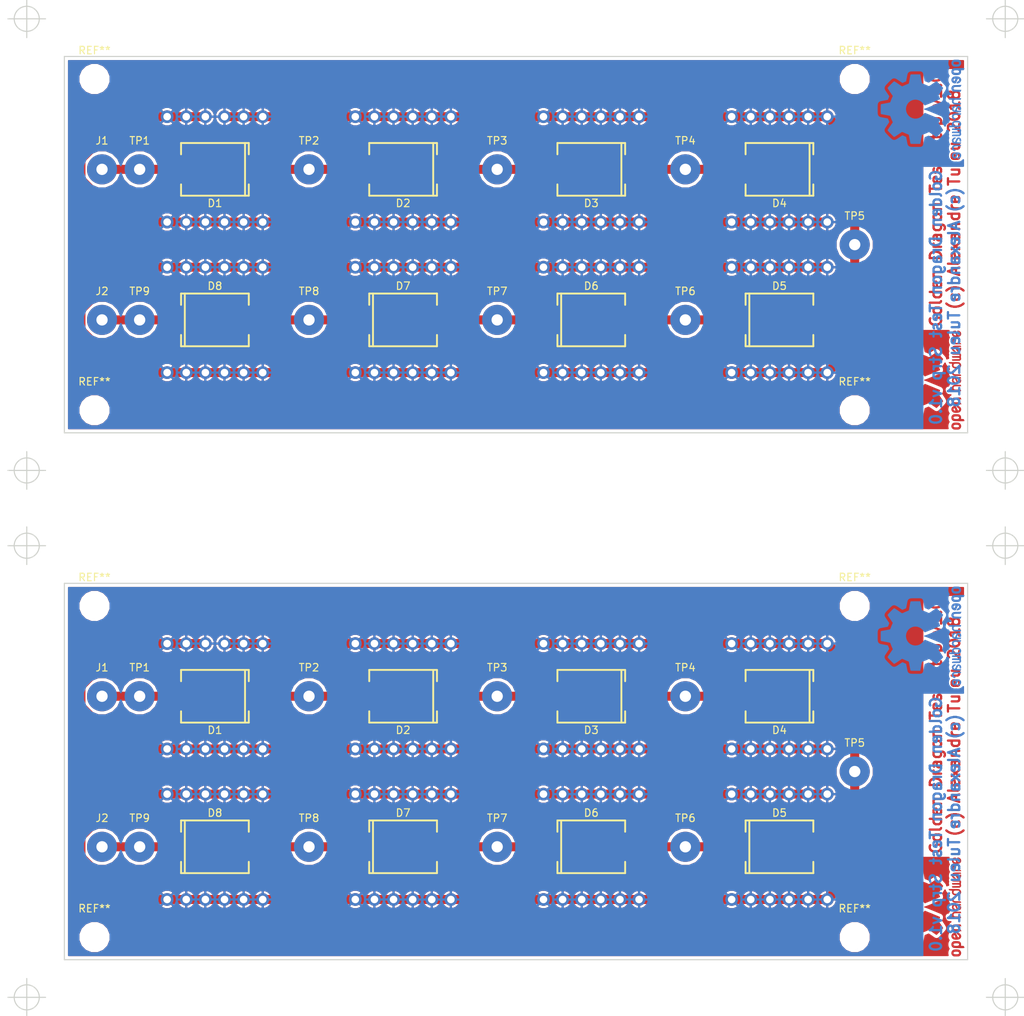
<source format=kicad_pcb>
(kicad_pcb (version 4) (host pcbnew 4.0.7+dfsg1-1~bpo9+1)
  (layers (0 F.Cu signal) (31 B.Cu signal) (34 B.Paste user) (35 F.Paste user) (36 B.SilkS user) (37 F.SilkS user) (38 B.Mask user) (39 F.Mask user) (44 Edge.Cuts user))
  (net 0 "")
  (net 1 "Net-(D1-Pad2)")
  (net 2 "Net-(D1-Pad1)")
  (net 3 "Net-(D1-Pad3)")
  (net 4 "Net-(D2-Pad1)")
  (net 5 "Net-(D2-Pad3)")
  (net 6 "Net-(D3-Pad1)")
  (net 7 "Net-(D3-Pad3)")
  (net 8 "Net-(D4-Pad1)")
  (net 9 "Net-(D4-Pad3)")
  (net 10 "Net-(D5-Pad1)")
  (net 11 "Net-(D5-Pad3)")
  (net 12 "Net-(D6-Pad1)")
  (net 13 "Net-(D6-Pad3)")
  (net 14 "Net-(D7-Pad1)")
  (net 15 "Net-(D7-Pad3)")
  (net 16 "Net-(D8-Pad1)")
  (net 17 "Net-(D8-Pad3)")
  (net 18 GND)
  (module Symbols:OSHW-Logo2_14.6x12mm_Copper (layer B.Cu) (at 199 112 270)
    (fp_text reference REF*** hide)
    (fp_text value OSHW-Logo2_14.6x12mm_Copper hide)
    (fp_poly (pts (xy -4.8281 -3.861903) (xy -4.71655 -3.917522) (xy -4.618092 -4.019931) (xy -4.590977 -4.057864) (xy -4.561438 -4.1075) (xy -4.542272 -4.161412) (xy -4.531307 -4.233364) (xy -4.526371 -4.337122) (xy -4.525287 -4.474101) (xy -4.530182 -4.661815) (xy -4.547196 -4.802758) (xy -4.579823 -4.907908) (xy -4.631558 -4.988243) (xy -4.705896 -5.054741) (xy -4.711358 -5.058678) (xy -4.78462 -5.098953) (xy -4.87284 -5.11888) (xy -4.985038 -5.123793) (xy -5.167433 -5.123793) (xy -5.167509 -5.300857) (xy -5.169207 -5.39947) (xy -5.17955 -5.457314) (xy -5.206578 -5.492006) (xy -5.258332 -5.521164) (xy -5.270761 -5.527121) (xy -5.328923 -5.555039) (xy -5.373956 -5.572672) (xy -5.407441 -5.574194) (xy -5.430962 -5.553781) (xy -5.4461 -5.505607) (xy -5.454437 -5.423846) (xy -5.457556 -5.302672) (xy -5.45704 -5.13626) (xy -5.454471 -4.918785) (xy -5.453668 -4.853736) (xy -5.450778 -4.629502) (xy -5.448188 -4.482821) (xy -5.167586 -4.482821) (xy -5.166009 -4.607326) (xy -5.159 -4.688787) (xy -5.143142 -4.742515) (xy -5.115019 -4.783823) (xy -5.095925 -4.803971) (xy -5.017865 -4.862921) (xy -4.948753 -4.86772) (xy -4.87744 -4.819038) (xy -4.875632 -4.817241) (xy -4.846617 -4.779618) (xy -4.828967 -4.728484) (xy -4.820064 -4.649738) (xy -4.817291 -4.529276) (xy -4.817241 -4.502588) (xy -4.823942 -4.336583) (xy -4.845752 -4.221505) (xy -4.885235 -4.151254) (xy -4.944956 -4.119729) (xy -4.979472 -4.116552) (xy -5.061389 -4.13146) (xy -5.117579 -4.180548) (xy -5.151402 -4.270362) (xy -5.16622 -4.407445) (xy -5.167586 -4.482821) (xy -5.448188 -4.482821) (xy -5.447713 -4.455952) (xy -5.443753 -4.325382) (xy -5.438174 -4.230087) (xy -5.430254 -4.162364) (xy -5.419269 -4.114507) (xy -5.404499 -4.078813) (xy -5.385218 -4.047578) (xy -5.376951 -4.035824) (xy -5.267288 -3.924797) (xy -5.128635 -3.861847) (xy -4.968246 -3.844297) (xy -4.8281 -3.861903)) (layer B.Cu) (width 0.01))
    (fp_poly (pts (xy -2.582571 -3.877719) (xy -2.488877 -3.931914) (xy -2.423736 -3.985707) (xy -2.376093 -4.042066) (xy -2.343272 -4.110987) (xy -2.322594 -4.202468) (xy -2.31138 -4.326506) (xy -2.306951 -4.493098) (xy -2.306437 -4.612851) (xy -2.306437 -5.053659) (xy -2.430517 -5.109283) (xy -2.554598 -5.164907) (xy -2.569195 -4.682095) (xy -2.575227 -4.501779) (xy -2.581555 -4.370901) (xy -2.589394 -4.280511) (xy -2.599963 -4.221664) (xy -2.614477 -4.185413) (xy -2.634152 -4.16281) (xy -2.640465 -4.157917) (xy -2.736112 -4.119706) (xy -2.832793 -4.134827) (xy -2.890345 -4.174943) (xy -2.913755 -4.20337) (xy -2.929961 -4.240672) (xy -2.940259 -4.297223) (xy -2.945951 -4.383394) (xy -2.948336 -4.509558) (xy -2.948736 -4.641042) (xy -2.948814 -4.805999) (xy -2.951639 -4.922761) (xy -2.961093 -5.00151) (xy -2.98106 -5.052431) (xy -3.015424 -5.085706) (xy -3.068068 -5.11152) (xy -3.138383 -5.138344) (xy -3.21518 -5.167542) (xy -3.206038 -4.649346) (xy -3.202357 -4.462539) (xy -3.19805 -4.32449) (xy -3.191877 -4.225568) (xy -3.182598 -4.156145) (xy -3.168973 -4.10659) (xy -3.149761 -4.067273) (xy -3.126598 -4.032584) (xy -3.014848 -3.92177) (xy -2.878487 -3.857689) (xy -2.730175 -3.842339) (xy -2.582571 -3.877719)) (layer B.Cu) (width 0.01))
    (fp_poly (pts (xy -5.951779 -3.866015) (xy -5.814939 -3.937968) (xy -5.713949 -4.053766) (xy -5.678075 -4.128213) (xy -5.650161 -4.239992) (xy -5.635871 -4.381227) (xy -5.634516 -4.535371) (xy -5.645405 -4.685879) (xy -5.667847 -4.816205) (xy -5.70115 -4.909803) (xy -5.711385 -4.925922) (xy -5.832618 -5.046249) (xy -5.976613 -5.118317) (xy -6.132861 -5.139408) (xy -6.290852 -5.106802) (xy -6.33482 -5.087253) (xy -6.420444 -5.027012) (xy -6.495592 -4.947135) (xy -6.502694 -4.937004) (xy -6.531561 -4.888181) (xy -6.550643 -4.83599) (xy -6.561916 -4.767285) (xy -6.567355 -4.668918) (xy -6.568938 -4.527744) (xy -6.568965 -4.496092) (xy -6.568893 -4.486019) (xy -6.277011 -4.486019) (xy -6.275313 -4.619256) (xy -6.268628 -4.707674) (xy -6.254575 -4.764785) (xy -6.230771 -4.804102) (xy -6.218621 -4.817241) (xy -6.148764 -4.867172) (xy -6.080941 -4.864895) (xy -6.012365 -4.821584) (xy -5.971465 -4.775346) (xy -5.947242 -4.707857) (xy -5.933639 -4.601433) (xy -5.932706 -4.58902) (xy -5.930384 -4.396147) (xy -5.95465 -4.2529) (xy -6.005176 -4.16016) (xy -6.081632 -4.118807) (xy -6.108924 -4.116552) (xy -6.180589 -4.127893) (xy -6.22961 -4.167184) (xy -6.259582 -4.242326) (xy -6.274101 -4.361222) (xy -6.277011 -4.486019) (xy -6.568893 -4.486019) (xy -6.567878 -4.345659) (xy -6.563312 -4.240549) (xy -6.553312 -4.167714) (xy -6.535921 -4.114108) (xy -6.509184 -4.066681) (xy -6.503276 -4.057864) (xy -6.403968 -3.939007) (xy -6.295758 -3.870008) (xy -6.164019 -3.842619) (xy -6.119283 -3.841281) (xy -5.951779 -3.866015)) (layer B.Cu) (width 0.01))
    (fp_poly (pts (xy -3.684448 -3.884676) (xy -3.569342 -3.962111) (xy -3.480389 -4.073949) (xy -3.427251 -4.216265) (xy -3.416503 -4.321015) (xy -3.417724 -4.364726) (xy -3.427944 -4.398194) (xy -3.456039 -4.428179) (xy -3.510884 -4.46144) (xy -3.601355 -4.504738) (xy -3.736328 -4.564833) (xy -3.737011 -4.565134) (xy -3.861249 -4.622037) (xy -3.963127 -4.672565) (xy -4.032233 -4.71128) (xy -4.058154 -4.73274) (xy -4.058161 -4.732913) (xy -4.035315 -4.779644) (xy -3.981891 -4.831154) (xy -3.920558 -4.868261) (xy -3.889485 -4.875632) (xy -3.804711 -4.850138) (xy -3.731707 -4.786291) (xy -3.696087 -4.716094) (xy -3.66182 -4.664343) (xy -3.594697 -4.605409) (xy -3.515792 -4.554496) (xy -3.446179 -4.526809) (xy -3.431623 -4.525287) (xy -3.415237 -4.550321) (xy -3.41425 -4.614311) (xy -3.426292 -4.700593) (xy -3.448993 -4.792501) (xy -3.479986 -4.873369) (xy -3.481552 -4.876509) (xy -3.574819 -5.006734) (xy -3.695696 -5.095311) (xy -3.832973 -5.138786) (xy -3.97544 -5.133706) (xy -4.111888 -5.076616) (xy -4.117955 -5.072602) (xy -4.22529 -4.975326) (xy -4.295868 -4.848409) (xy -4.334926 -4.681526) (xy -4.340168 -4.634639) (xy -4.349452 -4.413329) (xy -4.338322 -4.310124) (xy -4.058161 -4.310124) (xy -4.054521 -4.374503) (xy -4.034611 -4.393291) (xy -3.984974 -4.379235) (xy -3.906733 -4.346009) (xy -3.819274 -4.304359) (xy -3.817101 -4.303256) (xy -3.74297 -4.264265) (xy -3.713219 -4.238244) (xy -3.720555 -4.210965) (xy -3.751447 -4.175121) (xy -3.83004 -4.123251) (xy -3.914677 -4.119439) (xy -3.990597 -4.157189) (xy -4.043035 -4.230001) (xy -4.058161 -4.310124) (xy -4.338322 -4.310124) (xy -4.330356 -4.236261) (xy -4.281366 -4.095829) (xy -4.213164 -3.997447) (xy -4.090065 -3.89803) (xy -3.954472 -3.848711) (xy -3.816045 -3.845568) (xy -3.684448 -3.884676)) (layer B.Cu) (width 0.01))
    (fp_poly (pts (xy -1.255402 -3.723857) (xy -1.246846 -3.843188) (xy -1.237019 -3.913506) (xy -1.223401 -3.944179) (xy -1.203473 -3.944571) (xy -1.197011 -3.94091) (xy -1.11106 -3.914398) (xy -0.999255 -3.915946) (xy -0.885586 -3.943199) (xy -0.81449 -3.978455) (xy -0.741595 -4.034778) (xy -0.688307 -4.098519) (xy -0.651725 -4.17951) (xy -0.62895 -4.287586) (xy -0.617081 -4.43258) (xy -0.613218 -4.624326) (xy -0.613149 -4.661109) (xy -0.613103 -5.074288) (xy -0.705046 -5.106339) (xy -0.770348 -5.128144) (xy -0.806176 -5.138297) (xy -0.80723 -5.138391) (xy -0.810758 -5.11086) (xy -0.813761 -5.034923) (xy -0.81601 -4.920565) (xy -0.817276 -4.777769) (xy -0.817471 -4.690951) (xy -0.817877 -4.519773) (xy -0.819968 -4.397088) (xy -0.825053 -4.313) (xy -0.83444 -4.257614) (xy -0.849439 -4.221032) (xy -0.871358 -4.193359) (xy -0.885043 -4.180032) (xy -0.979051 -4.126328) (xy -1.081636 -4.122307) (xy -1.17471 -4.167725) (xy -1.191922 -4.184123) (xy -1.217168 -4.214957) (xy -1.23468 -4.251531) (xy -1.245858 -4.304415) (xy -1.252104 -4.384177) (xy -1.254818 -4.501385) (xy -1.255402 -4.662991) (xy -1.255402 -5.074288) (xy -1.347345 -5.106339) (xy -1.412647 -5.128144) (xy -1.448475 -5.138297) (xy -1.449529 -5.138391) (xy -1.452225 -5.110448) (xy -1.454655 -5.03163) (xy -1.456722 -4.909453) (xy -1.458329 -4.751432) (xy -1.459377 -4.565083) (xy -1.459769 -4.35792) (xy -1.45977 -4.348706) (xy -1.45977 -3.55902) (xy -1.364885 -3.518997) (xy -1.27 -3.478973) (xy -1.255402 -3.723857)) (layer B.Cu) (width 0.01))
    (fp_poly (pts (xy 0.079944 -3.92436) (xy 0.194343 -3.966842) (xy 0.195652 -3.967658) (xy 0.266403 -4.01973) (xy 0.318636 -4.080584) (xy 0.355371 -4.159887) (xy 0.379634 -4.267309) (xy 0.394445 -4.412517) (xy 0.402829 -4.605179) (xy 0.403564 -4.632628) (xy 0.41412 -5.046521) (xy 0.325291 -5.092456) (xy 0.261018 -5.123498) (xy 0.22221 -5.138206) (xy 0.220415 -5.138391) (xy 0.2137 -5.11125) (xy 0.208365 -5.038041) (xy 0.205083 -4.931081) (xy 0.204368 -4.844469) (xy 0.204351 -4.704162) (xy 0.197937 -4.616051) (xy 0.17558 -4.574025) (xy 0.127732 -4.571975) (xy 0.044849 -4.60379) (xy -0.080287 -4.662272) (xy -0.172303 -4.710845) (xy -0.219629 -4.752986) (xy -0.233542 -4.798916) (xy -0.233563 -4.801189) (xy -0.210605 -4.880311) (xy -0.14263 -4.923055) (xy -0.038602 -4.929246) (xy 0.03633 -4.928172) (xy 0.075839 -4.949753) (xy 0.100478 -5.001591) (xy 0.114659 -5.067632) (xy 0.094223 -5.105104) (xy 0.086528 -5.110467) (xy 0.014083 -5.132006) (xy -0.087367 -5.135055) (xy -0.191843 -5.120778) (xy -0.265875 -5.094688) (xy -0.368228 -5.007785) (xy -0.426409 -4.886816) (xy -0.437931 -4.792308) (xy -0.429138 -4.707062) (xy -0.39732 -4.637476) (xy -0.334316 -4.575672) (xy -0.231969 -4.513772) (xy -0.082118 -4.443897) (xy -0.072988 -4.439948) (xy 0.061997 -4.377588) (xy 0.145294 -4.326446) (xy 0.180997 -4.280488) (xy 0.173203 -4.233683) (xy 0.126007 -4.179998) (xy 0.111894 -4.167644) (xy 0.017359 -4.119741) (xy -0.080594 -4.121758) (xy -0.165903 -4.168724) (xy -0.222504 -4.255669) (xy -0.227763 -4.272734) (xy -0.278977 -4.355504) (xy -0.343963 -4.395372) (xy -0.437931 -4.434882) (xy -0.437931 -4.332658) (xy -0.409347 -4.184072) (xy -0.324505 -4.047784) (xy -0.280355 -4.002191) (xy -0.179995 -3.943674) (xy -0.052365 -3.917184) (xy 0.079944 -3.92436)) (layer B.Cu) (width 0.01))
    (fp_poly (pts (xy 1.065943 -3.92192) (xy 1.198565 -3.970859) (xy 1.30601 -4.057419) (xy 1.348032 -4.118352) (xy 1.393843 -4.230161) (xy 1.392891 -4.311006) (xy 1.344808 -4.365378) (xy 1.327017 -4.374624) (xy 1.250204 -4.40345) (xy 1.210976 -4.396065) (xy 1.197689 -4.347658) (xy 1.197012 -4.32092) (xy 1.172686 -4.222548) (xy 1.109281 -4.153734) (xy 1.021154 -4.120498) (xy 0.922663 -4.128861) (xy 0.842602 -4.172296) (xy 0.815561 -4.197072) (xy 0.796394 -4.227129) (xy 0.783446 -4.272565) (xy 0.775064 -4.343476) (xy 0.769593 -4.44996) (xy 0.765378 -4.602112) (xy 0.764287 -4.650287) (xy 0.760307 -4.815095) (xy 0.755781 -4.931088) (xy 0.748995 -5.007833) (xy 0.738231 -5.054893) (xy 0.721773 -5.081835) (xy 0.697906 -5.098223) (xy 0.682626 -5.105463) (xy 0.617733 -5.13022) (xy 0.579534 -5.138391) (xy 0.566912 -5.111103) (xy 0.559208 -5.028603) (xy 0.55638 -4.889941) (xy 0.558386 -4.694162) (xy 0.559011 -4.663965) (xy 0.563421 -4.485349) (xy 0.568635 -4.354923) (xy 0.576055 -4.262492) (xy 0.587082 -4.197858) (xy 0.603117 -4.150825) (xy 0.625561 -4.111196) (xy 0.637302 -4.094215) (xy 0.704619 -4.01908) (xy 0.77991 -3.960638) (xy 0.789128 -3.955536) (xy 0.924133 -3.91526) (xy 1.065943 -3.92192)) (layer B.Cu) (width 0.01))
    (fp_poly (pts (xy 2.393914 -4.154455) (xy 2.393543 -4.372661) (xy 2.392108 -4.540519) (xy 2.389002 -4.66607) (xy 2.383622 -4.757355) (xy 2.375362 -4.822415) (xy 2.363616 -4.869291) (xy 2.347781 -4.906024) (xy 2.33579 -4.926991) (xy 2.23649 -5.040694) (xy 2.110588 -5.111965) (xy 1.971291 -5.137538) (xy 1.831805 -5.11415) (xy 1.748743 -5.072119) (xy 1.661545 -4.999411) (xy 1.602117 -4.910612) (xy 1.566261 -4.79432) (xy 1.549781 -4.639135) (xy 1.547447 -4.525287) (xy 1.547761 -4.517106) (xy 1.751724 -4.517106) (xy 1.75297 -4.647657) (xy 1.758678 -4.73408) (xy 1.771804 -4.790618) (xy 1.795306 -4.831514) (xy 1.823386 -4.862362) (xy 1.917688 -4.921905) (xy 2.01894 -4.926992) (xy 2.114636 -4.877279) (xy 2.122084 -4.870543) (xy 2.153874 -4.835502) (xy 2.173808 -4.793811) (xy 2.1846 -4.731762) (xy 2.188965 -4.635644) (xy 2.189655 -4.529379) (xy 2.188159 -4.39588) (xy 2.181964 -4.306822) (xy 2.168514 -4.248293) (xy 2.145251 -4.206382) (xy 2.126175 -4.184123) (xy 2.037563 -4.127985) (xy 1.935508 -4.121235) (xy 1.838095 -4.164114) (xy 1.819296 -4.180032) (xy 1.787293 -4.215382) (xy 1.767318 -4.257502) (xy 1.756593 -4.320251) (xy 1.752339 -4.417487) (xy 1.751724 -4.517106) (xy 1.547761 -4.517106) (xy 1.554504 -4.341947) (xy 1.578472 -4.204195) (xy 1.623548 -4.100632) (xy 1.693928 -4.019856) (xy 1.748743 -3.978455) (xy 1.848376 -3.933728) (xy 1.963855 -3.912967) (xy 2.071199 -3.918525) (xy 2.131264 -3.940943) (xy 2.154835 -3.947323) (xy 2.170477 -3.923535) (xy 2.181395 -3.859788) (xy 2.189655 -3.762687) (xy 2.198699 -3.654541) (xy 2.211261 -3.589475) (xy 2.234119 -3.552268) (xy 2.274051 -3.527699) (xy 2.299138 -3.516819) (xy 2.394023 -3.477072) (xy 2.393914 -4.154455)) (layer B.Cu) (width 0.01))
    (fp_poly (pts (xy 3.580124 -3.93984) (xy 3.584579 -4.016653) (xy 3.588071 -4.133391) (xy 3.590315 -4.280821) (xy 3.591035 -4.435455) (xy 3.591035 -4.958727) (xy 3.498645 -5.051117) (xy 3.434978 -5.108047) (xy 3.379089 -5.131107) (xy 3.302702 -5.129647) (xy 3.27238 -5.125934) (xy 3.17761 -5.115126) (xy 3.099222 -5.108933) (xy 3.080115 -5.108361) (xy 3.015699 -5.112102) (xy 2.923571 -5.121494) (xy 2.88785 -5.125934) (xy 2.800114 -5.132801) (xy 2.741153 -5.117885) (xy 2.68269 -5.071835) (xy 2.661585 -5.051117) (xy 2.569195 -4.958727) (xy 2.569195 -3.979947) (xy 2.643558 -3.946066) (xy 2.70759 -3.92097) (xy 2.745052 -3.912184) (xy 2.754657 -3.93995) (xy 2.763635 -4.01753) (xy 2.771386 -4.136348) (xy 2.777314 -4.287828) (xy 2.780173 -4.415805) (xy 2.788161 -4.919425) (xy 2.857848 -4.929278) (xy 2.921229 -4.922389) (xy 2.952286 -4.900083) (xy 2.960967 -4.858379) (xy 2.968378 -4.769544) (xy 2.973931 -4.644834) (xy 2.977036 -4.495507) (xy 2.977484 -4.418661) (xy 2.977931 -3.976287) (xy 3.069874 -3.944235) (xy 3.134949 -3.922443) (xy 3.170347 -3.912281) (xy 3.171368 -3.912184) (xy 3.17492 -3.939809) (xy 3.178823 -4.016411) (xy 3.182751 -4.132579) (xy 3.186376 -4.278904) (xy 3.188908 -4.415805) (xy 3.196897 -4.919425) (xy 3.372069 -4.919425) (xy 3.380107 -4.459965) (xy 3.388146 -4.000505) (xy 3.473543 -3.956344) (xy 3.536593 -3.926019) (xy 3.57391 -3.912258) (xy 3.574987 -3.912184) (xy 3.580124 -3.93984)) (layer B.Cu) (width 0.01))
    (fp_poly (pts (xy 4.314406 -3.935156) (xy 4.398469 -3.973393) (xy 4.46445 -4.019726) (xy 4.512794 -4.071532) (xy 4.546172 -4.138363) (xy 4.567253 -4.229769) (xy 4.578707 -4.355301) (xy 4.583203 -4.524508) (xy 4.583678 -4.635933) (xy 4.583678 -5.070627) (xy 4.509316 -5.104509) (xy 4.450746 -5.129272) (xy 4.42173 -5.138391) (xy 4.416179 -5.111257) (xy 4.411775 -5.038094) (xy 4.409078 -4.931263) (xy 4.408506 -4.846437) (xy 4.406046 -4.723887) (xy 4.399412 -4.626668) (xy 4.389726 -4.567134) (xy 4.382032 -4.554483) (xy 4.330311 -4.567402) (xy 4.249117 -4.600539) (xy 4.155102 -4.645461) (xy 4.064917 -4.693735) (xy 3.995215 -4.736928) (xy 3.962648 -4.766608) (xy 3.962519 -4.766929) (xy 3.96532 -4.821857) (xy 3.990439 -4.874292) (xy 4.034541 -4.916881) (xy 4.098909 -4.931126) (xy 4.153921 -4.929466) (xy 4.231835 -4.928245) (xy 4.272732 -4.946498) (xy 4.297295 -4.994726) (xy 4.300392 -5.00382) (xy 4.31104 -5.072598) (xy 4.282565 -5.11436) (xy 4.208344 -5.134263) (xy 4.128168 -5.137944) (xy 3.98389 -5.110658) (xy 3.909203 -5.07169) (xy 3.816963 -4.980148) (xy 3.768043 -4.867782) (xy 3.763654 -4.749051) (xy 3.805001 -4.638411) (xy 3.867197 -4.56908) (xy 3.929294 -4.530265) (xy 4.026895 -4.481125) (xy 4.140632 -4.431292) (xy 4.15959 -4.423677) (xy 4.284521 -4.368545) (xy 4.356539 -4.319954) (xy 4.3797 -4.271647) (xy 4.358064 -4.21737) (xy 4.32092 -4.174943) (xy 4.233127 -4.122702) (xy 4.13653 -4.118784) (xy 4.047944 -4.159041) (xy 3.984186 -4.239326) (xy 3.975817 -4.26004) (xy 3.927096 -4.336225) (xy 3.855965 -4.392785) (xy 3.766207 -4.439201) (xy 3.766207 -4.307584) (xy 3.77149 -4.227168) (xy 3.794142 -4.163786) (xy 3.844367 -4.096163) (xy 3.892582 -4.044076) (xy 3.967554 -3.970322) (xy 4.025806 -3.930702) (xy 4.088372 -3.91481) (xy 4.159193 -3.912184) (xy 4.314406 -3.935156)) (layer B.Cu) (width 0.01))
    (fp_poly (pts (xy 5.33569 -3.940018) (xy 5.370585 -3.955269) (xy 5.453877 -4.021235) (xy 5.525103 -4.116618) (xy 5.569153 -4.218406) (xy 5.576322 -4.268587) (xy 5.552285 -4.338647) (xy 5.499561 -4.375717) (xy 5.443031 -4.398164) (xy 5.417146 -4.4023) (xy 5.404542 -4.372283) (xy 5.379654 -4.306961) (xy 5.368735 -4.277445) (xy 5.307508 -4.175348) (xy 5.218861 -4.124423) (xy 5.105193 -4.125989) (xy 5.096774 -4.127994) (xy 5.036088 -4.156767) (xy 4.991474 -4.212859) (xy 4.961002 -4.303163) (xy 4.942744 -4.434571) (xy 4.934771 -4.613974) (xy 4.934023 -4.709433) (xy 4.933652 -4.859913) (xy 4.931223 -4.962495) (xy 4.92476 -5.027672) (xy 4.912288 -5.065938) (xy 4.891833 -5.087785) (xy 4.861419 -5.103707) (xy 4.859661 -5.104509) (xy 4.801091 -5.129272) (xy 4.772075 -5.138391) (xy 4.767616 -5.110822) (xy 4.763799 -5.03462) (xy 4.760899 -4.919541) (xy 4.759191 -4.775341) (xy 4.758851 -4.669814) (xy 4.760588 -4.465613) (xy 4.767382 -4.310697) (xy 4.781607 -4.196024) (xy 4.805638 -4.112551) (xy 4.841848 -4.051236) (xy 4.892612 -4.003034) (xy 4.942739 -3.969393) (xy 5.063275 -3.924619) (xy 5.203557 -3.914521) (xy 5.33569 -3.940018)) (layer B.Cu) (width 0.01))
    (fp_poly (pts (xy 6.343439 -3.95654) (xy 6.45895 -4.032034) (xy 6.514664 -4.099617) (xy 6.558804 -4.222255) (xy 6.562309 -4.319298) (xy 6.554368 -4.449056) (xy 6.255115 -4.580039) (xy 6.109611 -4.646958) (xy 6.014537 -4.70079) (xy 5.965101 -4.747416) (xy 5.956511 -4.79272) (xy 5.983972 -4.842582) (xy 6.014253 -4.875632) (xy 6.102363 -4.928633) (xy 6.198196 -4.932347) (xy 6.286212 -4.891041) (xy 6.350869 -4.808983) (xy 6.362433 -4.780008) (xy 6.417825 -4.689509) (xy 6.481553 -4.65094) (xy 6.568966 -4.617946) (xy 6.568966 -4.743034) (xy 6.561238 -4.828156) (xy 6.530966 -4.899938) (xy 6.467518 -4.982356) (xy 6.458088 -4.993066) (xy 6.387513 -5.066391) (xy 6.326847 -5.105742) (xy 6.25095 -5.123845) (xy 6.18803 -5.129774) (xy 6.075487 -5.131251) (xy 5.99537 -5.112535) (xy 5.94539 -5.084747) (xy 5.866838 -5.023641) (xy 5.812463 -4.957554) (xy 5.778052 -4.874441) (xy 5.759388 -4.762254) (xy 5.752256 -4.608946) (xy 5.751687 -4.531136) (xy 5.753622 -4.437853) (xy 5.929899 -4.437853) (xy 5.931944 -4.487896) (xy 5.937039 -4.496092) (xy 5.970666 -4.484958) (xy 6.04303 -4.455493) (xy 6.139747 -4.413601) (xy 6.159973 -4.404597) (xy 6.282203 -4.342442) (xy 6.349547 -4.287815) (xy 6.364348 -4.236649) (xy 6.328947 -4.184876) (xy 6.299711 -4.162) (xy 6.194216 -4.11625) (xy 6.095476 -4.123808) (xy 6.012812 -4.179651) (xy 5.955548 -4.278753) (xy 5.937188 -4.357414) (xy 5.929899 -4.437853) (xy 5.753622 -4.437853) (xy 5.755459 -4.349351) (xy 5.769359 -4.214853) (xy 5.796894 -4.116916) (xy 5.841572 -4.044811) (xy 5.906901 -3.987813) (xy 5.935383 -3.969393) (xy 6.064763 -3.921422) (xy 6.206412 -3.918403) (xy 6.343439 -3.95654)) (layer B.Cu) (width 0.01))
    (fp_poly (pts (xy 0.209014 5.547002) (xy 0.367006 5.546137) (xy 0.481347 5.543795) (xy 0.559407 5.539238) (xy 0.608554 5.53173) (xy 0.636159 5.520534) (xy 0.649592 5.504912) (xy 0.656221 5.484127) (xy 0.656865 5.481437) (xy 0.666935 5.432887) (xy 0.685575 5.337095) (xy 0.710845 5.204257) (xy 0.740807 5.044569) (xy 0.773522 4.868226) (xy 0.774664 4.862033) (xy 0.807433 4.689218) (xy 0.838093 4.536531) (xy 0.864664 4.413129) (xy 0.885167 4.328169) (xy 0.897626 4.29081) (xy 0.89822 4.290148) (xy 0.934919 4.271905) (xy 1.010586 4.241503) (xy 1.108878 4.205507) (xy 1.109425 4.205315) (xy 1.233233 4.158778) (xy 1.379196 4.099496) (xy 1.516781 4.039891) (xy 1.523293 4.036944) (xy 1.74739 3.935235) (xy 2.243619 4.274103) (xy 2.395846 4.377408) (xy 2.533741 4.469763) (xy 2.649315 4.545916) (xy 2.734579 4.600615) (xy 2.781544 4.628607) (xy 2.786004 4.630683) (xy 2.820134 4.62144) (xy 2.883881 4.576844) (xy 2.979731 4.494791) (xy 3.110169 4.373179) (xy 3.243328 4.243795) (xy 3.371694 4.116298) (xy 3.486581 3.999954) (xy 3.581073 3.901948) (xy 3.648253 3.829464) (xy 3.681206 3.789687) (xy 3.682432 3.787639) (xy 3.686074 3.760344) (xy 3.67235 3.715766) (xy 3.637869 3.647888) (xy 3.579239 3.550689) (xy 3.49307 3.418149) (xy 3.3782 3.247524) (xy 3.276254 3.097345) (xy 3.185123 2.96265) (xy 3.110073 2.85126) (xy 3.056369 2.770995) (xy 3.02928 2.729675) (xy 3.027574 2.72687) (xy 3.030882 2.687279) (xy 3.055953 2.610331) (xy 3.097798 2.510568) (xy 3.112712 2.478709) (xy 3.177786 2.336774) (xy 3.247212 2.175727) (xy 3.303609 2.036379) (xy 3.344247 1.932956) (xy 3.376526 1.854358) (xy 3.395178 1.81328) (xy 3.397497 1.810115) (xy 3.431803 1.804872) (xy 3.512669 1.790506) (xy 3.629343 1.769063) (xy 3.771075 1.742587) (xy 3.92711 1.713123) (xy 4.086698 1.682717) (xy 4.239085 1.653412) (xy 4.373521 1.627255) (xy 4.479252 1.60629) (xy 4.545526 1.592561) (xy 4.561782 1.58868) (xy 4.578573 1.5791) (xy 4.591249 1.557464) (xy 4.600378 1.516469) (xy 4.606531 1.448811) (xy 4.61028 1.347188) (xy 4.612192 1.204297) (xy 4.61284 1.012835) (xy 4.612874 0.934355) (xy 4.612874 0.296094) (xy 4.459598 0.26584) (xy 4.374322 0.249436) (xy 4.24707 0.225491) (xy 4.093315 0.196893) (xy 3.928534 0.166533) (xy 3.882989 0.158194) (xy 3.730932 0.12863) (xy 3.598468 0.099558) (xy 3.496714 0.073671) (xy 3.436788 0.053663) (xy 3.426805 0.047699) (xy 3.402293 0.005466) (xy 3.367148 -0.07637) (xy 3.328173 -0.181683) (xy 3.320442 -0.204368) (xy 3.26936 -0.345018) (xy 3.205954 -0.503714) (xy 3.143904 -0.646225) (xy 3.143598 -0.646886) (xy 3.040267 -0.87044) (xy 3.719961 -1.870232) (xy 3.283621 -2.3073) (xy 3.151649 -2.437381) (xy 3.031279 -2.552048) (xy 2.929273 -2.645181) (xy 2.852391 -2.710658) (xy 2.807393 -2.742357) (xy 2.800938 -2.744368) (xy 2.76304 -2.728529) (xy 2.685708 -2.684496) (xy 2.577389 -2.61749) (xy 2.446532 -2.532734) (xy 2.305052 -2.437816) (xy 2.161461 -2.340998) (xy 2.033435 -2.256751) (xy 1.929105 -2.190258) (xy 1.8566 -2.146702) (xy 1.824158 -2.131264) (xy 1.784576 -2.144328) (xy 1.709519 -2.17875) (xy 1.614468 -2.22738) (xy 1.604392 -2.232785) (xy 1.476391 -2.29698) (xy 1.388618 -2.328463) (xy 1.334028 -2.328798) (xy 1.305575 -2.299548) (xy 1.30541 -2.299138) (xy 1.291188 -2.264498) (xy 1.257269 -2.182269) (xy 1.206284 -2.058814) (xy 1.140862 -1.900498) (xy 1.063634 -1.713686) (xy 0.977229 -1.504742) (xy 0.893551 -1.302446) (xy 0.801588 -1.0792) (xy 0.71715 -0.872392) (xy 0.642769 -0.688362) (xy 0.580974 -0.533451) (xy 0.534297 -0.413996) (xy 0.505268 -0.336339) (xy 0.496322 -0.307356) (xy 0.518756 -0.27411) (xy 0.577439 -0.221123) (xy 0.655689 -0.162704) (xy 0.878534 0.022048) (xy 1.052718 0.233818) (xy 1.176154 0.468144) (xy 1.246754 0.720566) (xy 1.262431 0.986623) (xy 1.251036 1.109425) (xy 1.18895 1.364207) (xy 1.082023 1.589199) (xy 0.936889 1.782183) (xy 0.760178 1.940939) (xy 0.558522 2.06325) (xy 0.338554 2.146895) (xy 0.106906 2.189656) (xy -0.129791 2.189313) (xy -0.364905 2.143648) (xy -0.591804 2.050441) (xy -0.803856 1.907473) (xy -0.892364 1.826617) (xy -1.062111 1.618993) (xy -1.180301 1.392105) (xy -1.247722 1.152567) (xy -1.26516 0.906993) (xy -1.233402 0.661997) (xy -1.153235 0.424192) (xy -1.025445 0.200193) (xy -0.85082 -0.003387) (xy -0.655688 -0.162704) (xy -0.574409 -0.223602) (xy -0.516991 -0.276015) (xy -0.496322 -0.307406) (xy -0.507144 -0.341639) (xy -0.537923 -0.423419) (xy -0.586126 -0.546407) (xy -0.649222 -0.704263) (xy -0.724678 -0.890649) (xy -0.809962 -1.099226) (xy -0.893781 -1.302496) (xy -0.986255 -1.525933) (xy -1.071911 -1.732984) (xy -1.148118 -1.917286) (xy -1.212247 -2.072475) (xy -1.261668 -2.192188) (xy -1.293752 -2.270061) (xy -1.305641 -2.299138) (xy -1.333726 -2.328677) (xy -1.388051 -2.328591) (xy -1.475605 -2.297326) (xy -1.603381 -2.233329) (xy -1.604392 -2.232785) (xy -1.700598 -2.183121) (xy -1.778369 -2.146945) (xy -1.822223 -2.131408) (xy -1.824158 -2.131264) (xy -1.857171 -2.147024) (xy -1.930054 -2.19085) (xy -2.034678 -2.257557) (xy -2.16291 -2.341964) (xy -2.305052 -2.437816) (xy -2.449767 -2.534867) (xy -2.580196 -2.61927) (xy -2.68789 -2.685801) (xy -2.764402 -2.729238) (xy -2.800938 -2.744368) (xy -2.834582 -2.724482) (xy -2.902224 -2.668903) (xy -2.997107 -2.583754) (xy -3.11247 -2.475153) (xy -3.241555 -2.349221) (xy -3.283771 -2.307149) (xy -3.720261 -1.869931) (xy -3.388023 -1.38234) (xy -3.287054 -1.232605) (xy -3.198438 -1.09822) (xy -3.127146 -0.986969) (xy -3.07815 -0.906639) (xy -3.056422 -0.865014) (xy -3.055785 -0.862053) (xy -3.06724 -0.822818) (xy -3.098051 -0.743895) (xy -3.142884 -0.638509) (xy -3.174353 -0.567954) (xy -3.233192 -0.432876) (xy -3.288604 -0.296409) (xy -3.331564 -0.181103) (xy -3.343234 -0.145977) (xy -3.376389 -0.052174) (xy -3.408799 0.020306) (xy -3.426601 0.047699) (xy -3.465886 0.064464) (xy -3.551626 0.08823) (xy -3.672697 0.116303) (xy -3.817973 0.145991) (xy -3.882988 0.158194) (xy -4.048087 0.188532) (xy -4.206448 0.217907) (xy -4.342596 0.243431) (xy -4.441057 0.262215) (xy -4.459598 0.26584) (xy -4.612873 0.296094) (xy -4.612873 0.934355) (xy -4.612529 1.14423) (xy -4.611116 1.30302) (xy -4.608064 1.418027) (xy -4.602803 1.496554) (xy -4.594763 1.545904) (xy -4.583373 1.573381) (xy -4.568063 1.586287) (xy -4.561782 1.58868) (xy -4.523896 1.597167) (xy -4.440195 1.6141) (xy -4.321433 1.637434) (xy -4.178361 1.665125) (xy -4.021732 1.695127) (xy -3.862297 1.725396) (xy -3.710809 1.753885) (xy -3.578019 1.778551) (xy -3.474681 1.797349) (xy -3.411545 1.808233) (xy -3.397497 1.810115) (xy -3.38477 1.835296) (xy -3.3566 1.902378) (xy -3.318252 1.998667) (xy -3.303609 2.036379) (xy -3.244548 2.182079) (xy -3.175 2.343049) (xy -3.112712 2.478709) (xy -3.066879 2.582439) (xy -3.036387 2.667674) (xy -3.026208 2.719874) (xy -3.027831 2.72687) (xy -3.049343 2.759898) (xy -3.098465 2.833357) (xy -3.169923 2.939423) (xy -3.258445 3.070274) (xy -3.358759 3.218088) (xy -3.378594 3.247266) (xy -3.494988 3.420137) (xy -3.580548 3.551774) (xy -3.638684 3.648239) (xy -3.672808 3.715592) (xy -3.686331 3.759894) (xy -3.682664 3.787206) (xy -3.68257 3.78738) (xy -3.653707 3.823254) (xy -3.589867 3.892609) (xy -3.497969 3.988255) (xy -3.384933 4.103001) (xy -3.257679 4.229659) (xy -3.243328 4.243795) (xy -3.082957 4.399097) (xy -2.959195 4.51313) (xy -2.869555 4.587998) (xy -2.811552 4.625804) (xy -2.786004 4.630683) (xy -2.748718 4.609397) (xy -2.671343 4.560227) (xy -2.561867 4.488425) (xy -2.42828 4.399245) (xy -2.27857 4.297937) (xy -2.243618 4.274103) (xy -1.74739 3.935235) (xy -1.523293 4.036944) (xy -1.387011 4.096217) (xy -1.240724 4.15583) (xy -1.114965 4.20336) (xy -1.109425 4.205315) (xy -1.011057 4.241323) (xy -0.935229 4.271771) (xy -0.898282 4.290095) (xy -0.89822 4.290148) (xy -0.886496 4.323271) (xy -0.866568 4.404733) (xy -0.840413 4.525375) (xy -0.81001 4.676041) (xy -0.777337 4.847572) (xy -0.774664 4.862033) (xy -0.74189 5.038765) (xy -0.711802 5.19919) (xy -0.686339 5.333112) (xy -0.667441 5.430337) (xy -0.657047 5.480668) (xy -0.656865 5.481437) (xy -0.650539 5.502847) (xy -0.638239 5.519012) (xy -0.612594 5.530669) (xy -0.566235 5.538555) (xy -0.491792 5.543407) (xy -0.381895 5.545961) (xy -0.229175 5.546955) (xy -0.026262 5.547126) (xy 0 5.547126) (xy 0.209014 5.547002)) (layer B.Cu) (width 0.01))
  )
  (module Wire_Pads:SolderWirePad_single_1-5mmDrill (layer F.Cu) (at 117.5 120)
    (fp_text reference TP2 (at 0 -3.81) (layer F.SilkS))
    (fp_text value TEST)
    (pad 1 thru_hole circle (at 0 0) (size 4.0005 4.0005) (drill 1.50114) (layers *.Cu *.Mask) (net 2 "Net-(D1-Pad1)"))
  )
  (module fort:OSRAM_Platinium_Dragon (layer F.Cu) (at 105 120)
    (fp_text reference D1 (at 0 4.5) (layer F.SilkS))
    (fp_text value LED_PAD)
    (pad 2 smd rect (at -5.15 0) (size 1.3 2.3) (layers F.Cu F.Paste F.Mask) (net 1 "Net-(D1-Pad2)"))
    (pad 1 smd rect (at 5.15 0) (size 1.3 2.3) (layers F.Cu F.Paste F.Mask) (net 2 "Net-(D1-Pad1)"))
    (pad 3 smd rect (at 0 0) (size 8.4 10) (layers F.Cu) (net 3 "Net-(D1-Pad3)"))
    (pad 3 smd rect (at -5.1 3.225) (size 1.8 3.55) (layers F.Cu) (net 3 "Net-(D1-Pad3)"))
    (pad 3 smd rect (at 5.1 -3.225) (size 1.8 3.55) (layers F.Cu) (net 3 "Net-(D1-Pad3)"))
    (pad 3 smd rect (at -5.1 -3.225) (size 1.8 3.55) (layers F.Cu) (net 3 "Net-(D1-Pad3)"))
    (pad 3 smd rect (at 5.1 3.225) (size 1.8 3.55) (layers F.Cu) (net 3 "Net-(D1-Pad3)"))
  )
  (module fort:OSRAM_Platinium_Dragon (layer F.Cu) (at 130 120)
    (fp_text reference D2 (at 0 4.5) (layer F.SilkS))
    (fp_text value LED_PAD)
    (pad 2 smd rect (at -5.15 0) (size 1.3 2.3) (layers F.Cu F.Paste F.Mask) (net 2 "Net-(D1-Pad1)"))
    (pad 1 smd rect (at 5.15 0) (size 1.3 2.3) (layers F.Cu F.Paste F.Mask) (net 4 "Net-(D2-Pad1)"))
    (pad 3 smd rect (at 0 0) (size 8.4 10) (layers F.Cu) (net 5 "Net-(D2-Pad3)"))
    (pad 3 smd rect (at -5.1 3.225) (size 1.8 3.55) (layers F.Cu) (net 5 "Net-(D2-Pad3)"))
    (pad 3 smd rect (at 5.1 -3.225) (size 1.8 3.55) (layers F.Cu) (net 5 "Net-(D2-Pad3)"))
    (pad 3 smd rect (at -5.1 -3.225) (size 1.8 3.55) (layers F.Cu) (net 5 "Net-(D2-Pad3)"))
    (pad 3 smd rect (at 5.1 3.225) (size 1.8 3.55) (layers F.Cu) (net 5 "Net-(D2-Pad3)"))
  )
  (module fort:OSRAM_Platinium_Dragon (layer F.Cu) (at 155 120)
    (fp_text reference D3 (at 0 4.5) (layer F.SilkS))
    (fp_text value LED_PAD)
    (pad 2 smd rect (at -5.15 0) (size 1.3 2.3) (layers F.Cu F.Paste F.Mask) (net 4 "Net-(D2-Pad1)"))
    (pad 1 smd rect (at 5.15 0) (size 1.3 2.3) (layers F.Cu F.Paste F.Mask) (net 6 "Net-(D3-Pad1)"))
    (pad 3 smd rect (at 0 0) (size 8.4 10) (layers F.Cu) (net 7 "Net-(D3-Pad3)"))
    (pad 3 smd rect (at -5.1 3.225) (size 1.8 3.55) (layers F.Cu) (net 7 "Net-(D3-Pad3)"))
    (pad 3 smd rect (at 5.1 -3.225) (size 1.8 3.55) (layers F.Cu) (net 7 "Net-(D3-Pad3)"))
    (pad 3 smd rect (at -5.1 -3.225) (size 1.8 3.55) (layers F.Cu) (net 7 "Net-(D3-Pad3)"))
    (pad 3 smd rect (at 5.1 3.225) (size 1.8 3.55) (layers F.Cu) (net 7 "Net-(D3-Pad3)"))
  )
  (module fort:OSRAM_Platinium_Dragon (layer F.Cu) (at 180 120)
    (fp_text reference D4 (at 0 4.5) (layer F.SilkS))
    (fp_text value LED_PAD)
    (pad 2 smd rect (at -5.15 0) (size 1.3 2.3) (layers F.Cu F.Paste F.Mask) (net 6 "Net-(D3-Pad1)"))
    (pad 1 smd rect (at 5.15 0) (size 1.3 2.3) (layers F.Cu F.Paste F.Mask) (net 8 "Net-(D4-Pad1)"))
    (pad 3 smd rect (at 0 0) (size 8.4 10) (layers F.Cu) (net 9 "Net-(D4-Pad3)"))
    (pad 3 smd rect (at -5.1 3.225) (size 1.8 3.55) (layers F.Cu) (net 9 "Net-(D4-Pad3)"))
    (pad 3 smd rect (at 5.1 -3.225) (size 1.8 3.55) (layers F.Cu) (net 9 "Net-(D4-Pad3)"))
    (pad 3 smd rect (at -5.1 -3.225) (size 1.8 3.55) (layers F.Cu) (net 9 "Net-(D4-Pad3)"))
    (pad 3 smd rect (at 5.1 3.225) (size 1.8 3.55) (layers F.Cu) (net 9 "Net-(D4-Pad3)"))
  )
  (module fort:OSRAM_Platinium_Dragon (layer F.Cu) (at 180 140 180)
    (fp_text reference D5 (at 0 4.5 180) (layer F.SilkS))
    (fp_text value LED_PAD)
    (pad 2 smd rect (at -5.15 0 180) (size 1.3 2.3) (layers F.Cu F.Paste F.Mask) (net 8 "Net-(D4-Pad1)"))
    (pad 1 smd rect (at 5.15 0 180) (size 1.3 2.3) (layers F.Cu F.Paste F.Mask) (net 10 "Net-(D5-Pad1)"))
    (pad 3 smd rect (at 0 0 180) (size 8.4 10) (layers F.Cu) (net 11 "Net-(D5-Pad3)"))
    (pad 3 smd rect (at -5.1 3.225 180) (size 1.8 3.55) (layers F.Cu) (net 11 "Net-(D5-Pad3)"))
    (pad 3 smd rect (at 5.1 -3.225 180) (size 1.8 3.55) (layers F.Cu) (net 11 "Net-(D5-Pad3)"))
    (pad 3 smd rect (at -5.1 -3.225 180) (size 1.8 3.55) (layers F.Cu) (net 11 "Net-(D5-Pad3)"))
    (pad 3 smd rect (at 5.1 3.225 180) (size 1.8 3.55) (layers F.Cu) (net 11 "Net-(D5-Pad3)"))
  )
  (module fort:OSRAM_Platinium_Dragon (layer F.Cu) (at 155 140 180)
    (fp_text reference D6 (at 0 4.5 180) (layer F.SilkS))
    (fp_text value LED_PAD)
    (pad 2 smd rect (at -5.15 0 180) (size 1.3 2.3) (layers F.Cu F.Paste F.Mask) (net 10 "Net-(D5-Pad1)"))
    (pad 1 smd rect (at 5.15 0 180) (size 1.3 2.3) (layers F.Cu F.Paste F.Mask) (net 12 "Net-(D6-Pad1)"))
    (pad 3 smd rect (at 0 0 180) (size 8.4 10) (layers F.Cu) (net 13 "Net-(D6-Pad3)"))
    (pad 3 smd rect (at -5.1 3.225 180) (size 1.8 3.55) (layers F.Cu) (net 13 "Net-(D6-Pad3)"))
    (pad 3 smd rect (at 5.1 -3.225 180) (size 1.8 3.55) (layers F.Cu) (net 13 "Net-(D6-Pad3)"))
    (pad 3 smd rect (at -5.1 -3.225 180) (size 1.8 3.55) (layers F.Cu) (net 13 "Net-(D6-Pad3)"))
    (pad 3 smd rect (at 5.1 3.225 180) (size 1.8 3.55) (layers F.Cu) (net 13 "Net-(D6-Pad3)"))
  )
  (module fort:OSRAM_Platinium_Dragon (layer F.Cu) (at 130 140 180)
    (fp_text reference D7 (at 0 4.5 180) (layer F.SilkS))
    (fp_text value LED_PAD)
    (pad 2 smd rect (at -5.15 0 180) (size 1.3 2.3) (layers F.Cu F.Paste F.Mask) (net 12 "Net-(D6-Pad1)"))
    (pad 1 smd rect (at 5.15 0 180) (size 1.3 2.3) (layers F.Cu F.Paste F.Mask) (net 14 "Net-(D7-Pad1)"))
    (pad 3 smd rect (at 0 0 180) (size 8.4 10) (layers F.Cu) (net 15 "Net-(D7-Pad3)"))
    (pad 3 smd rect (at -5.1 3.225 180) (size 1.8 3.55) (layers F.Cu) (net 15 "Net-(D7-Pad3)"))
    (pad 3 smd rect (at 5.1 -3.225 180) (size 1.8 3.55) (layers F.Cu) (net 15 "Net-(D7-Pad3)"))
    (pad 3 smd rect (at -5.1 -3.225 180) (size 1.8 3.55) (layers F.Cu) (net 15 "Net-(D7-Pad3)"))
    (pad 3 smd rect (at 5.1 3.225 180) (size 1.8 3.55) (layers F.Cu) (net 15 "Net-(D7-Pad3)"))
  )
  (module fort:OSRAM_Platinium_Dragon (layer F.Cu) (at 105 140 180)
    (fp_text reference D8 (at 0 4.5 180) (layer F.SilkS))
    (fp_text value LED_PAD)
    (pad 2 smd rect (at -5.15 0 180) (size 1.3 2.3) (layers F.Cu F.Paste F.Mask) (net 14 "Net-(D7-Pad1)"))
    (pad 1 smd rect (at 5.15 0 180) (size 1.3 2.3) (layers F.Cu F.Paste F.Mask) (net 16 "Net-(D8-Pad1)"))
    (pad 3 smd rect (at 0 0 180) (size 8.4 10) (layers F.Cu) (net 17 "Net-(D8-Pad3)"))
    (pad 3 smd rect (at -5.1 3.225 180) (size 1.8 3.55) (layers F.Cu) (net 17 "Net-(D8-Pad3)"))
    (pad 3 smd rect (at 5.1 -3.225 180) (size 1.8 3.55) (layers F.Cu) (net 17 "Net-(D8-Pad3)"))
    (pad 3 smd rect (at -5.1 -3.225 180) (size 1.8 3.55) (layers F.Cu) (net 17 "Net-(D8-Pad3)"))
    (pad 3 smd rect (at 5.1 3.225 180) (size 1.8 3.55) (layers F.Cu) (net 17 "Net-(D8-Pad3)"))
  )
  (module Wire_Pads:SolderWirePad_single_1-5mmDrill (layer F.Cu) (at 90 120)
    (fp_text reference J1 (at 0 -3.81) (layer F.SilkS))
    (fp_text value Conn_01x01)
    (pad 1 thru_hole circle (at 0 0) (size 4.0005 4.0005) (drill 1.50114) (layers *.Cu *.Mask) (net 1 "Net-(D1-Pad2)"))
  )
  (module Wire_Pads:SolderWirePad_single_1-5mmDrill (layer F.Cu) (at 90 140)
    (fp_text reference J2 (at 0 -3.81) (layer F.SilkS))
    (fp_text value Conn_01x01)
    (pad 1 thru_hole circle (at 0 0) (size 4.0005 4.0005) (drill 1.50114) (layers *.Cu *.Mask) (net 16 "Net-(D8-Pad1)"))
  )
  (module Wire_Pads:SolderWirePad_single_1-5mmDrill (layer F.Cu) (at 95 120)
    (fp_text reference TP1 (at 0 -3.81) (layer F.SilkS))
    (fp_text value TEST)
    (pad 1 thru_hole circle (at 0 0) (size 4.0005 4.0005) (drill 1.50114) (layers *.Cu *.Mask) (net 1 "Net-(D1-Pad2)"))
  )
  (module Wire_Pads:SolderWirePad_single_1-5mmDrill (layer F.Cu) (at 142.5 120)
    (fp_text reference TP3 (at 0 -3.81) (layer F.SilkS))
    (fp_text value TEST)
    (pad 1 thru_hole circle (at 0 0) (size 4.0005 4.0005) (drill 1.50114) (layers *.Cu *.Mask) (net 4 "Net-(D2-Pad1)"))
  )
  (module Wire_Pads:SolderWirePad_single_1-5mmDrill (layer F.Cu) (at 167.5 120)
    (fp_text reference TP4 (at 0 -3.81) (layer F.SilkS))
    (fp_text value TEST)
    (pad 1 thru_hole circle (at 0 0) (size 4.0005 4.0005) (drill 1.50114) (layers *.Cu *.Mask) (net 6 "Net-(D3-Pad1)"))
  )
  (module Wire_Pads:SolderWirePad_single_1-5mmDrill (layer F.Cu) (at 190 130)
    (fp_text reference TP5 (at 0 -3.81) (layer F.SilkS))
    (fp_text value TEST)
    (pad 1 thru_hole circle (at 0 0) (size 4.0005 4.0005) (drill 1.50114) (layers *.Cu *.Mask) (net 8 "Net-(D4-Pad1)"))
  )
  (module Wire_Pads:SolderWirePad_single_1-5mmDrill (layer F.Cu) (at 167.5 140)
    (fp_text reference TP6 (at 0 -3.81) (layer F.SilkS))
    (fp_text value TEST)
    (pad 1 thru_hole circle (at 0 0) (size 4.0005 4.0005) (drill 1.50114) (layers *.Cu *.Mask) (net 10 "Net-(D5-Pad1)"))
  )
  (module Wire_Pads:SolderWirePad_single_1-5mmDrill (layer F.Cu) (at 142.5 140)
    (fp_text reference TP7 (at 0 -3.81) (layer F.SilkS))
    (fp_text value TEST)
    (pad 1 thru_hole circle (at 0 0) (size 4.0005 4.0005) (drill 1.50114) (layers *.Cu *.Mask) (net 12 "Net-(D6-Pad1)"))
  )
  (module Wire_Pads:SolderWirePad_single_1-5mmDrill (layer F.Cu) (at 117.5 140)
    (fp_text reference TP8 (at 0 -3.81) (layer F.SilkS))
    (fp_text value TEST)
    (pad 1 thru_hole circle (at 0 0) (size 4.0005 4.0005) (drill 1.50114) (layers *.Cu *.Mask) (net 14 "Net-(D7-Pad1)"))
  )
  (module Wire_Pads:SolderWirePad_single_1-5mmDrill (layer F.Cu) (at 95 140)
    (fp_text reference TP9 (at 0 -3.81) (layer F.SilkS))
    (fp_text value TEST)
    (pad 1 thru_hole circle (at 0 0) (size 4.0005 4.0005) (drill 1.50114) (layers *.Cu *.Mask) (net 16 "Net-(D8-Pad1)"))
  )
  (module Symbols:OSHW-Logo2_14.6x12mm_Copper (layer F.Cu) (at 199 148 90)
    (fp_text reference REF*** hide)
    (fp_text value OSHW-Logo2_14.6x12mm_Copper hide)
    (fp_poly (pts (xy -4.8281 3.861903) (xy -4.71655 3.917522) (xy -4.618092 4.019931) (xy -4.590977 4.057864) (xy -4.561438 4.1075) (xy -4.542272 4.161412) (xy -4.531307 4.233364) (xy -4.526371 4.337122) (xy -4.525287 4.474101) (xy -4.530182 4.661815) (xy -4.547196 4.802758) (xy -4.579823 4.907908) (xy -4.631558 4.988243) (xy -4.705896 5.054741) (xy -4.711358 5.058678) (xy -4.78462 5.098953) (xy -4.87284 5.11888) (xy -4.985038 5.123793) (xy -5.167433 5.123793) (xy -5.167509 5.300857) (xy -5.169207 5.39947) (xy -5.17955 5.457314) (xy -5.206578 5.492006) (xy -5.258332 5.521164) (xy -5.270761 5.527121) (xy -5.328923 5.555039) (xy -5.373956 5.572672) (xy -5.407441 5.574194) (xy -5.430962 5.553781) (xy -5.4461 5.505607) (xy -5.454437 5.423846) (xy -5.457556 5.302672) (xy -5.45704 5.13626) (xy -5.454471 4.918785) (xy -5.453668 4.853736) (xy -5.450778 4.629502) (xy -5.448188 4.482821) (xy -5.167586 4.482821) (xy -5.166009 4.607326) (xy -5.159 4.688787) (xy -5.143142 4.742515) (xy -5.115019 4.783823) (xy -5.095925 4.803971) (xy -5.017865 4.862921) (xy -4.948753 4.86772) (xy -4.87744 4.819038) (xy -4.875632 4.817241) (xy -4.846617 4.779618) (xy -4.828967 4.728484) (xy -4.820064 4.649738) (xy -4.817291 4.529276) (xy -4.817241 4.502588) (xy -4.823942 4.336583) (xy -4.845752 4.221505) (xy -4.885235 4.151254) (xy -4.944956 4.119729) (xy -4.979472 4.116552) (xy -5.061389 4.13146) (xy -5.117579 4.180548) (xy -5.151402 4.270362) (xy -5.16622 4.407445) (xy -5.167586 4.482821) (xy -5.448188 4.482821) (xy -5.447713 4.455952) (xy -5.443753 4.325382) (xy -5.438174 4.230087) (xy -5.430254 4.162364) (xy -5.419269 4.114507) (xy -5.404499 4.078813) (xy -5.385218 4.047578) (xy -5.376951 4.035824) (xy -5.267288 3.924797) (xy -5.128635 3.861847) (xy -4.968246 3.844297) (xy -4.8281 3.861903)) (layer F.Cu) (width 0.01))
    (fp_poly (pts (xy -2.582571 3.877719) (xy -2.488877 3.931914) (xy -2.423736 3.985707) (xy -2.376093 4.042066) (xy -2.343272 4.110987) (xy -2.322594 4.202468) (xy -2.31138 4.326506) (xy -2.306951 4.493098) (xy -2.306437 4.612851) (xy -2.306437 5.053659) (xy -2.430517 5.109283) (xy -2.554598 5.164907) (xy -2.569195 4.682095) (xy -2.575227 4.501779) (xy -2.581555 4.370901) (xy -2.589394 4.280511) (xy -2.599963 4.221664) (xy -2.614477 4.185413) (xy -2.634152 4.16281) (xy -2.640465 4.157917) (xy -2.736112 4.119706) (xy -2.832793 4.134827) (xy -2.890345 4.174943) (xy -2.913755 4.20337) (xy -2.929961 4.240672) (xy -2.940259 4.297223) (xy -2.945951 4.383394) (xy -2.948336 4.509558) (xy -2.948736 4.641042) (xy -2.948814 4.805999) (xy -2.951639 4.922761) (xy -2.961093 5.00151) (xy -2.98106 5.052431) (xy -3.015424 5.085706) (xy -3.068068 5.11152) (xy -3.138383 5.138344) (xy -3.21518 5.167542) (xy -3.206038 4.649346) (xy -3.202357 4.462539) (xy -3.19805 4.32449) (xy -3.191877 4.225568) (xy -3.182598 4.156145) (xy -3.168973 4.10659) (xy -3.149761 4.067273) (xy -3.126598 4.032584) (xy -3.014848 3.92177) (xy -2.878487 3.857689) (xy -2.730175 3.842339) (xy -2.582571 3.877719)) (layer F.Cu) (width 0.01))
    (fp_poly (pts (xy -5.951779 3.866015) (xy -5.814939 3.937968) (xy -5.713949 4.053766) (xy -5.678075 4.128213) (xy -5.650161 4.239992) (xy -5.635871 4.381227) (xy -5.634516 4.535371) (xy -5.645405 4.685879) (xy -5.667847 4.816205) (xy -5.70115 4.909803) (xy -5.711385 4.925922) (xy -5.832618 5.046249) (xy -5.976613 5.118317) (xy -6.132861 5.139408) (xy -6.290852 5.106802) (xy -6.33482 5.087253) (xy -6.420444 5.027012) (xy -6.495592 4.947135) (xy -6.502694 4.937004) (xy -6.531561 4.888181) (xy -6.550643 4.83599) (xy -6.561916 4.767285) (xy -6.567355 4.668918) (xy -6.568938 4.527744) (xy -6.568965 4.496092) (xy -6.568893 4.486019) (xy -6.277011 4.486019) (xy -6.275313 4.619256) (xy -6.268628 4.707674) (xy -6.254575 4.764785) (xy -6.230771 4.804102) (xy -6.218621 4.817241) (xy -6.148764 4.867172) (xy -6.080941 4.864895) (xy -6.012365 4.821584) (xy -5.971465 4.775346) (xy -5.947242 4.707857) (xy -5.933639 4.601433) (xy -5.932706 4.58902) (xy -5.930384 4.396147) (xy -5.95465 4.2529) (xy -6.005176 4.16016) (xy -6.081632 4.118807) (xy -6.108924 4.116552) (xy -6.180589 4.127893) (xy -6.22961 4.167184) (xy -6.259582 4.242326) (xy -6.274101 4.361222) (xy -6.277011 4.486019) (xy -6.568893 4.486019) (xy -6.567878 4.345659) (xy -6.563312 4.240549) (xy -6.553312 4.167714) (xy -6.535921 4.114108) (xy -6.509184 4.066681) (xy -6.503276 4.057864) (xy -6.403968 3.939007) (xy -6.295758 3.870008) (xy -6.164019 3.842619) (xy -6.119283 3.841281) (xy -5.951779 3.866015)) (layer F.Cu) (width 0.01))
    (fp_poly (pts (xy -3.684448 3.884676) (xy -3.569342 3.962111) (xy -3.480389 4.073949) (xy -3.427251 4.216265) (xy -3.416503 4.321015) (xy -3.417724 4.364726) (xy -3.427944 4.398194) (xy -3.456039 4.428179) (xy -3.510884 4.46144) (xy -3.601355 4.504738) (xy -3.736328 4.564833) (xy -3.737011 4.565134) (xy -3.861249 4.622037) (xy -3.963127 4.672565) (xy -4.032233 4.71128) (xy -4.058154 4.73274) (xy -4.058161 4.732913) (xy -4.035315 4.779644) (xy -3.981891 4.831154) (xy -3.920558 4.868261) (xy -3.889485 4.875632) (xy -3.804711 4.850138) (xy -3.731707 4.786291) (xy -3.696087 4.716094) (xy -3.66182 4.664343) (xy -3.594697 4.605409) (xy -3.515792 4.554496) (xy -3.446179 4.526809) (xy -3.431623 4.525287) (xy -3.415237 4.550321) (xy -3.41425 4.614311) (xy -3.426292 4.700593) (xy -3.448993 4.792501) (xy -3.479986 4.873369) (xy -3.481552 4.876509) (xy -3.574819 5.006734) (xy -3.695696 5.095311) (xy -3.832973 5.138786) (xy -3.97544 5.133706) (xy -4.111888 5.076616) (xy -4.117955 5.072602) (xy -4.22529 4.975326) (xy -4.295868 4.848409) (xy -4.334926 4.681526) (xy -4.340168 4.634639) (xy -4.349452 4.413329) (xy -4.338322 4.310124) (xy -4.058161 4.310124) (xy -4.054521 4.374503) (xy -4.034611 4.393291) (xy -3.984974 4.379235) (xy -3.906733 4.346009) (xy -3.819274 4.304359) (xy -3.817101 4.303256) (xy -3.74297 4.264265) (xy -3.713219 4.238244) (xy -3.720555 4.210965) (xy -3.751447 4.175121) (xy -3.83004 4.123251) (xy -3.914677 4.119439) (xy -3.990597 4.157189) (xy -4.043035 4.230001) (xy -4.058161 4.310124) (xy -4.338322 4.310124) (xy -4.330356 4.236261) (xy -4.281366 4.095829) (xy -4.213164 3.997447) (xy -4.090065 3.89803) (xy -3.954472 3.848711) (xy -3.816045 3.845568) (xy -3.684448 3.884676)) (layer F.Cu) (width 0.01))
    (fp_poly (pts (xy -1.255402 3.723857) (xy -1.246846 3.843188) (xy -1.237019 3.913506) (xy -1.223401 3.944179) (xy -1.203473 3.944571) (xy -1.197011 3.94091) (xy -1.11106 3.914398) (xy -0.999255 3.915946) (xy -0.885586 3.943199) (xy -0.81449 3.978455) (xy -0.741595 4.034778) (xy -0.688307 4.098519) (xy -0.651725 4.17951) (xy -0.62895 4.287586) (xy -0.617081 4.43258) (xy -0.613218 4.624326) (xy -0.613149 4.661109) (xy -0.613103 5.074288) (xy -0.705046 5.106339) (xy -0.770348 5.128144) (xy -0.806176 5.138297) (xy -0.80723 5.138391) (xy -0.810758 5.11086) (xy -0.813761 5.034923) (xy -0.81601 4.920565) (xy -0.817276 4.777769) (xy -0.817471 4.690951) (xy -0.817877 4.519773) (xy -0.819968 4.397088) (xy -0.825053 4.313) (xy -0.83444 4.257614) (xy -0.849439 4.221032) (xy -0.871358 4.193359) (xy -0.885043 4.180032) (xy -0.979051 4.126328) (xy -1.081636 4.122307) (xy -1.17471 4.167725) (xy -1.191922 4.184123) (xy -1.217168 4.214957) (xy -1.23468 4.251531) (xy -1.245858 4.304415) (xy -1.252104 4.384177) (xy -1.254818 4.501385) (xy -1.255402 4.662991) (xy -1.255402 5.074288) (xy -1.347345 5.106339) (xy -1.412647 5.128144) (xy -1.448475 5.138297) (xy -1.449529 5.138391) (xy -1.452225 5.110448) (xy -1.454655 5.03163) (xy -1.456722 4.909453) (xy -1.458329 4.751432) (xy -1.459377 4.565083) (xy -1.459769 4.35792) (xy -1.45977 4.348706) (xy -1.45977 3.55902) (xy -1.364885 3.518997) (xy -1.27 3.478973) (xy -1.255402 3.723857)) (layer F.Cu) (width 0.01))
    (fp_poly (pts (xy 0.079944 3.92436) (xy 0.194343 3.966842) (xy 0.195652 3.967658) (xy 0.266403 4.01973) (xy 0.318636 4.080584) (xy 0.355371 4.159887) (xy 0.379634 4.267309) (xy 0.394445 4.412517) (xy 0.402829 4.605179) (xy 0.403564 4.632628) (xy 0.41412 5.046521) (xy 0.325291 5.092456) (xy 0.261018 5.123498) (xy 0.22221 5.138206) (xy 0.220415 5.138391) (xy 0.2137 5.11125) (xy 0.208365 5.038041) (xy 0.205083 4.931081) (xy 0.204368 4.844469) (xy 0.204351 4.704162) (xy 0.197937 4.616051) (xy 0.17558 4.574025) (xy 0.127732 4.571975) (xy 0.044849 4.60379) (xy -0.080287 4.662272) (xy -0.172303 4.710845) (xy -0.219629 4.752986) (xy -0.233542 4.798916) (xy -0.233563 4.801189) (xy -0.210605 4.880311) (xy -0.14263 4.923055) (xy -0.038602 4.929246) (xy 0.03633 4.928172) (xy 0.075839 4.949753) (xy 0.100478 5.001591) (xy 0.114659 5.067632) (xy 0.094223 5.105104) (xy 0.086528 5.110467) (xy 0.014083 5.132006) (xy -0.087367 5.135055) (xy -0.191843 5.120778) (xy -0.265875 5.094688) (xy -0.368228 5.007785) (xy -0.426409 4.886816) (xy -0.437931 4.792308) (xy -0.429138 4.707062) (xy -0.39732 4.637476) (xy -0.334316 4.575672) (xy -0.231969 4.513772) (xy -0.082118 4.443897) (xy -0.072988 4.439948) (xy 0.061997 4.377588) (xy 0.145294 4.326446) (xy 0.180997 4.280488) (xy 0.173203 4.233683) (xy 0.126007 4.179998) (xy 0.111894 4.167644) (xy 0.017359 4.119741) (xy -0.080594 4.121758) (xy -0.165903 4.168724) (xy -0.222504 4.255669) (xy -0.227763 4.272734) (xy -0.278977 4.355504) (xy -0.343963 4.395372) (xy -0.437931 4.434882) (xy -0.437931 4.332658) (xy -0.409347 4.184072) (xy -0.324505 4.047784) (xy -0.280355 4.002191) (xy -0.179995 3.943674) (xy -0.052365 3.917184) (xy 0.079944 3.92436)) (layer F.Cu) (width 0.01))
    (fp_poly (pts (xy 1.065943 3.92192) (xy 1.198565 3.970859) (xy 1.30601 4.057419) (xy 1.348032 4.118352) (xy 1.393843 4.230161) (xy 1.392891 4.311006) (xy 1.344808 4.365378) (xy 1.327017 4.374624) (xy 1.250204 4.40345) (xy 1.210976 4.396065) (xy 1.197689 4.347658) (xy 1.197012 4.32092) (xy 1.172686 4.222548) (xy 1.109281 4.153734) (xy 1.021154 4.120498) (xy 0.922663 4.128861) (xy 0.842602 4.172296) (xy 0.815561 4.197072) (xy 0.796394 4.227129) (xy 0.783446 4.272565) (xy 0.775064 4.343476) (xy 0.769593 4.44996) (xy 0.765378 4.602112) (xy 0.764287 4.650287) (xy 0.760307 4.815095) (xy 0.755781 4.931088) (xy 0.748995 5.007833) (xy 0.738231 5.054893) (xy 0.721773 5.081835) (xy 0.697906 5.098223) (xy 0.682626 5.105463) (xy 0.617733 5.13022) (xy 0.579534 5.138391) (xy 0.566912 5.111103) (xy 0.559208 5.028603) (xy 0.55638 4.889941) (xy 0.558386 4.694162) (xy 0.559011 4.663965) (xy 0.563421 4.485349) (xy 0.568635 4.354923) (xy 0.576055 4.262492) (xy 0.587082 4.197858) (xy 0.603117 4.150825) (xy 0.625561 4.111196) (xy 0.637302 4.094215) (xy 0.704619 4.01908) (xy 0.77991 3.960638) (xy 0.789128 3.955536) (xy 0.924133 3.91526) (xy 1.065943 3.92192)) (layer F.Cu) (width 0.01))
    (fp_poly (pts (xy 2.393914 4.154455) (xy 2.393543 4.372661) (xy 2.392108 4.540519) (xy 2.389002 4.66607) (xy 2.383622 4.757355) (xy 2.375362 4.822415) (xy 2.363616 4.869291) (xy 2.347781 4.906024) (xy 2.33579 4.926991) (xy 2.23649 5.040694) (xy 2.110588 5.111965) (xy 1.971291 5.137538) (xy 1.831805 5.11415) (xy 1.748743 5.072119) (xy 1.661545 4.999411) (xy 1.602117 4.910612) (xy 1.566261 4.79432) (xy 1.549781 4.639135) (xy 1.547447 4.525287) (xy 1.547761 4.517106) (xy 1.751724 4.517106) (xy 1.75297 4.647657) (xy 1.758678 4.73408) (xy 1.771804 4.790618) (xy 1.795306 4.831514) (xy 1.823386 4.862362) (xy 1.917688 4.921905) (xy 2.01894 4.926992) (xy 2.114636 4.877279) (xy 2.122084 4.870543) (xy 2.153874 4.835502) (xy 2.173808 4.793811) (xy 2.1846 4.731762) (xy 2.188965 4.635644) (xy 2.189655 4.529379) (xy 2.188159 4.39588) (xy 2.181964 4.306822) (xy 2.168514 4.248293) (xy 2.145251 4.206382) (xy 2.126175 4.184123) (xy 2.037563 4.127985) (xy 1.935508 4.121235) (xy 1.838095 4.164114) (xy 1.819296 4.180032) (xy 1.787293 4.215382) (xy 1.767318 4.257502) (xy 1.756593 4.320251) (xy 1.752339 4.417487) (xy 1.751724 4.517106) (xy 1.547761 4.517106) (xy 1.554504 4.341947) (xy 1.578472 4.204195) (xy 1.623548 4.100632) (xy 1.693928 4.019856) (xy 1.748743 3.978455) (xy 1.848376 3.933728) (xy 1.963855 3.912967) (xy 2.071199 3.918525) (xy 2.131264 3.940943) (xy 2.154835 3.947323) (xy 2.170477 3.923535) (xy 2.181395 3.859788) (xy 2.189655 3.762687) (xy 2.198699 3.654541) (xy 2.211261 3.589475) (xy 2.234119 3.552268) (xy 2.274051 3.527699) (xy 2.299138 3.516819) (xy 2.394023 3.477072) (xy 2.393914 4.154455)) (layer F.Cu) (width 0.01))
    (fp_poly (pts (xy 3.580124 3.93984) (xy 3.584579 4.016653) (xy 3.588071 4.133391) (xy 3.590315 4.280821) (xy 3.591035 4.435455) (xy 3.591035 4.958727) (xy 3.498645 5.051117) (xy 3.434978 5.108047) (xy 3.379089 5.131107) (xy 3.302702 5.129647) (xy 3.27238 5.125934) (xy 3.17761 5.115126) (xy 3.099222 5.108933) (xy 3.080115 5.108361) (xy 3.015699 5.112102) (xy 2.923571 5.121494) (xy 2.88785 5.125934) (xy 2.800114 5.132801) (xy 2.741153 5.117885) (xy 2.68269 5.071835) (xy 2.661585 5.051117) (xy 2.569195 4.958727) (xy 2.569195 3.979947) (xy 2.643558 3.946066) (xy 2.70759 3.92097) (xy 2.745052 3.912184) (xy 2.754657 3.93995) (xy 2.763635 4.01753) (xy 2.771386 4.136348) (xy 2.777314 4.287828) (xy 2.780173 4.415805) (xy 2.788161 4.919425) (xy 2.857848 4.929278) (xy 2.921229 4.922389) (xy 2.952286 4.900083) (xy 2.960967 4.858379) (xy 2.968378 4.769544) (xy 2.973931 4.644834) (xy 2.977036 4.495507) (xy 2.977484 4.418661) (xy 2.977931 3.976287) (xy 3.069874 3.944235) (xy 3.134949 3.922443) (xy 3.170347 3.912281) (xy 3.171368 3.912184) (xy 3.17492 3.939809) (xy 3.178823 4.016411) (xy 3.182751 4.132579) (xy 3.186376 4.278904) (xy 3.188908 4.415805) (xy 3.196897 4.919425) (xy 3.372069 4.919425) (xy 3.380107 4.459965) (xy 3.388146 4.000505) (xy 3.473543 3.956344) (xy 3.536593 3.926019) (xy 3.57391 3.912258) (xy 3.574987 3.912184) (xy 3.580124 3.93984)) (layer F.Cu) (width 0.01))
    (fp_poly (pts (xy 4.314406 3.935156) (xy 4.398469 3.973393) (xy 4.46445 4.019726) (xy 4.512794 4.071532) (xy 4.546172 4.138363) (xy 4.567253 4.229769) (xy 4.578707 4.355301) (xy 4.583203 4.524508) (xy 4.583678 4.635933) (xy 4.583678 5.070627) (xy 4.509316 5.104509) (xy 4.450746 5.129272) (xy 4.42173 5.138391) (xy 4.416179 5.111257) (xy 4.411775 5.038094) (xy 4.409078 4.931263) (xy 4.408506 4.846437) (xy 4.406046 4.723887) (xy 4.399412 4.626668) (xy 4.389726 4.567134) (xy 4.382032 4.554483) (xy 4.330311 4.567402) (xy 4.249117 4.600539) (xy 4.155102 4.645461) (xy 4.064917 4.693735) (xy 3.995215 4.736928) (xy 3.962648 4.766608) (xy 3.962519 4.766929) (xy 3.96532 4.821857) (xy 3.990439 4.874292) (xy 4.034541 4.916881) (xy 4.098909 4.931126) (xy 4.153921 4.929466) (xy 4.231835 4.928245) (xy 4.272732 4.946498) (xy 4.297295 4.994726) (xy 4.300392 5.00382) (xy 4.31104 5.072598) (xy 4.282565 5.11436) (xy 4.208344 5.134263) (xy 4.128168 5.137944) (xy 3.98389 5.110658) (xy 3.909203 5.07169) (xy 3.816963 4.980148) (xy 3.768043 4.867782) (xy 3.763654 4.749051) (xy 3.805001 4.638411) (xy 3.867197 4.56908) (xy 3.929294 4.530265) (xy 4.026895 4.481125) (xy 4.140632 4.431292) (xy 4.15959 4.423677) (xy 4.284521 4.368545) (xy 4.356539 4.319954) (xy 4.3797 4.271647) (xy 4.358064 4.21737) (xy 4.32092 4.174943) (xy 4.233127 4.122702) (xy 4.13653 4.118784) (xy 4.047944 4.159041) (xy 3.984186 4.239326) (xy 3.975817 4.26004) (xy 3.927096 4.336225) (xy 3.855965 4.392785) (xy 3.766207 4.439201) (xy 3.766207 4.307584) (xy 3.77149 4.227168) (xy 3.794142 4.163786) (xy 3.844367 4.096163) (xy 3.892582 4.044076) (xy 3.967554 3.970322) (xy 4.025806 3.930702) (xy 4.088372 3.91481) (xy 4.159193 3.912184) (xy 4.314406 3.935156)) (layer F.Cu) (width 0.01))
    (fp_poly (pts (xy 5.33569 3.940018) (xy 5.370585 3.955269) (xy 5.453877 4.021235) (xy 5.525103 4.116618) (xy 5.569153 4.218406) (xy 5.576322 4.268587) (xy 5.552285 4.338647) (xy 5.499561 4.375717) (xy 5.443031 4.398164) (xy 5.417146 4.4023) (xy 5.404542 4.372283) (xy 5.379654 4.306961) (xy 5.368735 4.277445) (xy 5.307508 4.175348) (xy 5.218861 4.124423) (xy 5.105193 4.125989) (xy 5.096774 4.127994) (xy 5.036088 4.156767) (xy 4.991474 4.212859) (xy 4.961002 4.303163) (xy 4.942744 4.434571) (xy 4.934771 4.613974) (xy 4.934023 4.709433) (xy 4.933652 4.859913) (xy 4.931223 4.962495) (xy 4.92476 5.027672) (xy 4.912288 5.065938) (xy 4.891833 5.087785) (xy 4.861419 5.103707) (xy 4.859661 5.104509) (xy 4.801091 5.129272) (xy 4.772075 5.138391) (xy 4.767616 5.110822) (xy 4.763799 5.03462) (xy 4.760899 4.919541) (xy 4.759191 4.775341) (xy 4.758851 4.669814) (xy 4.760588 4.465613) (xy 4.767382 4.310697) (xy 4.781607 4.196024) (xy 4.805638 4.112551) (xy 4.841848 4.051236) (xy 4.892612 4.003034) (xy 4.942739 3.969393) (xy 5.063275 3.924619) (xy 5.203557 3.914521) (xy 5.33569 3.940018)) (layer F.Cu) (width 0.01))
    (fp_poly (pts (xy 6.343439 3.95654) (xy 6.45895 4.032034) (xy 6.514664 4.099617) (xy 6.558804 4.222255) (xy 6.562309 4.319298) (xy 6.554368 4.449056) (xy 6.255115 4.580039) (xy 6.109611 4.646958) (xy 6.014537 4.70079) (xy 5.965101 4.747416) (xy 5.956511 4.79272) (xy 5.983972 4.842582) (xy 6.014253 4.875632) (xy 6.102363 4.928633) (xy 6.198196 4.932347) (xy 6.286212 4.891041) (xy 6.350869 4.808983) (xy 6.362433 4.780008) (xy 6.417825 4.689509) (xy 6.481553 4.65094) (xy 6.568966 4.617946) (xy 6.568966 4.743034) (xy 6.561238 4.828156) (xy 6.530966 4.899938) (xy 6.467518 4.982356) (xy 6.458088 4.993066) (xy 6.387513 5.066391) (xy 6.326847 5.105742) (xy 6.25095 5.123845) (xy 6.18803 5.129774) (xy 6.075487 5.131251) (xy 5.99537 5.112535) (xy 5.94539 5.084747) (xy 5.866838 5.023641) (xy 5.812463 4.957554) (xy 5.778052 4.874441) (xy 5.759388 4.762254) (xy 5.752256 4.608946) (xy 5.751687 4.531136) (xy 5.753622 4.437853) (xy 5.929899 4.437853) (xy 5.931944 4.487896) (xy 5.937039 4.496092) (xy 5.970666 4.484958) (xy 6.04303 4.455493) (xy 6.139747 4.413601) (xy 6.159973 4.404597) (xy 6.282203 4.342442) (xy 6.349547 4.287815) (xy 6.364348 4.236649) (xy 6.328947 4.184876) (xy 6.299711 4.162) (xy 6.194216 4.11625) (xy 6.095476 4.123808) (xy 6.012812 4.179651) (xy 5.955548 4.278753) (xy 5.937188 4.357414) (xy 5.929899 4.437853) (xy 5.753622 4.437853) (xy 5.755459 4.349351) (xy 5.769359 4.214853) (xy 5.796894 4.116916) (xy 5.841572 4.044811) (xy 5.906901 3.987813) (xy 5.935383 3.969393) (xy 6.064763 3.921422) (xy 6.206412 3.918403) (xy 6.343439 3.95654)) (layer F.Cu) (width 0.01))
    (fp_poly (pts (xy 0.209014 -5.547002) (xy 0.367006 -5.546137) (xy 0.481347 -5.543795) (xy 0.559407 -5.539238) (xy 0.608554 -5.53173) (xy 0.636159 -5.520534) (xy 0.649592 -5.504912) (xy 0.656221 -5.484127) (xy 0.656865 -5.481437) (xy 0.666935 -5.432887) (xy 0.685575 -5.337095) (xy 0.710845 -5.204257) (xy 0.740807 -5.044569) (xy 0.773522 -4.868226) (xy 0.774664 -4.862033) (xy 0.807433 -4.689218) (xy 0.838093 -4.536531) (xy 0.864664 -4.413129) (xy 0.885167 -4.328169) (xy 0.897626 -4.29081) (xy 0.89822 -4.290148) (xy 0.934919 -4.271905) (xy 1.010586 -4.241503) (xy 1.108878 -4.205507) (xy 1.109425 -4.205315) (xy 1.233233 -4.158778) (xy 1.379196 -4.099496) (xy 1.516781 -4.039891) (xy 1.523293 -4.036944) (xy 1.74739 -3.935235) (xy 2.243619 -4.274103) (xy 2.395846 -4.377408) (xy 2.533741 -4.469763) (xy 2.649315 -4.545916) (xy 2.734579 -4.600615) (xy 2.781544 -4.628607) (xy 2.786004 -4.630683) (xy 2.820134 -4.62144) (xy 2.883881 -4.576844) (xy 2.979731 -4.494791) (xy 3.110169 -4.373179) (xy 3.243328 -4.243795) (xy 3.371694 -4.116298) (xy 3.486581 -3.999954) (xy 3.581073 -3.901948) (xy 3.648253 -3.829464) (xy 3.681206 -3.789687) (xy 3.682432 -3.787639) (xy 3.686074 -3.760344) (xy 3.67235 -3.715766) (xy 3.637869 -3.647888) (xy 3.579239 -3.550689) (xy 3.49307 -3.418149) (xy 3.3782 -3.247524) (xy 3.276254 -3.097345) (xy 3.185123 -2.96265) (xy 3.110073 -2.85126) (xy 3.056369 -2.770995) (xy 3.02928 -2.729675) (xy 3.027574 -2.72687) (xy 3.030882 -2.687279) (xy 3.055953 -2.610331) (xy 3.097798 -2.510568) (xy 3.112712 -2.478709) (xy 3.177786 -2.336774) (xy 3.247212 -2.175727) (xy 3.303609 -2.036379) (xy 3.344247 -1.932956) (xy 3.376526 -1.854358) (xy 3.395178 -1.81328) (xy 3.397497 -1.810115) (xy 3.431803 -1.804872) (xy 3.512669 -1.790506) (xy 3.629343 -1.769063) (xy 3.771075 -1.742587) (xy 3.92711 -1.713123) (xy 4.086698 -1.682717) (xy 4.239085 -1.653412) (xy 4.373521 -1.627255) (xy 4.479252 -1.60629) (xy 4.545526 -1.592561) (xy 4.561782 -1.58868) (xy 4.578573 -1.5791) (xy 4.591249 -1.557464) (xy 4.600378 -1.516469) (xy 4.606531 -1.448811) (xy 4.61028 -1.347188) (xy 4.612192 -1.204297) (xy 4.61284 -1.012835) (xy 4.612874 -0.934355) (xy 4.612874 -0.296094) (xy 4.459598 -0.26584) (xy 4.374322 -0.249436) (xy 4.24707 -0.225491) (xy 4.093315 -0.196893) (xy 3.928534 -0.166533) (xy 3.882989 -0.158194) (xy 3.730932 -0.12863) (xy 3.598468 -0.099558) (xy 3.496714 -0.073671) (xy 3.436788 -0.053663) (xy 3.426805 -0.047699) (xy 3.402293 -0.005466) (xy 3.367148 0.07637) (xy 3.328173 0.181683) (xy 3.320442 0.204368) (xy 3.26936 0.345018) (xy 3.205954 0.503714) (xy 3.143904 0.646225) (xy 3.143598 0.646886) (xy 3.040267 0.87044) (xy 3.719961 1.870232) (xy 3.283621 2.3073) (xy 3.151649 2.437381) (xy 3.031279 2.552048) (xy 2.929273 2.645181) (xy 2.852391 2.710658) (xy 2.807393 2.742357) (xy 2.800938 2.744368) (xy 2.76304 2.728529) (xy 2.685708 2.684496) (xy 2.577389 2.61749) (xy 2.446532 2.532734) (xy 2.305052 2.437816) (xy 2.161461 2.340998) (xy 2.033435 2.256751) (xy 1.929105 2.190258) (xy 1.8566 2.146702) (xy 1.824158 2.131264) (xy 1.784576 2.144328) (xy 1.709519 2.17875) (xy 1.614468 2.22738) (xy 1.604392 2.232785) (xy 1.476391 2.29698) (xy 1.388618 2.328463) (xy 1.334028 2.328798) (xy 1.305575 2.299548) (xy 1.30541 2.299138) (xy 1.291188 2.264498) (xy 1.257269 2.182269) (xy 1.206284 2.058814) (xy 1.140862 1.900498) (xy 1.063634 1.713686) (xy 0.977229 1.504742) (xy 0.893551 1.302446) (xy 0.801588 1.0792) (xy 0.71715 0.872392) (xy 0.642769 0.688362) (xy 0.580974 0.533451) (xy 0.534297 0.413996) (xy 0.505268 0.336339) (xy 0.496322 0.307356) (xy 0.518756 0.27411) (xy 0.577439 0.221123) (xy 0.655689 0.162704) (xy 0.878534 -0.022048) (xy 1.052718 -0.233818) (xy 1.176154 -0.468144) (xy 1.246754 -0.720566) (xy 1.262431 -0.986623) (xy 1.251036 -1.109425) (xy 1.18895 -1.364207) (xy 1.082023 -1.589199) (xy 0.936889 -1.782183) (xy 0.760178 -1.940939) (xy 0.558522 -2.06325) (xy 0.338554 -2.146895) (xy 0.106906 -2.189656) (xy -0.129791 -2.189313) (xy -0.364905 -2.143648) (xy -0.591804 -2.050441) (xy -0.803856 -1.907473) (xy -0.892364 -1.826617) (xy -1.062111 -1.618993) (xy -1.180301 -1.392105) (xy -1.247722 -1.152567) (xy -1.26516 -0.906993) (xy -1.233402 -0.661997) (xy -1.153235 -0.424192) (xy -1.025445 -0.200193) (xy -0.85082 0.003387) (xy -0.655688 0.162704) (xy -0.574409 0.223602) (xy -0.516991 0.276015) (xy -0.496322 0.307406) (xy -0.507144 0.341639) (xy -0.537923 0.423419) (xy -0.586126 0.546407) (xy -0.649222 0.704263) (xy -0.724678 0.890649) (xy -0.809962 1.099226) (xy -0.893781 1.302496) (xy -0.986255 1.525933) (xy -1.071911 1.732984) (xy -1.148118 1.917286) (xy -1.212247 2.072475) (xy -1.261668 2.192188) (xy -1.293752 2.270061) (xy -1.305641 2.299138) (xy -1.333726 2.328677) (xy -1.388051 2.328591) (xy -1.475605 2.297326) (xy -1.603381 2.233329) (xy -1.604392 2.232785) (xy -1.700598 2.183121) (xy -1.778369 2.146945) (xy -1.822223 2.131408) (xy -1.824158 2.131264) (xy -1.857171 2.147024) (xy -1.930054 2.19085) (xy -2.034678 2.257557) (xy -2.16291 2.341964) (xy -2.305052 2.437816) (xy -2.449767 2.534867) (xy -2.580196 2.61927) (xy -2.68789 2.685801) (xy -2.764402 2.729238) (xy -2.800938 2.744368) (xy -2.834582 2.724482) (xy -2.902224 2.668903) (xy -2.997107 2.583754) (xy -3.11247 2.475153) (xy -3.241555 2.349221) (xy -3.283771 2.307149) (xy -3.720261 1.869931) (xy -3.388023 1.38234) (xy -3.287054 1.232605) (xy -3.198438 1.09822) (xy -3.127146 0.986969) (xy -3.07815 0.906639) (xy -3.056422 0.865014) (xy -3.055785 0.862053) (xy -3.06724 0.822818) (xy -3.098051 0.743895) (xy -3.142884 0.638509) (xy -3.174353 0.567954) (xy -3.233192 0.432876) (xy -3.288604 0.296409) (xy -3.331564 0.181103) (xy -3.343234 0.145977) (xy -3.376389 0.052174) (xy -3.408799 -0.020306) (xy -3.426601 -0.047699) (xy -3.465886 -0.064464) (xy -3.551626 -0.08823) (xy -3.672697 -0.116303) (xy -3.817973 -0.145991) (xy -3.882988 -0.158194) (xy -4.048087 -0.188532) (xy -4.206448 -0.217907) (xy -4.342596 -0.243431) (xy -4.441057 -0.262215) (xy -4.459598 -0.26584) (xy -4.612873 -0.296094) (xy -4.612873 -0.934355) (xy -4.612529 -1.14423) (xy -4.611116 -1.30302) (xy -4.608064 -1.418027) (xy -4.602803 -1.496554) (xy -4.594763 -1.545904) (xy -4.583373 -1.573381) (xy -4.568063 -1.586287) (xy -4.561782 -1.58868) (xy -4.523896 -1.597167) (xy -4.440195 -1.6141) (xy -4.321433 -1.637434) (xy -4.178361 -1.665125) (xy -4.021732 -1.695127) (xy -3.862297 -1.725396) (xy -3.710809 -1.753885) (xy -3.578019 -1.778551) (xy -3.474681 -1.797349) (xy -3.411545 -1.808233) (xy -3.397497 -1.810115) (xy -3.38477 -1.835296) (xy -3.3566 -1.902378) (xy -3.318252 -1.998667) (xy -3.303609 -2.036379) (xy -3.244548 -2.182079) (xy -3.175 -2.343049) (xy -3.112712 -2.478709) (xy -3.066879 -2.582439) (xy -3.036387 -2.667674) (xy -3.026208 -2.719874) (xy -3.027831 -2.72687) (xy -3.049343 -2.759898) (xy -3.098465 -2.833357) (xy -3.169923 -2.939423) (xy -3.258445 -3.070274) (xy -3.358759 -3.218088) (xy -3.378594 -3.247266) (xy -3.494988 -3.420137) (xy -3.580548 -3.551774) (xy -3.638684 -3.648239) (xy -3.672808 -3.715592) (xy -3.686331 -3.759894) (xy -3.682664 -3.787206) (xy -3.68257 -3.78738) (xy -3.653707 -3.823254) (xy -3.589867 -3.892609) (xy -3.497969 -3.988255) (xy -3.384933 -4.103001) (xy -3.257679 -4.229659) (xy -3.243328 -4.243795) (xy -3.082957 -4.399097) (xy -2.959195 -4.51313) (xy -2.869555 -4.587998) (xy -2.811552 -4.625804) (xy -2.786004 -4.630683) (xy -2.748718 -4.609397) (xy -2.671343 -4.560227) (xy -2.561867 -4.488425) (xy -2.42828 -4.399245) (xy -2.27857 -4.297937) (xy -2.243618 -4.274103) (xy -1.74739 -3.935235) (xy -1.523293 -4.036944) (xy -1.387011 -4.096217) (xy -1.240724 -4.15583) (xy -1.114965 -4.20336) (xy -1.109425 -4.205315) (xy -1.011057 -4.241323) (xy -0.935229 -4.271771) (xy -0.898282 -4.290095) (xy -0.89822 -4.290148) (xy -0.886496 -4.323271) (xy -0.866568 -4.404733) (xy -0.840413 -4.525375) (xy -0.81001 -4.676041) (xy -0.777337 -4.847572) (xy -0.774664 -4.862033) (xy -0.74189 -5.038765) (xy -0.711802 -5.19919) (xy -0.686339 -5.333112) (xy -0.667441 -5.430337) (xy -0.657047 -5.480668) (xy -0.656865 -5.481437) (xy -0.650539 -5.502847) (xy -0.638239 -5.519012) (xy -0.612594 -5.530669) (xy -0.566235 -5.538555) (xy -0.491792 -5.543407) (xy -0.381895 -5.545961) (xy -0.229175 -5.546955) (xy -0.026262 -5.547126) (xy 0 -5.547126) (xy 0.209014 -5.547002)) (layer F.Cu) (width 0.01))
  )
  (module Mounting_Holes:MountingHole_3.2mm_M3_DIN965 (layer F.Cu) (at 89 108)
    (fp_text reference REF** (at 0 -3.8) (layer F.SilkS))
    (fp_text value MountingHole_3.2mm_M3_DIN965)
    (pad 1 np_thru_hole circle (at 0 0) (size 3.2 3.2) (drill 3.2) (layers *.Cu *.Mask))
  )
  (module Mounting_Holes:MountingHole_3.2mm_M3_DIN965 (layer F.Cu) (at 89 152)
    (fp_text reference REF** (at 0 -3.8) (layer F.SilkS))
    (fp_text value MountingHole_3.2mm_M3_DIN965)
    (pad 1 np_thru_hole circle (at 0 0) (size 3.2 3.2) (drill 3.2) (layers *.Cu *.Mask))
  )
  (module Mounting_Holes:MountingHole_3.2mm_M3_DIN965 (layer F.Cu) (at 190 152)
    (fp_text reference REF** (at 0 -3.8) (layer F.SilkS))
    (fp_text value MountingHole_3.2mm_M3_DIN965)
    (pad 1 np_thru_hole circle (at 0 0) (size 3.2 3.2) (drill 3.2) (layers *.Cu *.Mask))
  )
  (module Mounting_Holes:MountingHole_3.2mm_M3_DIN965 (layer F.Cu) (at 190 108)
    (fp_text reference REF** (at 0 -3.8) (layer F.SilkS))
    (fp_text value MountingHole_3.2mm_M3_DIN965)
    (pad 1 np_thru_hole circle (at 0 0) (size 3.2 3.2) (drill 3.2) (layers *.Cu *.Mask))
  )
  (module fort:Pin_Header_Straight_1x06_Pitch2.54mm_Centered (layer F.Cu) (at 155 133 90)
    (fp_text reference J18 hide)
    (fp_text value Conn_01x06 hide)
    (pad 1 thru_hole circle (at 0 -6.35 90) (size 1.7 1.7) (drill 1) (layers *.Cu *.Mask) (net 18 GND))
    (pad 2 thru_hole oval (at 0 -3.81 90) (size 1.7 1.7) (drill 1) (layers *.Cu *.Mask) (net 18 GND))
    (pad 3 thru_hole oval (at 0 -1.27 90) (size 1.7 1.7) (drill 1) (layers *.Cu *.Mask) (net 18 GND))
    (pad 4 thru_hole oval (at 0 1.27 90) (size 1.7 1.7) (drill 1) (layers *.Cu *.Mask) (net 18 GND))
    (pad 5 thru_hole oval (at 0 3.81 90) (size 1.7 1.7) (drill 1) (layers *.Cu *.Mask) (net 18 GND))
    (pad 6 thru_hole oval (at 0 6.35 90) (size 1.7 1.7) (drill 1) (layers *.Cu *.Mask) (net 18 GND))
  )
  (module fort:Pin_Header_Straight_1x06_Pitch2.54mm_Centered (layer F.Cu) (at 130 133 90)
    (fp_text reference J17 hide)
    (fp_text value Conn_01x06 hide)
    (pad 1 thru_hole circle (at 0 -6.35 90) (size 1.7 1.7) (drill 1) (layers *.Cu *.Mask) (net 18 GND))
    (pad 2 thru_hole oval (at 0 -3.81 90) (size 1.7 1.7) (drill 1) (layers *.Cu *.Mask) (net 18 GND))
    (pad 3 thru_hole oval (at 0 -1.27 90) (size 1.7 1.7) (drill 1) (layers *.Cu *.Mask) (net 18 GND))
    (pad 4 thru_hole oval (at 0 1.27 90) (size 1.7 1.7) (drill 1) (layers *.Cu *.Mask) (net 18 GND))
    (pad 5 thru_hole oval (at 0 3.81 90) (size 1.7 1.7) (drill 1) (layers *.Cu *.Mask) (net 18 GND))
    (pad 6 thru_hole oval (at 0 6.35 90) (size 1.7 1.7) (drill 1) (layers *.Cu *.Mask) (net 18 GND))
  )
  (module fort:Pin_Header_Straight_1x06_Pitch2.54mm_Centered (layer F.Cu) (at 105 133 90)
    (fp_text reference J16 hide)
    (fp_text value Conn_01x06 hide)
    (pad 1 thru_hole circle (at 0 -6.35 90) (size 1.7 1.7) (drill 1) (layers *.Cu *.Mask) (net 18 GND))
    (pad 2 thru_hole oval (at 0 -3.81 90) (size 1.7 1.7) (drill 1) (layers *.Cu *.Mask) (net 18 GND))
    (pad 3 thru_hole oval (at 0 -1.27 90) (size 1.7 1.7) (drill 1) (layers *.Cu *.Mask) (net 18 GND))
    (pad 4 thru_hole oval (at 0 1.27 90) (size 1.7 1.7) (drill 1) (layers *.Cu *.Mask) (net 18 GND))
    (pad 5 thru_hole oval (at 0 3.81 90) (size 1.7 1.7) (drill 1) (layers *.Cu *.Mask) (net 18 GND))
    (pad 6 thru_hole oval (at 0 6.35 90) (size 1.7 1.7) (drill 1) (layers *.Cu *.Mask) (net 18 GND))
  )
  (module fort:Pin_Header_Straight_1x06_Pitch2.54mm_Centered (layer F.Cu) (at 180 113 90)
    (fp_text reference J15 hide)
    (fp_text value Conn_01x06 hide)
    (pad 1 thru_hole circle (at 0 -6.35 90) (size 1.7 1.7) (drill 1) (layers *.Cu *.Mask) (net 18 GND))
    (pad 2 thru_hole oval (at 0 -3.81 90) (size 1.7 1.7) (drill 1) (layers *.Cu *.Mask) (net 18 GND))
    (pad 3 thru_hole oval (at 0 -1.27 90) (size 1.7 1.7) (drill 1) (layers *.Cu *.Mask) (net 18 GND))
    (pad 4 thru_hole oval (at 0 1.27 90) (size 1.7 1.7) (drill 1) (layers *.Cu *.Mask) (net 18 GND))
    (pad 5 thru_hole oval (at 0 3.81 90) (size 1.7 1.7) (drill 1) (layers *.Cu *.Mask) (net 18 GND))
    (pad 6 thru_hole oval (at 0 6.35 90) (size 1.7 1.7) (drill 1) (layers *.Cu *.Mask) (net 18 GND))
  )
  (module fort:Pin_Header_Straight_1x06_Pitch2.54mm_Centered (layer F.Cu) (at 155 113 90)
    (fp_text reference J14 hide)
    (fp_text value Conn_01x06 hide)
    (pad 1 thru_hole circle (at 0 -6.35 90) (size 1.7 1.7) (drill 1) (layers *.Cu *.Mask) (net 18 GND))
    (pad 2 thru_hole oval (at 0 -3.81 90) (size 1.7 1.7) (drill 1) (layers *.Cu *.Mask) (net 18 GND))
    (pad 3 thru_hole oval (at 0 -1.27 90) (size 1.7 1.7) (drill 1) (layers *.Cu *.Mask) (net 18 GND))
    (pad 4 thru_hole oval (at 0 1.27 90) (size 1.7 1.7) (drill 1) (layers *.Cu *.Mask) (net 18 GND))
    (pad 5 thru_hole oval (at 0 3.81 90) (size 1.7 1.7) (drill 1) (layers *.Cu *.Mask) (net 18 GND))
    (pad 6 thru_hole oval (at 0 6.35 90) (size 1.7 1.7) (drill 1) (layers *.Cu *.Mask) (net 18 GND))
  )
  (module fort:Pin_Header_Straight_1x06_Pitch2.54mm_Centered (layer F.Cu) (at 130 127 90)
    (fp_text reference J13 hide)
    (fp_text value Conn_01x06 hide)
    (pad 1 thru_hole circle (at 0 -6.35 90) (size 1.7 1.7) (drill 1) (layers *.Cu *.Mask) (net 18 GND))
    (pad 2 thru_hole oval (at 0 -3.81 90) (size 1.7 1.7) (drill 1) (layers *.Cu *.Mask) (net 18 GND))
    (pad 3 thru_hole oval (at 0 -1.27 90) (size 1.7 1.7) (drill 1) (layers *.Cu *.Mask) (net 18 GND))
    (pad 4 thru_hole oval (at 0 1.27 90) (size 1.7 1.7) (drill 1) (layers *.Cu *.Mask) (net 18 GND))
    (pad 5 thru_hole oval (at 0 3.81 90) (size 1.7 1.7) (drill 1) (layers *.Cu *.Mask) (net 18 GND))
    (pad 6 thru_hole oval (at 0 6.35 90) (size 1.7 1.7) (drill 1) (layers *.Cu *.Mask) (net 18 GND))
  )
  (module fort:Pin_Header_Straight_1x06_Pitch2.54mm_Centered (layer F.Cu) (at 180 147 90)
    (fp_text reference J12 hide)
    (fp_text value Conn_01x06 hide)
    (pad 1 thru_hole circle (at 0 -6.35 90) (size 1.7 1.7) (drill 1) (layers *.Cu *.Mask) (net 18 GND))
    (pad 2 thru_hole oval (at 0 -3.81 90) (size 1.7 1.7) (drill 1) (layers *.Cu *.Mask) (net 18 GND))
    (pad 3 thru_hole oval (at 0 -1.27 90) (size 1.7 1.7) (drill 1) (layers *.Cu *.Mask) (net 18 GND))
    (pad 4 thru_hole oval (at 0 1.27 90) (size 1.7 1.7) (drill 1) (layers *.Cu *.Mask) (net 18 GND))
    (pad 5 thru_hole oval (at 0 3.81 90) (size 1.7 1.7) (drill 1) (layers *.Cu *.Mask) (net 18 GND))
    (pad 6 thru_hole oval (at 0 6.35 90) (size 1.7 1.7) (drill 1) (layers *.Cu *.Mask) (net 18 GND))
  )
  (module fort:Pin_Header_Straight_1x06_Pitch2.54mm_Centered (layer F.Cu) (at 155 147 90)
    (fp_text reference J11 hide)
    (fp_text value Conn_01x06 hide)
    (pad 1 thru_hole circle (at 0 -6.35 90) (size 1.7 1.7) (drill 1) (layers *.Cu *.Mask) (net 18 GND))
    (pad 2 thru_hole oval (at 0 -3.81 90) (size 1.7 1.7) (drill 1) (layers *.Cu *.Mask) (net 18 GND))
    (pad 3 thru_hole oval (at 0 -1.27 90) (size 1.7 1.7) (drill 1) (layers *.Cu *.Mask) (net 18 GND))
    (pad 4 thru_hole oval (at 0 1.27 90) (size 1.7 1.7) (drill 1) (layers *.Cu *.Mask) (net 18 GND))
    (pad 5 thru_hole oval (at 0 3.81 90) (size 1.7 1.7) (drill 1) (layers *.Cu *.Mask) (net 18 GND))
    (pad 6 thru_hole oval (at 0 6.35 90) (size 1.7 1.7) (drill 1) (layers *.Cu *.Mask) (net 18 GND))
  )
  (module fort:Pin_Header_Straight_1x06_Pitch2.54mm_Centered (layer F.Cu) (at 130 147 90)
    (fp_text reference J10 hide)
    (fp_text value Conn_01x06 hide)
    (pad 1 thru_hole circle (at 0 -6.35 90) (size 1.7 1.7) (drill 1) (layers *.Cu *.Mask) (net 18 GND))
    (pad 2 thru_hole oval (at 0 -3.81 90) (size 1.7 1.7) (drill 1) (layers *.Cu *.Mask) (net 18 GND))
    (pad 3 thru_hole oval (at 0 -1.27 90) (size 1.7 1.7) (drill 1) (layers *.Cu *.Mask) (net 18 GND))
    (pad 4 thru_hole oval (at 0 1.27 90) (size 1.7 1.7) (drill 1) (layers *.Cu *.Mask) (net 18 GND))
    (pad 5 thru_hole oval (at 0 3.81 90) (size 1.7 1.7) (drill 1) (layers *.Cu *.Mask) (net 18 GND))
    (pad 6 thru_hole oval (at 0 6.35 90) (size 1.7 1.7) (drill 1) (layers *.Cu *.Mask) (net 18 GND))
  )
  (module fort:Pin_Header_Straight_1x06_Pitch2.54mm_Centered (layer F.Cu) (at 105 147 90)
    (fp_text reference J9 hide)
    (fp_text value Conn_01x06 hide)
    (pad 1 thru_hole circle (at 0 -6.35 90) (size 1.7 1.7) (drill 1) (layers *.Cu *.Mask) (net 18 GND))
    (pad 2 thru_hole oval (at 0 -3.81 90) (size 1.7 1.7) (drill 1) (layers *.Cu *.Mask) (net 18 GND))
    (pad 3 thru_hole oval (at 0 -1.27 90) (size 1.7 1.7) (drill 1) (layers *.Cu *.Mask) (net 18 GND))
    (pad 4 thru_hole oval (at 0 1.27 90) (size 1.7 1.7) (drill 1) (layers *.Cu *.Mask) (net 18 GND))
    (pad 5 thru_hole oval (at 0 3.81 90) (size 1.7 1.7) (drill 1) (layers *.Cu *.Mask) (net 18 GND))
    (pad 6 thru_hole oval (at 0 6.35 90) (size 1.7 1.7) (drill 1) (layers *.Cu *.Mask) (net 18 GND))
  )
  (module fort:Pin_Header_Straight_1x06_Pitch2.54mm_Centered (layer F.Cu) (at 155 127 90)
    (fp_text reference J8 hide)
    (fp_text value Conn_01x06 hide)
    (pad 1 thru_hole circle (at 0 -6.35 90) (size 1.7 1.7) (drill 1) (layers *.Cu *.Mask) (net 18 GND))
    (pad 2 thru_hole oval (at 0 -3.81 90) (size 1.7 1.7) (drill 1) (layers *.Cu *.Mask) (net 18 GND))
    (pad 3 thru_hole oval (at 0 -1.27 90) (size 1.7 1.7) (drill 1) (layers *.Cu *.Mask) (net 18 GND))
    (pad 4 thru_hole oval (at 0 1.27 90) (size 1.7 1.7) (drill 1) (layers *.Cu *.Mask) (net 18 GND))
    (pad 5 thru_hole oval (at 0 3.81 90) (size 1.7 1.7) (drill 1) (layers *.Cu *.Mask) (net 18 GND))
    (pad 6 thru_hole oval (at 0 6.35 90) (size 1.7 1.7) (drill 1) (layers *.Cu *.Mask) (net 18 GND))
  )
  (module fort:Pin_Header_Straight_1x06_Pitch2.54mm_Centered (layer F.Cu) (at 180 133 90)
    (fp_text reference J7 hide)
    (fp_text value Conn_01x06 hide)
    (pad 1 thru_hole circle (at 0 -6.35 90) (size 1.7 1.7) (drill 1) (layers *.Cu *.Mask) (net 18 GND))
    (pad 2 thru_hole oval (at 0 -3.81 90) (size 1.7 1.7) (drill 1) (layers *.Cu *.Mask) (net 18 GND))
    (pad 3 thru_hole oval (at 0 -1.27 90) (size 1.7 1.7) (drill 1) (layers *.Cu *.Mask) (net 18 GND))
    (pad 4 thru_hole oval (at 0 1.27 90) (size 1.7 1.7) (drill 1) (layers *.Cu *.Mask) (net 18 GND))
    (pad 5 thru_hole oval (at 0 3.81 90) (size 1.7 1.7) (drill 1) (layers *.Cu *.Mask) (net 18 GND))
    (pad 6 thru_hole oval (at 0 6.35 90) (size 1.7 1.7) (drill 1) (layers *.Cu *.Mask) (net 18 GND))
  )
  (module fort:Pin_Header_Straight_1x06_Pitch2.54mm_Centered (layer F.Cu) (at 180 127 90)
    (fp_text reference J6 hide)
    (fp_text value Conn_01x06 hide)
    (pad 1 thru_hole circle (at 0 -6.35 90) (size 1.7 1.7) (drill 1) (layers *.Cu *.Mask) (net 18 GND))
    (pad 2 thru_hole oval (at 0 -3.81 90) (size 1.7 1.7) (drill 1) (layers *.Cu *.Mask) (net 18 GND))
    (pad 3 thru_hole oval (at 0 -1.27 90) (size 1.7 1.7) (drill 1) (layers *.Cu *.Mask) (net 18 GND))
    (pad 4 thru_hole oval (at 0 1.27 90) (size 1.7 1.7) (drill 1) (layers *.Cu *.Mask) (net 18 GND))
    (pad 5 thru_hole oval (at 0 3.81 90) (size 1.7 1.7) (drill 1) (layers *.Cu *.Mask) (net 18 GND))
    (pad 6 thru_hole oval (at 0 6.35 90) (size 1.7 1.7) (drill 1) (layers *.Cu *.Mask) (net 18 GND))
  )
  (module fort:Pin_Header_Straight_1x06_Pitch2.54mm_Centered (layer F.Cu) (at 130 113 90)
    (fp_text reference J5 hide)
    (fp_text value Conn_01x06 hide)
    (pad 1 thru_hole circle (at 0 -6.35 90) (size 1.7 1.7) (drill 1) (layers *.Cu *.Mask) (net 18 GND))
    (pad 2 thru_hole oval (at 0 -3.81 90) (size 1.7 1.7) (drill 1) (layers *.Cu *.Mask) (net 18 GND))
    (pad 3 thru_hole oval (at 0 -1.27 90) (size 1.7 1.7) (drill 1) (layers *.Cu *.Mask) (net 18 GND))
    (pad 4 thru_hole oval (at 0 1.27 90) (size 1.7 1.7) (drill 1) (layers *.Cu *.Mask) (net 18 GND))
    (pad 5 thru_hole oval (at 0 3.81 90) (size 1.7 1.7) (drill 1) (layers *.Cu *.Mask) (net 18 GND))
    (pad 6 thru_hole oval (at 0 6.35 90) (size 1.7 1.7) (drill 1) (layers *.Cu *.Mask) (net 18 GND))
  )
  (module fort:Pin_Header_Straight_1x06_Pitch2.54mm_Centered (layer F.Cu) (at 105 127 90)
    (fp_text reference J4 hide)
    (fp_text value Conn_01x06 hide)
    (pad 1 thru_hole circle (at 0 -6.35 90) (size 1.7 1.7) (drill 1) (layers *.Cu *.Mask) (net 18 GND))
    (pad 2 thru_hole oval (at 0 -3.81 90) (size 1.7 1.7) (drill 1) (layers *.Cu *.Mask) (net 18 GND))
    (pad 3 thru_hole oval (at 0 -1.27 90) (size 1.7 1.7) (drill 1) (layers *.Cu *.Mask) (net 18 GND))
    (pad 4 thru_hole oval (at 0 1.27 90) (size 1.7 1.7) (drill 1) (layers *.Cu *.Mask) (net 18 GND))
    (pad 5 thru_hole oval (at 0 3.81 90) (size 1.7 1.7) (drill 1) (layers *.Cu *.Mask) (net 18 GND))
    (pad 6 thru_hole oval (at 0 6.35 90) (size 1.7 1.7) (drill 1) (layers *.Cu *.Mask) (net 18 GND))
  )
  (module fort:Pin_Header_Straight_1x06_Pitch2.54mm_Centered (layer F.Cu) (at 105 113 90)
    (fp_text reference J3 hide)
    (fp_text value Conn_01x06 hide)
    (pad 1 thru_hole circle (at 0 -6.35 90) (size 1.7 1.7) (drill 1) (layers *.Cu *.Mask) (net 18 GND))
    (pad 2 thru_hole oval (at 0 -3.81 90) (size 1.7 1.7) (drill 1) (layers *.Cu *.Mask) (net 18 GND))
    (pad 3 thru_hole oval (at 0 -1.27 90) (size 1.7 1.7) (drill 1) (layers *.Cu *.Mask) (net 18 GND))
    (pad 4 thru_hole oval (at 0 1.27 90) (size 1.7 1.7) (drill 1) (layers *.Cu *.Mask) (net 18 GND))
    (pad 5 thru_hole oval (at 0 3.81 90) (size 1.7 1.7) (drill 1) (layers *.Cu *.Mask) (net 18 GND))
    (pad 6 thru_hole oval (at 0 6.35 90) (size 1.7 1.7) (drill 1) (layers *.Cu *.Mask) (net 18 GND))
  )
  (module Symbols:OSHW-Logo2_14.6x12mm_Copper (layer B.Cu) (at 199 42 270)
    (fp_text reference REF*** hide)
    (fp_text value OSHW-Logo2_14.6x12mm_Copper hide)
    (fp_poly (pts (xy -4.8281 -3.861903) (xy -4.71655 -3.917522) (xy -4.618092 -4.019931) (xy -4.590977 -4.057864) (xy -4.561438 -4.1075) (xy -4.542272 -4.161412) (xy -4.531307 -4.233364) (xy -4.526371 -4.337122) (xy -4.525287 -4.474101) (xy -4.530182 -4.661815) (xy -4.547196 -4.802758) (xy -4.579823 -4.907908) (xy -4.631558 -4.988243) (xy -4.705896 -5.054741) (xy -4.711358 -5.058678) (xy -4.78462 -5.098953) (xy -4.87284 -5.11888) (xy -4.985038 -5.123793) (xy -5.167433 -5.123793) (xy -5.167509 -5.300857) (xy -5.169207 -5.39947) (xy -5.17955 -5.457314) (xy -5.206578 -5.492006) (xy -5.258332 -5.521164) (xy -5.270761 -5.527121) (xy -5.328923 -5.555039) (xy -5.373956 -5.572672) (xy -5.407441 -5.574194) (xy -5.430962 -5.553781) (xy -5.4461 -5.505607) (xy -5.454437 -5.423846) (xy -5.457556 -5.302672) (xy -5.45704 -5.13626) (xy -5.454471 -4.918785) (xy -5.453668 -4.853736) (xy -5.450778 -4.629502) (xy -5.448188 -4.482821) (xy -5.167586 -4.482821) (xy -5.166009 -4.607326) (xy -5.159 -4.688787) (xy -5.143142 -4.742515) (xy -5.115019 -4.783823) (xy -5.095925 -4.803971) (xy -5.017865 -4.862921) (xy -4.948753 -4.86772) (xy -4.87744 -4.819038) (xy -4.875632 -4.817241) (xy -4.846617 -4.779618) (xy -4.828967 -4.728484) (xy -4.820064 -4.649738) (xy -4.817291 -4.529276) (xy -4.817241 -4.502588) (xy -4.823942 -4.336583) (xy -4.845752 -4.221505) (xy -4.885235 -4.151254) (xy -4.944956 -4.119729) (xy -4.979472 -4.116552) (xy -5.061389 -4.13146) (xy -5.117579 -4.180548) (xy -5.151402 -4.270362) (xy -5.16622 -4.407445) (xy -5.167586 -4.482821) (xy -5.448188 -4.482821) (xy -5.447713 -4.455952) (xy -5.443753 -4.325382) (xy -5.438174 -4.230087) (xy -5.430254 -4.162364) (xy -5.419269 -4.114507) (xy -5.404499 -4.078813) (xy -5.385218 -4.047578) (xy -5.376951 -4.035824) (xy -5.267288 -3.924797) (xy -5.128635 -3.861847) (xy -4.968246 -3.844297) (xy -4.8281 -3.861903)) (layer B.Cu) (width 0.01))
    (fp_poly (pts (xy -2.582571 -3.877719) (xy -2.488877 -3.931914) (xy -2.423736 -3.985707) (xy -2.376093 -4.042066) (xy -2.343272 -4.110987) (xy -2.322594 -4.202468) (xy -2.31138 -4.326506) (xy -2.306951 -4.493098) (xy -2.306437 -4.612851) (xy -2.306437 -5.053659) (xy -2.430517 -5.109283) (xy -2.554598 -5.164907) (xy -2.569195 -4.682095) (xy -2.575227 -4.501779) (xy -2.581555 -4.370901) (xy -2.589394 -4.280511) (xy -2.599963 -4.221664) (xy -2.614477 -4.185413) (xy -2.634152 -4.16281) (xy -2.640465 -4.157917) (xy -2.736112 -4.119706) (xy -2.832793 -4.134827) (xy -2.890345 -4.174943) (xy -2.913755 -4.20337) (xy -2.929961 -4.240672) (xy -2.940259 -4.297223) (xy -2.945951 -4.383394) (xy -2.948336 -4.509558) (xy -2.948736 -4.641042) (xy -2.948814 -4.805999) (xy -2.951639 -4.922761) (xy -2.961093 -5.00151) (xy -2.98106 -5.052431) (xy -3.015424 -5.085706) (xy -3.068068 -5.11152) (xy -3.138383 -5.138344) (xy -3.21518 -5.167542) (xy -3.206038 -4.649346) (xy -3.202357 -4.462539) (xy -3.19805 -4.32449) (xy -3.191877 -4.225568) (xy -3.182598 -4.156145) (xy -3.168973 -4.10659) (xy -3.149761 -4.067273) (xy -3.126598 -4.032584) (xy -3.014848 -3.92177) (xy -2.878487 -3.857689) (xy -2.730175 -3.842339) (xy -2.582571 -3.877719)) (layer B.Cu) (width 0.01))
    (fp_poly (pts (xy -5.951779 -3.866015) (xy -5.814939 -3.937968) (xy -5.713949 -4.053766) (xy -5.678075 -4.128213) (xy -5.650161 -4.239992) (xy -5.635871 -4.381227) (xy -5.634516 -4.535371) (xy -5.645405 -4.685879) (xy -5.667847 -4.816205) (xy -5.70115 -4.909803) (xy -5.711385 -4.925922) (xy -5.832618 -5.046249) (xy -5.976613 -5.118317) (xy -6.132861 -5.139408) (xy -6.290852 -5.106802) (xy -6.33482 -5.087253) (xy -6.420444 -5.027012) (xy -6.495592 -4.947135) (xy -6.502694 -4.937004) (xy -6.531561 -4.888181) (xy -6.550643 -4.83599) (xy -6.561916 -4.767285) (xy -6.567355 -4.668918) (xy -6.568938 -4.527744) (xy -6.568965 -4.496092) (xy -6.568893 -4.486019) (xy -6.277011 -4.486019) (xy -6.275313 -4.619256) (xy -6.268628 -4.707674) (xy -6.254575 -4.764785) (xy -6.230771 -4.804102) (xy -6.218621 -4.817241) (xy -6.148764 -4.867172) (xy -6.080941 -4.864895) (xy -6.012365 -4.821584) (xy -5.971465 -4.775346) (xy -5.947242 -4.707857) (xy -5.933639 -4.601433) (xy -5.932706 -4.58902) (xy -5.930384 -4.396147) (xy -5.95465 -4.2529) (xy -6.005176 -4.16016) (xy -6.081632 -4.118807) (xy -6.108924 -4.116552) (xy -6.180589 -4.127893) (xy -6.22961 -4.167184) (xy -6.259582 -4.242326) (xy -6.274101 -4.361222) (xy -6.277011 -4.486019) (xy -6.568893 -4.486019) (xy -6.567878 -4.345659) (xy -6.563312 -4.240549) (xy -6.553312 -4.167714) (xy -6.535921 -4.114108) (xy -6.509184 -4.066681) (xy -6.503276 -4.057864) (xy -6.403968 -3.939007) (xy -6.295758 -3.870008) (xy -6.164019 -3.842619) (xy -6.119283 -3.841281) (xy -5.951779 -3.866015)) (layer B.Cu) (width 0.01))
    (fp_poly (pts (xy -3.684448 -3.884676) (xy -3.569342 -3.962111) (xy -3.480389 -4.073949) (xy -3.427251 -4.216265) (xy -3.416503 -4.321015) (xy -3.417724 -4.364726) (xy -3.427944 -4.398194) (xy -3.456039 -4.428179) (xy -3.510884 -4.46144) (xy -3.601355 -4.504738) (xy -3.736328 -4.564833) (xy -3.737011 -4.565134) (xy -3.861249 -4.622037) (xy -3.963127 -4.672565) (xy -4.032233 -4.71128) (xy -4.058154 -4.73274) (xy -4.058161 -4.732913) (xy -4.035315 -4.779644) (xy -3.981891 -4.831154) (xy -3.920558 -4.868261) (xy -3.889485 -4.875632) (xy -3.804711 -4.850138) (xy -3.731707 -4.786291) (xy -3.696087 -4.716094) (xy -3.66182 -4.664343) (xy -3.594697 -4.605409) (xy -3.515792 -4.554496) (xy -3.446179 -4.526809) (xy -3.431623 -4.525287) (xy -3.415237 -4.550321) (xy -3.41425 -4.614311) (xy -3.426292 -4.700593) (xy -3.448993 -4.792501) (xy -3.479986 -4.873369) (xy -3.481552 -4.876509) (xy -3.574819 -5.006734) (xy -3.695696 -5.095311) (xy -3.832973 -5.138786) (xy -3.97544 -5.133706) (xy -4.111888 -5.076616) (xy -4.117955 -5.072602) (xy -4.22529 -4.975326) (xy -4.295868 -4.848409) (xy -4.334926 -4.681526) (xy -4.340168 -4.634639) (xy -4.349452 -4.413329) (xy -4.338322 -4.310124) (xy -4.058161 -4.310124) (xy -4.054521 -4.374503) (xy -4.034611 -4.393291) (xy -3.984974 -4.379235) (xy -3.906733 -4.346009) (xy -3.819274 -4.304359) (xy -3.817101 -4.303256) (xy -3.74297 -4.264265) (xy -3.713219 -4.238244) (xy -3.720555 -4.210965) (xy -3.751447 -4.175121) (xy -3.83004 -4.123251) (xy -3.914677 -4.119439) (xy -3.990597 -4.157189) (xy -4.043035 -4.230001) (xy -4.058161 -4.310124) (xy -4.338322 -4.310124) (xy -4.330356 -4.236261) (xy -4.281366 -4.095829) (xy -4.213164 -3.997447) (xy -4.090065 -3.89803) (xy -3.954472 -3.848711) (xy -3.816045 -3.845568) (xy -3.684448 -3.884676)) (layer B.Cu) (width 0.01))
    (fp_poly (pts (xy -1.255402 -3.723857) (xy -1.246846 -3.843188) (xy -1.237019 -3.913506) (xy -1.223401 -3.944179) (xy -1.203473 -3.944571) (xy -1.197011 -3.94091) (xy -1.11106 -3.914398) (xy -0.999255 -3.915946) (xy -0.885586 -3.943199) (xy -0.81449 -3.978455) (xy -0.741595 -4.034778) (xy -0.688307 -4.098519) (xy -0.651725 -4.17951) (xy -0.62895 -4.287586) (xy -0.617081 -4.43258) (xy -0.613218 -4.624326) (xy -0.613149 -4.661109) (xy -0.613103 -5.074288) (xy -0.705046 -5.106339) (xy -0.770348 -5.128144) (xy -0.806176 -5.138297) (xy -0.80723 -5.138391) (xy -0.810758 -5.11086) (xy -0.813761 -5.034923) (xy -0.81601 -4.920565) (xy -0.817276 -4.777769) (xy -0.817471 -4.690951) (xy -0.817877 -4.519773) (xy -0.819968 -4.397088) (xy -0.825053 -4.313) (xy -0.83444 -4.257614) (xy -0.849439 -4.221032) (xy -0.871358 -4.193359) (xy -0.885043 -4.180032) (xy -0.979051 -4.126328) (xy -1.081636 -4.122307) (xy -1.17471 -4.167725) (xy -1.191922 -4.184123) (xy -1.217168 -4.214957) (xy -1.23468 -4.251531) (xy -1.245858 -4.304415) (xy -1.252104 -4.384177) (xy -1.254818 -4.501385) (xy -1.255402 -4.662991) (xy -1.255402 -5.074288) (xy -1.347345 -5.106339) (xy -1.412647 -5.128144) (xy -1.448475 -5.138297) (xy -1.449529 -5.138391) (xy -1.452225 -5.110448) (xy -1.454655 -5.03163) (xy -1.456722 -4.909453) (xy -1.458329 -4.751432) (xy -1.459377 -4.565083) (xy -1.459769 -4.35792) (xy -1.45977 -4.348706) (xy -1.45977 -3.55902) (xy -1.364885 -3.518997) (xy -1.27 -3.478973) (xy -1.255402 -3.723857)) (layer B.Cu) (width 0.01))
    (fp_poly (pts (xy 0.079944 -3.92436) (xy 0.194343 -3.966842) (xy 0.195652 -3.967658) (xy 0.266403 -4.01973) (xy 0.318636 -4.080584) (xy 0.355371 -4.159887) (xy 0.379634 -4.267309) (xy 0.394445 -4.412517) (xy 0.402829 -4.605179) (xy 0.403564 -4.632628) (xy 0.41412 -5.046521) (xy 0.325291 -5.092456) (xy 0.261018 -5.123498) (xy 0.22221 -5.138206) (xy 0.220415 -5.138391) (xy 0.2137 -5.11125) (xy 0.208365 -5.038041) (xy 0.205083 -4.931081) (xy 0.204368 -4.844469) (xy 0.204351 -4.704162) (xy 0.197937 -4.616051) (xy 0.17558 -4.574025) (xy 0.127732 -4.571975) (xy 0.044849 -4.60379) (xy -0.080287 -4.662272) (xy -0.172303 -4.710845) (xy -0.219629 -4.752986) (xy -0.233542 -4.798916) (xy -0.233563 -4.801189) (xy -0.210605 -4.880311) (xy -0.14263 -4.923055) (xy -0.038602 -4.929246) (xy 0.03633 -4.928172) (xy 0.075839 -4.949753) (xy 0.100478 -5.001591) (xy 0.114659 -5.067632) (xy 0.094223 -5.105104) (xy 0.086528 -5.110467) (xy 0.014083 -5.132006) (xy -0.087367 -5.135055) (xy -0.191843 -5.120778) (xy -0.265875 -5.094688) (xy -0.368228 -5.007785) (xy -0.426409 -4.886816) (xy -0.437931 -4.792308) (xy -0.429138 -4.707062) (xy -0.39732 -4.637476) (xy -0.334316 -4.575672) (xy -0.231969 -4.513772) (xy -0.082118 -4.443897) (xy -0.072988 -4.439948) (xy 0.061997 -4.377588) (xy 0.145294 -4.326446) (xy 0.180997 -4.280488) (xy 0.173203 -4.233683) (xy 0.126007 -4.179998) (xy 0.111894 -4.167644) (xy 0.017359 -4.119741) (xy -0.080594 -4.121758) (xy -0.165903 -4.168724) (xy -0.222504 -4.255669) (xy -0.227763 -4.272734) (xy -0.278977 -4.355504) (xy -0.343963 -4.395372) (xy -0.437931 -4.434882) (xy -0.437931 -4.332658) (xy -0.409347 -4.184072) (xy -0.324505 -4.047784) (xy -0.280355 -4.002191) (xy -0.179995 -3.943674) (xy -0.052365 -3.917184) (xy 0.079944 -3.92436)) (layer B.Cu) (width 0.01))
    (fp_poly (pts (xy 1.065943 -3.92192) (xy 1.198565 -3.970859) (xy 1.30601 -4.057419) (xy 1.348032 -4.118352) (xy 1.393843 -4.230161) (xy 1.392891 -4.311006) (xy 1.344808 -4.365378) (xy 1.327017 -4.374624) (xy 1.250204 -4.40345) (xy 1.210976 -4.396065) (xy 1.197689 -4.347658) (xy 1.197012 -4.32092) (xy 1.172686 -4.222548) (xy 1.109281 -4.153734) (xy 1.021154 -4.120498) (xy 0.922663 -4.128861) (xy 0.842602 -4.172296) (xy 0.815561 -4.197072) (xy 0.796394 -4.227129) (xy 0.783446 -4.272565) (xy 0.775064 -4.343476) (xy 0.769593 -4.44996) (xy 0.765378 -4.602112) (xy 0.764287 -4.650287) (xy 0.760307 -4.815095) (xy 0.755781 -4.931088) (xy 0.748995 -5.007833) (xy 0.738231 -5.054893) (xy 0.721773 -5.081835) (xy 0.697906 -5.098223) (xy 0.682626 -5.105463) (xy 0.617733 -5.13022) (xy 0.579534 -5.138391) (xy 0.566912 -5.111103) (xy 0.559208 -5.028603) (xy 0.55638 -4.889941) (xy 0.558386 -4.694162) (xy 0.559011 -4.663965) (xy 0.563421 -4.485349) (xy 0.568635 -4.354923) (xy 0.576055 -4.262492) (xy 0.587082 -4.197858) (xy 0.603117 -4.150825) (xy 0.625561 -4.111196) (xy 0.637302 -4.094215) (xy 0.704619 -4.01908) (xy 0.77991 -3.960638) (xy 0.789128 -3.955536) (xy 0.924133 -3.91526) (xy 1.065943 -3.92192)) (layer B.Cu) (width 0.01))
    (fp_poly (pts (xy 2.393914 -4.154455) (xy 2.393543 -4.372661) (xy 2.392108 -4.540519) (xy 2.389002 -4.66607) (xy 2.383622 -4.757355) (xy 2.375362 -4.822415) (xy 2.363616 -4.869291) (xy 2.347781 -4.906024) (xy 2.33579 -4.926991) (xy 2.23649 -5.040694) (xy 2.110588 -5.111965) (xy 1.971291 -5.137538) (xy 1.831805 -5.11415) (xy 1.748743 -5.072119) (xy 1.661545 -4.999411) (xy 1.602117 -4.910612) (xy 1.566261 -4.79432) (xy 1.549781 -4.639135) (xy 1.547447 -4.525287) (xy 1.547761 -4.517106) (xy 1.751724 -4.517106) (xy 1.75297 -4.647657) (xy 1.758678 -4.73408) (xy 1.771804 -4.790618) (xy 1.795306 -4.831514) (xy 1.823386 -4.862362) (xy 1.917688 -4.921905) (xy 2.01894 -4.926992) (xy 2.114636 -4.877279) (xy 2.122084 -4.870543) (xy 2.153874 -4.835502) (xy 2.173808 -4.793811) (xy 2.1846 -4.731762) (xy 2.188965 -4.635644) (xy 2.189655 -4.529379) (xy 2.188159 -4.39588) (xy 2.181964 -4.306822) (xy 2.168514 -4.248293) (xy 2.145251 -4.206382) (xy 2.126175 -4.184123) (xy 2.037563 -4.127985) (xy 1.935508 -4.121235) (xy 1.838095 -4.164114) (xy 1.819296 -4.180032) (xy 1.787293 -4.215382) (xy 1.767318 -4.257502) (xy 1.756593 -4.320251) (xy 1.752339 -4.417487) (xy 1.751724 -4.517106) (xy 1.547761 -4.517106) (xy 1.554504 -4.341947) (xy 1.578472 -4.204195) (xy 1.623548 -4.100632) (xy 1.693928 -4.019856) (xy 1.748743 -3.978455) (xy 1.848376 -3.933728) (xy 1.963855 -3.912967) (xy 2.071199 -3.918525) (xy 2.131264 -3.940943) (xy 2.154835 -3.947323) (xy 2.170477 -3.923535) (xy 2.181395 -3.859788) (xy 2.189655 -3.762687) (xy 2.198699 -3.654541) (xy 2.211261 -3.589475) (xy 2.234119 -3.552268) (xy 2.274051 -3.527699) (xy 2.299138 -3.516819) (xy 2.394023 -3.477072) (xy 2.393914 -4.154455)) (layer B.Cu) (width 0.01))
    (fp_poly (pts (xy 3.580124 -3.93984) (xy 3.584579 -4.016653) (xy 3.588071 -4.133391) (xy 3.590315 -4.280821) (xy 3.591035 -4.435455) (xy 3.591035 -4.958727) (xy 3.498645 -5.051117) (xy 3.434978 -5.108047) (xy 3.379089 -5.131107) (xy 3.302702 -5.129647) (xy 3.27238 -5.125934) (xy 3.17761 -5.115126) (xy 3.099222 -5.108933) (xy 3.080115 -5.108361) (xy 3.015699 -5.112102) (xy 2.923571 -5.121494) (xy 2.88785 -5.125934) (xy 2.800114 -5.132801) (xy 2.741153 -5.117885) (xy 2.68269 -5.071835) (xy 2.661585 -5.051117) (xy 2.569195 -4.958727) (xy 2.569195 -3.979947) (xy 2.643558 -3.946066) (xy 2.70759 -3.92097) (xy 2.745052 -3.912184) (xy 2.754657 -3.93995) (xy 2.763635 -4.01753) (xy 2.771386 -4.136348) (xy 2.777314 -4.287828) (xy 2.780173 -4.415805) (xy 2.788161 -4.919425) (xy 2.857848 -4.929278) (xy 2.921229 -4.922389) (xy 2.952286 -4.900083) (xy 2.960967 -4.858379) (xy 2.968378 -4.769544) (xy 2.973931 -4.644834) (xy 2.977036 -4.495507) (xy 2.977484 -4.418661) (xy 2.977931 -3.976287) (xy 3.069874 -3.944235) (xy 3.134949 -3.922443) (xy 3.170347 -3.912281) (xy 3.171368 -3.912184) (xy 3.17492 -3.939809) (xy 3.178823 -4.016411) (xy 3.182751 -4.132579) (xy 3.186376 -4.278904) (xy 3.188908 -4.415805) (xy 3.196897 -4.919425) (xy 3.372069 -4.919425) (xy 3.380107 -4.459965) (xy 3.388146 -4.000505) (xy 3.473543 -3.956344) (xy 3.536593 -3.926019) (xy 3.57391 -3.912258) (xy 3.574987 -3.912184) (xy 3.580124 -3.93984)) (layer B.Cu) (width 0.01))
    (fp_poly (pts (xy 4.314406 -3.935156) (xy 4.398469 -3.973393) (xy 4.46445 -4.019726) (xy 4.512794 -4.071532) (xy 4.546172 -4.138363) (xy 4.567253 -4.229769) (xy 4.578707 -4.355301) (xy 4.583203 -4.524508) (xy 4.583678 -4.635933) (xy 4.583678 -5.070627) (xy 4.509316 -5.104509) (xy 4.450746 -5.129272) (xy 4.42173 -5.138391) (xy 4.416179 -5.111257) (xy 4.411775 -5.038094) (xy 4.409078 -4.931263) (xy 4.408506 -4.846437) (xy 4.406046 -4.723887) (xy 4.399412 -4.626668) (xy 4.389726 -4.567134) (xy 4.382032 -4.554483) (xy 4.330311 -4.567402) (xy 4.249117 -4.600539) (xy 4.155102 -4.645461) (xy 4.064917 -4.693735) (xy 3.995215 -4.736928) (xy 3.962648 -4.766608) (xy 3.962519 -4.766929) (xy 3.96532 -4.821857) (xy 3.990439 -4.874292) (xy 4.034541 -4.916881) (xy 4.098909 -4.931126) (xy 4.153921 -4.929466) (xy 4.231835 -4.928245) (xy 4.272732 -4.946498) (xy 4.297295 -4.994726) (xy 4.300392 -5.00382) (xy 4.31104 -5.072598) (xy 4.282565 -5.11436) (xy 4.208344 -5.134263) (xy 4.128168 -5.137944) (xy 3.98389 -5.110658) (xy 3.909203 -5.07169) (xy 3.816963 -4.980148) (xy 3.768043 -4.867782) (xy 3.763654 -4.749051) (xy 3.805001 -4.638411) (xy 3.867197 -4.56908) (xy 3.929294 -4.530265) (xy 4.026895 -4.481125) (xy 4.140632 -4.431292) (xy 4.15959 -4.423677) (xy 4.284521 -4.368545) (xy 4.356539 -4.319954) (xy 4.3797 -4.271647) (xy 4.358064 -4.21737) (xy 4.32092 -4.174943) (xy 4.233127 -4.122702) (xy 4.13653 -4.118784) (xy 4.047944 -4.159041) (xy 3.984186 -4.239326) (xy 3.975817 -4.26004) (xy 3.927096 -4.336225) (xy 3.855965 -4.392785) (xy 3.766207 -4.439201) (xy 3.766207 -4.307584) (xy 3.77149 -4.227168) (xy 3.794142 -4.163786) (xy 3.844367 -4.096163) (xy 3.892582 -4.044076) (xy 3.967554 -3.970322) (xy 4.025806 -3.930702) (xy 4.088372 -3.91481) (xy 4.159193 -3.912184) (xy 4.314406 -3.935156)) (layer B.Cu) (width 0.01))
    (fp_poly (pts (xy 5.33569 -3.940018) (xy 5.370585 -3.955269) (xy 5.453877 -4.021235) (xy 5.525103 -4.116618) (xy 5.569153 -4.218406) (xy 5.576322 -4.268587) (xy 5.552285 -4.338647) (xy 5.499561 -4.375717) (xy 5.443031 -4.398164) (xy 5.417146 -4.4023) (xy 5.404542 -4.372283) (xy 5.379654 -4.306961) (xy 5.368735 -4.277445) (xy 5.307508 -4.175348) (xy 5.218861 -4.124423) (xy 5.105193 -4.125989) (xy 5.096774 -4.127994) (xy 5.036088 -4.156767) (xy 4.991474 -4.212859) (xy 4.961002 -4.303163) (xy 4.942744 -4.434571) (xy 4.934771 -4.613974) (xy 4.934023 -4.709433) (xy 4.933652 -4.859913) (xy 4.931223 -4.962495) (xy 4.92476 -5.027672) (xy 4.912288 -5.065938) (xy 4.891833 -5.087785) (xy 4.861419 -5.103707) (xy 4.859661 -5.104509) (xy 4.801091 -5.129272) (xy 4.772075 -5.138391) (xy 4.767616 -5.110822) (xy 4.763799 -5.03462) (xy 4.760899 -4.919541) (xy 4.759191 -4.775341) (xy 4.758851 -4.669814) (xy 4.760588 -4.465613) (xy 4.767382 -4.310697) (xy 4.781607 -4.196024) (xy 4.805638 -4.112551) (xy 4.841848 -4.051236) (xy 4.892612 -4.003034) (xy 4.942739 -3.969393) (xy 5.063275 -3.924619) (xy 5.203557 -3.914521) (xy 5.33569 -3.940018)) (layer B.Cu) (width 0.01))
    (fp_poly (pts (xy 6.343439 -3.95654) (xy 6.45895 -4.032034) (xy 6.514664 -4.099617) (xy 6.558804 -4.222255) (xy 6.562309 -4.319298) (xy 6.554368 -4.449056) (xy 6.255115 -4.580039) (xy 6.109611 -4.646958) (xy 6.014537 -4.70079) (xy 5.965101 -4.747416) (xy 5.956511 -4.79272) (xy 5.983972 -4.842582) (xy 6.014253 -4.875632) (xy 6.102363 -4.928633) (xy 6.198196 -4.932347) (xy 6.286212 -4.891041) (xy 6.350869 -4.808983) (xy 6.362433 -4.780008) (xy 6.417825 -4.689509) (xy 6.481553 -4.65094) (xy 6.568966 -4.617946) (xy 6.568966 -4.743034) (xy 6.561238 -4.828156) (xy 6.530966 -4.899938) (xy 6.467518 -4.982356) (xy 6.458088 -4.993066) (xy 6.387513 -5.066391) (xy 6.326847 -5.105742) (xy 6.25095 -5.123845) (xy 6.18803 -5.129774) (xy 6.075487 -5.131251) (xy 5.99537 -5.112535) (xy 5.94539 -5.084747) (xy 5.866838 -5.023641) (xy 5.812463 -4.957554) (xy 5.778052 -4.874441) (xy 5.759388 -4.762254) (xy 5.752256 -4.608946) (xy 5.751687 -4.531136) (xy 5.753622 -4.437853) (xy 5.929899 -4.437853) (xy 5.931944 -4.487896) (xy 5.937039 -4.496092) (xy 5.970666 -4.484958) (xy 6.04303 -4.455493) (xy 6.139747 -4.413601) (xy 6.159973 -4.404597) (xy 6.282203 -4.342442) (xy 6.349547 -4.287815) (xy 6.364348 -4.236649) (xy 6.328947 -4.184876) (xy 6.299711 -4.162) (xy 6.194216 -4.11625) (xy 6.095476 -4.123808) (xy 6.012812 -4.179651) (xy 5.955548 -4.278753) (xy 5.937188 -4.357414) (xy 5.929899 -4.437853) (xy 5.753622 -4.437853) (xy 5.755459 -4.349351) (xy 5.769359 -4.214853) (xy 5.796894 -4.116916) (xy 5.841572 -4.044811) (xy 5.906901 -3.987813) (xy 5.935383 -3.969393) (xy 6.064763 -3.921422) (xy 6.206412 -3.918403) (xy 6.343439 -3.95654)) (layer B.Cu) (width 0.01))
    (fp_poly (pts (xy 0.209014 5.547002) (xy 0.367006 5.546137) (xy 0.481347 5.543795) (xy 0.559407 5.539238) (xy 0.608554 5.53173) (xy 0.636159 5.520534) (xy 0.649592 5.504912) (xy 0.656221 5.484127) (xy 0.656865 5.481437) (xy 0.666935 5.432887) (xy 0.685575 5.337095) (xy 0.710845 5.204257) (xy 0.740807 5.044569) (xy 0.773522 4.868226) (xy 0.774664 4.862033) (xy 0.807433 4.689218) (xy 0.838093 4.536531) (xy 0.864664 4.413129) (xy 0.885167 4.328169) (xy 0.897626 4.29081) (xy 0.89822 4.290148) (xy 0.934919 4.271905) (xy 1.010586 4.241503) (xy 1.108878 4.205507) (xy 1.109425 4.205315) (xy 1.233233 4.158778) (xy 1.379196 4.099496) (xy 1.516781 4.039891) (xy 1.523293 4.036944) (xy 1.74739 3.935235) (xy 2.243619 4.274103) (xy 2.395846 4.377408) (xy 2.533741 4.469763) (xy 2.649315 4.545916) (xy 2.734579 4.600615) (xy 2.781544 4.628607) (xy 2.786004 4.630683) (xy 2.820134 4.62144) (xy 2.883881 4.576844) (xy 2.979731 4.494791) (xy 3.110169 4.373179) (xy 3.243328 4.243795) (xy 3.371694 4.116298) (xy 3.486581 3.999954) (xy 3.581073 3.901948) (xy 3.648253 3.829464) (xy 3.681206 3.789687) (xy 3.682432 3.787639) (xy 3.686074 3.760344) (xy 3.67235 3.715766) (xy 3.637869 3.647888) (xy 3.579239 3.550689) (xy 3.49307 3.418149) (xy 3.3782 3.247524) (xy 3.276254 3.097345) (xy 3.185123 2.96265) (xy 3.110073 2.85126) (xy 3.056369 2.770995) (xy 3.02928 2.729675) (xy 3.027574 2.72687) (xy 3.030882 2.687279) (xy 3.055953 2.610331) (xy 3.097798 2.510568) (xy 3.112712 2.478709) (xy 3.177786 2.336774) (xy 3.247212 2.175727) (xy 3.303609 2.036379) (xy 3.344247 1.932956) (xy 3.376526 1.854358) (xy 3.395178 1.81328) (xy 3.397497 1.810115) (xy 3.431803 1.804872) (xy 3.512669 1.790506) (xy 3.629343 1.769063) (xy 3.771075 1.742587) (xy 3.92711 1.713123) (xy 4.086698 1.682717) (xy 4.239085 1.653412) (xy 4.373521 1.627255) (xy 4.479252 1.60629) (xy 4.545526 1.592561) (xy 4.561782 1.58868) (xy 4.578573 1.5791) (xy 4.591249 1.557464) (xy 4.600378 1.516469) (xy 4.606531 1.448811) (xy 4.61028 1.347188) (xy 4.612192 1.204297) (xy 4.61284 1.012835) (xy 4.612874 0.934355) (xy 4.612874 0.296094) (xy 4.459598 0.26584) (xy 4.374322 0.249436) (xy 4.24707 0.225491) (xy 4.093315 0.196893) (xy 3.928534 0.166533) (xy 3.882989 0.158194) (xy 3.730932 0.12863) (xy 3.598468 0.099558) (xy 3.496714 0.073671) (xy 3.436788 0.053663) (xy 3.426805 0.047699) (xy 3.402293 0.005466) (xy 3.367148 -0.07637) (xy 3.328173 -0.181683) (xy 3.320442 -0.204368) (xy 3.26936 -0.345018) (xy 3.205954 -0.503714) (xy 3.143904 -0.646225) (xy 3.143598 -0.646886) (xy 3.040267 -0.87044) (xy 3.719961 -1.870232) (xy 3.283621 -2.3073) (xy 3.151649 -2.437381) (xy 3.031279 -2.552048) (xy 2.929273 -2.645181) (xy 2.852391 -2.710658) (xy 2.807393 -2.742357) (xy 2.800938 -2.744368) (xy 2.76304 -2.728529) (xy 2.685708 -2.684496) (xy 2.577389 -2.61749) (xy 2.446532 -2.532734) (xy 2.305052 -2.437816) (xy 2.161461 -2.340998) (xy 2.033435 -2.256751) (xy 1.929105 -2.190258) (xy 1.8566 -2.146702) (xy 1.824158 -2.131264) (xy 1.784576 -2.144328) (xy 1.709519 -2.17875) (xy 1.614468 -2.22738) (xy 1.604392 -2.232785) (xy 1.476391 -2.29698) (xy 1.388618 -2.328463) (xy 1.334028 -2.328798) (xy 1.305575 -2.299548) (xy 1.30541 -2.299138) (xy 1.291188 -2.264498) (xy 1.257269 -2.182269) (xy 1.206284 -2.058814) (xy 1.140862 -1.900498) (xy 1.063634 -1.713686) (xy 0.977229 -1.504742) (xy 0.893551 -1.302446) (xy 0.801588 -1.0792) (xy 0.71715 -0.872392) (xy 0.642769 -0.688362) (xy 0.580974 -0.533451) (xy 0.534297 -0.413996) (xy 0.505268 -0.336339) (xy 0.496322 -0.307356) (xy 0.518756 -0.27411) (xy 0.577439 -0.221123) (xy 0.655689 -0.162704) (xy 0.878534 0.022048) (xy 1.052718 0.233818) (xy 1.176154 0.468144) (xy 1.246754 0.720566) (xy 1.262431 0.986623) (xy 1.251036 1.109425) (xy 1.18895 1.364207) (xy 1.082023 1.589199) (xy 0.936889 1.782183) (xy 0.760178 1.940939) (xy 0.558522 2.06325) (xy 0.338554 2.146895) (xy 0.106906 2.189656) (xy -0.129791 2.189313) (xy -0.364905 2.143648) (xy -0.591804 2.050441) (xy -0.803856 1.907473) (xy -0.892364 1.826617) (xy -1.062111 1.618993) (xy -1.180301 1.392105) (xy -1.247722 1.152567) (xy -1.26516 0.906993) (xy -1.233402 0.661997) (xy -1.153235 0.424192) (xy -1.025445 0.200193) (xy -0.85082 -0.003387) (xy -0.655688 -0.162704) (xy -0.574409 -0.223602) (xy -0.516991 -0.276015) (xy -0.496322 -0.307406) (xy -0.507144 -0.341639) (xy -0.537923 -0.423419) (xy -0.586126 -0.546407) (xy -0.649222 -0.704263) (xy -0.724678 -0.890649) (xy -0.809962 -1.099226) (xy -0.893781 -1.302496) (xy -0.986255 -1.525933) (xy -1.071911 -1.732984) (xy -1.148118 -1.917286) (xy -1.212247 -2.072475) (xy -1.261668 -2.192188) (xy -1.293752 -2.270061) (xy -1.305641 -2.299138) (xy -1.333726 -2.328677) (xy -1.388051 -2.328591) (xy -1.475605 -2.297326) (xy -1.603381 -2.233329) (xy -1.604392 -2.232785) (xy -1.700598 -2.183121) (xy -1.778369 -2.146945) (xy -1.822223 -2.131408) (xy -1.824158 -2.131264) (xy -1.857171 -2.147024) (xy -1.930054 -2.19085) (xy -2.034678 -2.257557) (xy -2.16291 -2.341964) (xy -2.305052 -2.437816) (xy -2.449767 -2.534867) (xy -2.580196 -2.61927) (xy -2.68789 -2.685801) (xy -2.764402 -2.729238) (xy -2.800938 -2.744368) (xy -2.834582 -2.724482) (xy -2.902224 -2.668903) (xy -2.997107 -2.583754) (xy -3.11247 -2.475153) (xy -3.241555 -2.349221) (xy -3.283771 -2.307149) (xy -3.720261 -1.869931) (xy -3.388023 -1.38234) (xy -3.287054 -1.232605) (xy -3.198438 -1.09822) (xy -3.127146 -0.986969) (xy -3.07815 -0.906639) (xy -3.056422 -0.865014) (xy -3.055785 -0.862053) (xy -3.06724 -0.822818) (xy -3.098051 -0.743895) (xy -3.142884 -0.638509) (xy -3.174353 -0.567954) (xy -3.233192 -0.432876) (xy -3.288604 -0.296409) (xy -3.331564 -0.181103) (xy -3.343234 -0.145977) (xy -3.376389 -0.052174) (xy -3.408799 0.020306) (xy -3.426601 0.047699) (xy -3.465886 0.064464) (xy -3.551626 0.08823) (xy -3.672697 0.116303) (xy -3.817973 0.145991) (xy -3.882988 0.158194) (xy -4.048087 0.188532) (xy -4.206448 0.217907) (xy -4.342596 0.243431) (xy -4.441057 0.262215) (xy -4.459598 0.26584) (xy -4.612873 0.296094) (xy -4.612873 0.934355) (xy -4.612529 1.14423) (xy -4.611116 1.30302) (xy -4.608064 1.418027) (xy -4.602803 1.496554) (xy -4.594763 1.545904) (xy -4.583373 1.573381) (xy -4.568063 1.586287) (xy -4.561782 1.58868) (xy -4.523896 1.597167) (xy -4.440195 1.6141) (xy -4.321433 1.637434) (xy -4.178361 1.665125) (xy -4.021732 1.695127) (xy -3.862297 1.725396) (xy -3.710809 1.753885) (xy -3.578019 1.778551) (xy -3.474681 1.797349) (xy -3.411545 1.808233) (xy -3.397497 1.810115) (xy -3.38477 1.835296) (xy -3.3566 1.902378) (xy -3.318252 1.998667) (xy -3.303609 2.036379) (xy -3.244548 2.182079) (xy -3.175 2.343049) (xy -3.112712 2.478709) (xy -3.066879 2.582439) (xy -3.036387 2.667674) (xy -3.026208 2.719874) (xy -3.027831 2.72687) (xy -3.049343 2.759898) (xy -3.098465 2.833357) (xy -3.169923 2.939423) (xy -3.258445 3.070274) (xy -3.358759 3.218088) (xy -3.378594 3.247266) (xy -3.494988 3.420137) (xy -3.580548 3.551774) (xy -3.638684 3.648239) (xy -3.672808 3.715592) (xy -3.686331 3.759894) (xy -3.682664 3.787206) (xy -3.68257 3.78738) (xy -3.653707 3.823254) (xy -3.589867 3.892609) (xy -3.497969 3.988255) (xy -3.384933 4.103001) (xy -3.257679 4.229659) (xy -3.243328 4.243795) (xy -3.082957 4.399097) (xy -2.959195 4.51313) (xy -2.869555 4.587998) (xy -2.811552 4.625804) (xy -2.786004 4.630683) (xy -2.748718 4.609397) (xy -2.671343 4.560227) (xy -2.561867 4.488425) (xy -2.42828 4.399245) (xy -2.27857 4.297937) (xy -2.243618 4.274103) (xy -1.74739 3.935235) (xy -1.523293 4.036944) (xy -1.387011 4.096217) (xy -1.240724 4.15583) (xy -1.114965 4.20336) (xy -1.109425 4.205315) (xy -1.011057 4.241323) (xy -0.935229 4.271771) (xy -0.898282 4.290095) (xy -0.89822 4.290148) (xy -0.886496 4.323271) (xy -0.866568 4.404733) (xy -0.840413 4.525375) (xy -0.81001 4.676041) (xy -0.777337 4.847572) (xy -0.774664 4.862033) (xy -0.74189 5.038765) (xy -0.711802 5.19919) (xy -0.686339 5.333112) (xy -0.667441 5.430337) (xy -0.657047 5.480668) (xy -0.656865 5.481437) (xy -0.650539 5.502847) (xy -0.638239 5.519012) (xy -0.612594 5.530669) (xy -0.566235 5.538555) (xy -0.491792 5.543407) (xy -0.381895 5.545961) (xy -0.229175 5.546955) (xy -0.026262 5.547126) (xy 0 5.547126) (xy 0.209014 5.547002)) (layer B.Cu) (width 0.01))
  )
  (module Wire_Pads:SolderWirePad_single_1-5mmDrill (layer F.Cu) (at 117.5 50)
    (fp_text reference TP2 (at 0 -3.81) (layer F.SilkS))
    (fp_text value TEST)
    (pad 1 thru_hole circle (at 0 0) (size 4.0005 4.0005) (drill 1.50114) (layers *.Cu *.Mask) (net 2 "Net-(D1-Pad1)"))
  )
  (module fort:OSRAM_Platinium_Dragon (layer F.Cu) (at 105 50)
    (fp_text reference D1 (at 0 4.5) (layer F.SilkS))
    (fp_text value LED_PAD)
    (pad 2 smd rect (at -5.15 0) (size 1.3 2.3) (layers F.Cu F.Paste F.Mask) (net 1 "Net-(D1-Pad2)"))
    (pad 1 smd rect (at 5.15 0) (size 1.3 2.3) (layers F.Cu F.Paste F.Mask) (net 2 "Net-(D1-Pad1)"))
    (pad 3 smd rect (at 0 0) (size 8.4 10) (layers F.Cu) (net 3 "Net-(D1-Pad3)"))
    (pad 3 smd rect (at -5.1 3.225) (size 1.8 3.55) (layers F.Cu) (net 3 "Net-(D1-Pad3)"))
    (pad 3 smd rect (at 5.1 -3.225) (size 1.8 3.55) (layers F.Cu) (net 3 "Net-(D1-Pad3)"))
    (pad 3 smd rect (at -5.1 -3.225) (size 1.8 3.55) (layers F.Cu) (net 3 "Net-(D1-Pad3)"))
    (pad 3 smd rect (at 5.1 3.225) (size 1.8 3.55) (layers F.Cu) (net 3 "Net-(D1-Pad3)"))
  )
  (module fort:OSRAM_Platinium_Dragon (layer F.Cu) (at 130 50)
    (fp_text reference D2 (at 0 4.5) (layer F.SilkS))
    (fp_text value LED_PAD)
    (pad 2 smd rect (at -5.15 0) (size 1.3 2.3) (layers F.Cu F.Paste F.Mask) (net 2 "Net-(D1-Pad1)"))
    (pad 1 smd rect (at 5.15 0) (size 1.3 2.3) (layers F.Cu F.Paste F.Mask) (net 4 "Net-(D2-Pad1)"))
    (pad 3 smd rect (at 0 0) (size 8.4 10) (layers F.Cu) (net 5 "Net-(D2-Pad3)"))
    (pad 3 smd rect (at -5.1 3.225) (size 1.8 3.55) (layers F.Cu) (net 5 "Net-(D2-Pad3)"))
    (pad 3 smd rect (at 5.1 -3.225) (size 1.8 3.55) (layers F.Cu) (net 5 "Net-(D2-Pad3)"))
    (pad 3 smd rect (at -5.1 -3.225) (size 1.8 3.55) (layers F.Cu) (net 5 "Net-(D2-Pad3)"))
    (pad 3 smd rect (at 5.1 3.225) (size 1.8 3.55) (layers F.Cu) (net 5 "Net-(D2-Pad3)"))
  )
  (module fort:OSRAM_Platinium_Dragon (layer F.Cu) (at 155 50)
    (fp_text reference D3 (at 0 4.5) (layer F.SilkS))
    (fp_text value LED_PAD)
    (pad 2 smd rect (at -5.15 0) (size 1.3 2.3) (layers F.Cu F.Paste F.Mask) (net 4 "Net-(D2-Pad1)"))
    (pad 1 smd rect (at 5.15 0) (size 1.3 2.3) (layers F.Cu F.Paste F.Mask) (net 6 "Net-(D3-Pad1)"))
    (pad 3 smd rect (at 0 0) (size 8.4 10) (layers F.Cu) (net 7 "Net-(D3-Pad3)"))
    (pad 3 smd rect (at -5.1 3.225) (size 1.8 3.55) (layers F.Cu) (net 7 "Net-(D3-Pad3)"))
    (pad 3 smd rect (at 5.1 -3.225) (size 1.8 3.55) (layers F.Cu) (net 7 "Net-(D3-Pad3)"))
    (pad 3 smd rect (at -5.1 -3.225) (size 1.8 3.55) (layers F.Cu) (net 7 "Net-(D3-Pad3)"))
    (pad 3 smd rect (at 5.1 3.225) (size 1.8 3.55) (layers F.Cu) (net 7 "Net-(D3-Pad3)"))
  )
  (module fort:OSRAM_Platinium_Dragon (layer F.Cu) (at 180 50)
    (fp_text reference D4 (at 0 4.5) (layer F.SilkS))
    (fp_text value LED_PAD)
    (pad 2 smd rect (at -5.15 0) (size 1.3 2.3) (layers F.Cu F.Paste F.Mask) (net 6 "Net-(D3-Pad1)"))
    (pad 1 smd rect (at 5.15 0) (size 1.3 2.3) (layers F.Cu F.Paste F.Mask) (net 8 "Net-(D4-Pad1)"))
    (pad 3 smd rect (at 0 0) (size 8.4 10) (layers F.Cu) (net 9 "Net-(D4-Pad3)"))
    (pad 3 smd rect (at -5.1 3.225) (size 1.8 3.55) (layers F.Cu) (net 9 "Net-(D4-Pad3)"))
    (pad 3 smd rect (at 5.1 -3.225) (size 1.8 3.55) (layers F.Cu) (net 9 "Net-(D4-Pad3)"))
    (pad 3 smd rect (at -5.1 -3.225) (size 1.8 3.55) (layers F.Cu) (net 9 "Net-(D4-Pad3)"))
    (pad 3 smd rect (at 5.1 3.225) (size 1.8 3.55) (layers F.Cu) (net 9 "Net-(D4-Pad3)"))
  )
  (module fort:OSRAM_Platinium_Dragon (layer F.Cu) (at 180 70 180)
    (fp_text reference D5 (at 0 4.5 180) (layer F.SilkS))
    (fp_text value LED_PAD)
    (pad 2 smd rect (at -5.15 0 180) (size 1.3 2.3) (layers F.Cu F.Paste F.Mask) (net 8 "Net-(D4-Pad1)"))
    (pad 1 smd rect (at 5.15 0 180) (size 1.3 2.3) (layers F.Cu F.Paste F.Mask) (net 10 "Net-(D5-Pad1)"))
    (pad 3 smd rect (at 0 0 180) (size 8.4 10) (layers F.Cu) (net 11 "Net-(D5-Pad3)"))
    (pad 3 smd rect (at -5.1 3.225 180) (size 1.8 3.55) (layers F.Cu) (net 11 "Net-(D5-Pad3)"))
    (pad 3 smd rect (at 5.1 -3.225 180) (size 1.8 3.55) (layers F.Cu) (net 11 "Net-(D5-Pad3)"))
    (pad 3 smd rect (at -5.1 -3.225 180) (size 1.8 3.55) (layers F.Cu) (net 11 "Net-(D5-Pad3)"))
    (pad 3 smd rect (at 5.1 3.225 180) (size 1.8 3.55) (layers F.Cu) (net 11 "Net-(D5-Pad3)"))
  )
  (module fort:OSRAM_Platinium_Dragon (layer F.Cu) (at 155 70 180)
    (fp_text reference D6 (at 0 4.5 180) (layer F.SilkS))
    (fp_text value LED_PAD)
    (pad 2 smd rect (at -5.15 0 180) (size 1.3 2.3) (layers F.Cu F.Paste F.Mask) (net 10 "Net-(D5-Pad1)"))
    (pad 1 smd rect (at 5.15 0 180) (size 1.3 2.3) (layers F.Cu F.Paste F.Mask) (net 12 "Net-(D6-Pad1)"))
    (pad 3 smd rect (at 0 0 180) (size 8.4 10) (layers F.Cu) (net 13 "Net-(D6-Pad3)"))
    (pad 3 smd rect (at -5.1 3.225 180) (size 1.8 3.55) (layers F.Cu) (net 13 "Net-(D6-Pad3)"))
    (pad 3 smd rect (at 5.1 -3.225 180) (size 1.8 3.55) (layers F.Cu) (net 13 "Net-(D6-Pad3)"))
    (pad 3 smd rect (at -5.1 -3.225 180) (size 1.8 3.55) (layers F.Cu) (net 13 "Net-(D6-Pad3)"))
    (pad 3 smd rect (at 5.1 3.225 180) (size 1.8 3.55) (layers F.Cu) (net 13 "Net-(D6-Pad3)"))
  )
  (module fort:OSRAM_Platinium_Dragon (layer F.Cu) (at 130 70 180)
    (fp_text reference D7 (at 0 4.5 180) (layer F.SilkS))
    (fp_text value LED_PAD)
    (pad 2 smd rect (at -5.15 0 180) (size 1.3 2.3) (layers F.Cu F.Paste F.Mask) (net 12 "Net-(D6-Pad1)"))
    (pad 1 smd rect (at 5.15 0 180) (size 1.3 2.3) (layers F.Cu F.Paste F.Mask) (net 14 "Net-(D7-Pad1)"))
    (pad 3 smd rect (at 0 0 180) (size 8.4 10) (layers F.Cu) (net 15 "Net-(D7-Pad3)"))
    (pad 3 smd rect (at -5.1 3.225 180) (size 1.8 3.55) (layers F.Cu) (net 15 "Net-(D7-Pad3)"))
    (pad 3 smd rect (at 5.1 -3.225 180) (size 1.8 3.55) (layers F.Cu) (net 15 "Net-(D7-Pad3)"))
    (pad 3 smd rect (at -5.1 -3.225 180) (size 1.8 3.55) (layers F.Cu) (net 15 "Net-(D7-Pad3)"))
    (pad 3 smd rect (at 5.1 3.225 180) (size 1.8 3.55) (layers F.Cu) (net 15 "Net-(D7-Pad3)"))
  )
  (module fort:OSRAM_Platinium_Dragon (layer F.Cu) (at 105 70 180)
    (fp_text reference D8 (at 0 4.5 180) (layer F.SilkS))
    (fp_text value LED_PAD)
    (pad 2 smd rect (at -5.15 0 180) (size 1.3 2.3) (layers F.Cu F.Paste F.Mask) (net 14 "Net-(D7-Pad1)"))
    (pad 1 smd rect (at 5.15 0 180) (size 1.3 2.3) (layers F.Cu F.Paste F.Mask) (net 16 "Net-(D8-Pad1)"))
    (pad 3 smd rect (at 0 0 180) (size 8.4 10) (layers F.Cu) (net 17 "Net-(D8-Pad3)"))
    (pad 3 smd rect (at -5.1 3.225 180) (size 1.8 3.55) (layers F.Cu) (net 17 "Net-(D8-Pad3)"))
    (pad 3 smd rect (at 5.1 -3.225 180) (size 1.8 3.55) (layers F.Cu) (net 17 "Net-(D8-Pad3)"))
    (pad 3 smd rect (at -5.1 -3.225 180) (size 1.8 3.55) (layers F.Cu) (net 17 "Net-(D8-Pad3)"))
    (pad 3 smd rect (at 5.1 3.225 180) (size 1.8 3.55) (layers F.Cu) (net 17 "Net-(D8-Pad3)"))
  )
  (module Wire_Pads:SolderWirePad_single_1-5mmDrill (layer F.Cu) (at 90 50)
    (fp_text reference J1 (at 0 -3.81) (layer F.SilkS))
    (fp_text value Conn_01x01)
    (pad 1 thru_hole circle (at 0 0) (size 4.0005 4.0005) (drill 1.50114) (layers *.Cu *.Mask) (net 1 "Net-(D1-Pad2)"))
  )
  (module Wire_Pads:SolderWirePad_single_1-5mmDrill (layer F.Cu) (at 90 70)
    (fp_text reference J2 (at 0 -3.81) (layer F.SilkS))
    (fp_text value Conn_01x01)
    (pad 1 thru_hole circle (at 0 0) (size 4.0005 4.0005) (drill 1.50114) (layers *.Cu *.Mask) (net 16 "Net-(D8-Pad1)"))
  )
  (module Wire_Pads:SolderWirePad_single_1-5mmDrill (layer F.Cu) (at 95 50)
    (fp_text reference TP1 (at 0 -3.81) (layer F.SilkS))
    (fp_text value TEST)
    (pad 1 thru_hole circle (at 0 0) (size 4.0005 4.0005) (drill 1.50114) (layers *.Cu *.Mask) (net 1 "Net-(D1-Pad2)"))
  )
  (module Wire_Pads:SolderWirePad_single_1-5mmDrill (layer F.Cu) (at 142.5 50)
    (fp_text reference TP3 (at 0 -3.81) (layer F.SilkS))
    (fp_text value TEST)
    (pad 1 thru_hole circle (at 0 0) (size 4.0005 4.0005) (drill 1.50114) (layers *.Cu *.Mask) (net 4 "Net-(D2-Pad1)"))
  )
  (module Wire_Pads:SolderWirePad_single_1-5mmDrill (layer F.Cu) (at 167.5 50)
    (fp_text reference TP4 (at 0 -3.81) (layer F.SilkS))
    (fp_text value TEST)
    (pad 1 thru_hole circle (at 0 0) (size 4.0005 4.0005) (drill 1.50114) (layers *.Cu *.Mask) (net 6 "Net-(D3-Pad1)"))
  )
  (module Wire_Pads:SolderWirePad_single_1-5mmDrill (layer F.Cu) (at 190 60)
    (fp_text reference TP5 (at 0 -3.81) (layer F.SilkS))
    (fp_text value TEST)
    (pad 1 thru_hole circle (at 0 0) (size 4.0005 4.0005) (drill 1.50114) (layers *.Cu *.Mask) (net 8 "Net-(D4-Pad1)"))
  )
  (module Wire_Pads:SolderWirePad_single_1-5mmDrill (layer F.Cu) (at 167.5 70)
    (fp_text reference TP6 (at 0 -3.81) (layer F.SilkS))
    (fp_text value TEST)
    (pad 1 thru_hole circle (at 0 0) (size 4.0005 4.0005) (drill 1.50114) (layers *.Cu *.Mask) (net 10 "Net-(D5-Pad1)"))
  )
  (module Wire_Pads:SolderWirePad_single_1-5mmDrill (layer F.Cu) (at 142.5 70)
    (fp_text reference TP7 (at 0 -3.81) (layer F.SilkS))
    (fp_text value TEST)
    (pad 1 thru_hole circle (at 0 0) (size 4.0005 4.0005) (drill 1.50114) (layers *.Cu *.Mask) (net 12 "Net-(D6-Pad1)"))
  )
  (module Wire_Pads:SolderWirePad_single_1-5mmDrill (layer F.Cu) (at 117.5 70)
    (fp_text reference TP8 (at 0 -3.81) (layer F.SilkS))
    (fp_text value TEST)
    (pad 1 thru_hole circle (at 0 0) (size 4.0005 4.0005) (drill 1.50114) (layers *.Cu *.Mask) (net 14 "Net-(D7-Pad1)"))
  )
  (module Wire_Pads:SolderWirePad_single_1-5mmDrill (layer F.Cu) (at 95 70)
    (fp_text reference TP9 (at 0 -3.81) (layer F.SilkS))
    (fp_text value TEST)
    (pad 1 thru_hole circle (at 0 0) (size 4.0005 4.0005) (drill 1.50114) (layers *.Cu *.Mask) (net 16 "Net-(D8-Pad1)"))
  )
  (module Symbols:OSHW-Logo2_14.6x12mm_Copper (layer F.Cu) (at 199 78 90)
    (fp_text reference REF*** hide)
    (fp_text value OSHW-Logo2_14.6x12mm_Copper hide)
    (fp_poly (pts (xy -4.8281 3.861903) (xy -4.71655 3.917522) (xy -4.618092 4.019931) (xy -4.590977 4.057864) (xy -4.561438 4.1075) (xy -4.542272 4.161412) (xy -4.531307 4.233364) (xy -4.526371 4.337122) (xy -4.525287 4.474101) (xy -4.530182 4.661815) (xy -4.547196 4.802758) (xy -4.579823 4.907908) (xy -4.631558 4.988243) (xy -4.705896 5.054741) (xy -4.711358 5.058678) (xy -4.78462 5.098953) (xy -4.87284 5.11888) (xy -4.985038 5.123793) (xy -5.167433 5.123793) (xy -5.167509 5.300857) (xy -5.169207 5.39947) (xy -5.17955 5.457314) (xy -5.206578 5.492006) (xy -5.258332 5.521164) (xy -5.270761 5.527121) (xy -5.328923 5.555039) (xy -5.373956 5.572672) (xy -5.407441 5.574194) (xy -5.430962 5.553781) (xy -5.4461 5.505607) (xy -5.454437 5.423846) (xy -5.457556 5.302672) (xy -5.45704 5.13626) (xy -5.454471 4.918785) (xy -5.453668 4.853736) (xy -5.450778 4.629502) (xy -5.448188 4.482821) (xy -5.167586 4.482821) (xy -5.166009 4.607326) (xy -5.159 4.688787) (xy -5.143142 4.742515) (xy -5.115019 4.783823) (xy -5.095925 4.803971) (xy -5.017865 4.862921) (xy -4.948753 4.86772) (xy -4.87744 4.819038) (xy -4.875632 4.817241) (xy -4.846617 4.779618) (xy -4.828967 4.728484) (xy -4.820064 4.649738) (xy -4.817291 4.529276) (xy -4.817241 4.502588) (xy -4.823942 4.336583) (xy -4.845752 4.221505) (xy -4.885235 4.151254) (xy -4.944956 4.119729) (xy -4.979472 4.116552) (xy -5.061389 4.13146) (xy -5.117579 4.180548) (xy -5.151402 4.270362) (xy -5.16622 4.407445) (xy -5.167586 4.482821) (xy -5.448188 4.482821) (xy -5.447713 4.455952) (xy -5.443753 4.325382) (xy -5.438174 4.230087) (xy -5.430254 4.162364) (xy -5.419269 4.114507) (xy -5.404499 4.078813) (xy -5.385218 4.047578) (xy -5.376951 4.035824) (xy -5.267288 3.924797) (xy -5.128635 3.861847) (xy -4.968246 3.844297) (xy -4.8281 3.861903)) (layer F.Cu) (width 0.01))
    (fp_poly (pts (xy -2.582571 3.877719) (xy -2.488877 3.931914) (xy -2.423736 3.985707) (xy -2.376093 4.042066) (xy -2.343272 4.110987) (xy -2.322594 4.202468) (xy -2.31138 4.326506) (xy -2.306951 4.493098) (xy -2.306437 4.612851) (xy -2.306437 5.053659) (xy -2.430517 5.109283) (xy -2.554598 5.164907) (xy -2.569195 4.682095) (xy -2.575227 4.501779) (xy -2.581555 4.370901) (xy -2.589394 4.280511) (xy -2.599963 4.221664) (xy -2.614477 4.185413) (xy -2.634152 4.16281) (xy -2.640465 4.157917) (xy -2.736112 4.119706) (xy -2.832793 4.134827) (xy -2.890345 4.174943) (xy -2.913755 4.20337) (xy -2.929961 4.240672) (xy -2.940259 4.297223) (xy -2.945951 4.383394) (xy -2.948336 4.509558) (xy -2.948736 4.641042) (xy -2.948814 4.805999) (xy -2.951639 4.922761) (xy -2.961093 5.00151) (xy -2.98106 5.052431) (xy -3.015424 5.085706) (xy -3.068068 5.11152) (xy -3.138383 5.138344) (xy -3.21518 5.167542) (xy -3.206038 4.649346) (xy -3.202357 4.462539) (xy -3.19805 4.32449) (xy -3.191877 4.225568) (xy -3.182598 4.156145) (xy -3.168973 4.10659) (xy -3.149761 4.067273) (xy -3.126598 4.032584) (xy -3.014848 3.92177) (xy -2.878487 3.857689) (xy -2.730175 3.842339) (xy -2.582571 3.877719)) (layer F.Cu) (width 0.01))
    (fp_poly (pts (xy -5.951779 3.866015) (xy -5.814939 3.937968) (xy -5.713949 4.053766) (xy -5.678075 4.128213) (xy -5.650161 4.239992) (xy -5.635871 4.381227) (xy -5.634516 4.535371) (xy -5.645405 4.685879) (xy -5.667847 4.816205) (xy -5.70115 4.909803) (xy -5.711385 4.925922) (xy -5.832618 5.046249) (xy -5.976613 5.118317) (xy -6.132861 5.139408) (xy -6.290852 5.106802) (xy -6.33482 5.087253) (xy -6.420444 5.027012) (xy -6.495592 4.947135) (xy -6.502694 4.937004) (xy -6.531561 4.888181) (xy -6.550643 4.83599) (xy -6.561916 4.767285) (xy -6.567355 4.668918) (xy -6.568938 4.527744) (xy -6.568965 4.496092) (xy -6.568893 4.486019) (xy -6.277011 4.486019) (xy -6.275313 4.619256) (xy -6.268628 4.707674) (xy -6.254575 4.764785) (xy -6.230771 4.804102) (xy -6.218621 4.817241) (xy -6.148764 4.867172) (xy -6.080941 4.864895) (xy -6.012365 4.821584) (xy -5.971465 4.775346) (xy -5.947242 4.707857) (xy -5.933639 4.601433) (xy -5.932706 4.58902) (xy -5.930384 4.396147) (xy -5.95465 4.2529) (xy -6.005176 4.16016) (xy -6.081632 4.118807) (xy -6.108924 4.116552) (xy -6.180589 4.127893) (xy -6.22961 4.167184) (xy -6.259582 4.242326) (xy -6.274101 4.361222) (xy -6.277011 4.486019) (xy -6.568893 4.486019) (xy -6.567878 4.345659) (xy -6.563312 4.240549) (xy -6.553312 4.167714) (xy -6.535921 4.114108) (xy -6.509184 4.066681) (xy -6.503276 4.057864) (xy -6.403968 3.939007) (xy -6.295758 3.870008) (xy -6.164019 3.842619) (xy -6.119283 3.841281) (xy -5.951779 3.866015)) (layer F.Cu) (width 0.01))
    (fp_poly (pts (xy -3.684448 3.884676) (xy -3.569342 3.962111) (xy -3.480389 4.073949) (xy -3.427251 4.216265) (xy -3.416503 4.321015) (xy -3.417724 4.364726) (xy -3.427944 4.398194) (xy -3.456039 4.428179) (xy -3.510884 4.46144) (xy -3.601355 4.504738) (xy -3.736328 4.564833) (xy -3.737011 4.565134) (xy -3.861249 4.622037) (xy -3.963127 4.672565) (xy -4.032233 4.71128) (xy -4.058154 4.73274) (xy -4.058161 4.732913) (xy -4.035315 4.779644) (xy -3.981891 4.831154) (xy -3.920558 4.868261) (xy -3.889485 4.875632) (xy -3.804711 4.850138) (xy -3.731707 4.786291) (xy -3.696087 4.716094) (xy -3.66182 4.664343) (xy -3.594697 4.605409) (xy -3.515792 4.554496) (xy -3.446179 4.526809) (xy -3.431623 4.525287) (xy -3.415237 4.550321) (xy -3.41425 4.614311) (xy -3.426292 4.700593) (xy -3.448993 4.792501) (xy -3.479986 4.873369) (xy -3.481552 4.876509) (xy -3.574819 5.006734) (xy -3.695696 5.095311) (xy -3.832973 5.138786) (xy -3.97544 5.133706) (xy -4.111888 5.076616) (xy -4.117955 5.072602) (xy -4.22529 4.975326) (xy -4.295868 4.848409) (xy -4.334926 4.681526) (xy -4.340168 4.634639) (xy -4.349452 4.413329) (xy -4.338322 4.310124) (xy -4.058161 4.310124) (xy -4.054521 4.374503) (xy -4.034611 4.393291) (xy -3.984974 4.379235) (xy -3.906733 4.346009) (xy -3.819274 4.304359) (xy -3.817101 4.303256) (xy -3.74297 4.264265) (xy -3.713219 4.238244) (xy -3.720555 4.210965) (xy -3.751447 4.175121) (xy -3.83004 4.123251) (xy -3.914677 4.119439) (xy -3.990597 4.157189) (xy -4.043035 4.230001) (xy -4.058161 4.310124) (xy -4.338322 4.310124) (xy -4.330356 4.236261) (xy -4.281366 4.095829) (xy -4.213164 3.997447) (xy -4.090065 3.89803) (xy -3.954472 3.848711) (xy -3.816045 3.845568) (xy -3.684448 3.884676)) (layer F.Cu) (width 0.01))
    (fp_poly (pts (xy -1.255402 3.723857) (xy -1.246846 3.843188) (xy -1.237019 3.913506) (xy -1.223401 3.944179) (xy -1.203473 3.944571) (xy -1.197011 3.94091) (xy -1.11106 3.914398) (xy -0.999255 3.915946) (xy -0.885586 3.943199) (xy -0.81449 3.978455) (xy -0.741595 4.034778) (xy -0.688307 4.098519) (xy -0.651725 4.17951) (xy -0.62895 4.287586) (xy -0.617081 4.43258) (xy -0.613218 4.624326) (xy -0.613149 4.661109) (xy -0.613103 5.074288) (xy -0.705046 5.106339) (xy -0.770348 5.128144) (xy -0.806176 5.138297) (xy -0.80723 5.138391) (xy -0.810758 5.11086) (xy -0.813761 5.034923) (xy -0.81601 4.920565) (xy -0.817276 4.777769) (xy -0.817471 4.690951) (xy -0.817877 4.519773) (xy -0.819968 4.397088) (xy -0.825053 4.313) (xy -0.83444 4.257614) (xy -0.849439 4.221032) (xy -0.871358 4.193359) (xy -0.885043 4.180032) (xy -0.979051 4.126328) (xy -1.081636 4.122307) (xy -1.17471 4.167725) (xy -1.191922 4.184123) (xy -1.217168 4.214957) (xy -1.23468 4.251531) (xy -1.245858 4.304415) (xy -1.252104 4.384177) (xy -1.254818 4.501385) (xy -1.255402 4.662991) (xy -1.255402 5.074288) (xy -1.347345 5.106339) (xy -1.412647 5.128144) (xy -1.448475 5.138297) (xy -1.449529 5.138391) (xy -1.452225 5.110448) (xy -1.454655 5.03163) (xy -1.456722 4.909453) (xy -1.458329 4.751432) (xy -1.459377 4.565083) (xy -1.459769 4.35792) (xy -1.45977 4.348706) (xy -1.45977 3.55902) (xy -1.364885 3.518997) (xy -1.27 3.478973) (xy -1.255402 3.723857)) (layer F.Cu) (width 0.01))
    (fp_poly (pts (xy 0.079944 3.92436) (xy 0.194343 3.966842) (xy 0.195652 3.967658) (xy 0.266403 4.01973) (xy 0.318636 4.080584) (xy 0.355371 4.159887) (xy 0.379634 4.267309) (xy 0.394445 4.412517) (xy 0.402829 4.605179) (xy 0.403564 4.632628) (xy 0.41412 5.046521) (xy 0.325291 5.092456) (xy 0.261018 5.123498) (xy 0.22221 5.138206) (xy 0.220415 5.138391) (xy 0.2137 5.11125) (xy 0.208365 5.038041) (xy 0.205083 4.931081) (xy 0.204368 4.844469) (xy 0.204351 4.704162) (xy 0.197937 4.616051) (xy 0.17558 4.574025) (xy 0.127732 4.571975) (xy 0.044849 4.60379) (xy -0.080287 4.662272) (xy -0.172303 4.710845) (xy -0.219629 4.752986) (xy -0.233542 4.798916) (xy -0.233563 4.801189) (xy -0.210605 4.880311) (xy -0.14263 4.923055) (xy -0.038602 4.929246) (xy 0.03633 4.928172) (xy 0.075839 4.949753) (xy 0.100478 5.001591) (xy 0.114659 5.067632) (xy 0.094223 5.105104) (xy 0.086528 5.110467) (xy 0.014083 5.132006) (xy -0.087367 5.135055) (xy -0.191843 5.120778) (xy -0.265875 5.094688) (xy -0.368228 5.007785) (xy -0.426409 4.886816) (xy -0.437931 4.792308) (xy -0.429138 4.707062) (xy -0.39732 4.637476) (xy -0.334316 4.575672) (xy -0.231969 4.513772) (xy -0.082118 4.443897) (xy -0.072988 4.439948) (xy 0.061997 4.377588) (xy 0.145294 4.326446) (xy 0.180997 4.280488) (xy 0.173203 4.233683) (xy 0.126007 4.179998) (xy 0.111894 4.167644) (xy 0.017359 4.119741) (xy -0.080594 4.121758) (xy -0.165903 4.168724) (xy -0.222504 4.255669) (xy -0.227763 4.272734) (xy -0.278977 4.355504) (xy -0.343963 4.395372) (xy -0.437931 4.434882) (xy -0.437931 4.332658) (xy -0.409347 4.184072) (xy -0.324505 4.047784) (xy -0.280355 4.002191) (xy -0.179995 3.943674) (xy -0.052365 3.917184) (xy 0.079944 3.92436)) (layer F.Cu) (width 0.01))
    (fp_poly (pts (xy 1.065943 3.92192) (xy 1.198565 3.970859) (xy 1.30601 4.057419) (xy 1.348032 4.118352) (xy 1.393843 4.230161) (xy 1.392891 4.311006) (xy 1.344808 4.365378) (xy 1.327017 4.374624) (xy 1.250204 4.40345) (xy 1.210976 4.396065) (xy 1.197689 4.347658) (xy 1.197012 4.32092) (xy 1.172686 4.222548) (xy 1.109281 4.153734) (xy 1.021154 4.120498) (xy 0.922663 4.128861) (xy 0.842602 4.172296) (xy 0.815561 4.197072) (xy 0.796394 4.227129) (xy 0.783446 4.272565) (xy 0.775064 4.343476) (xy 0.769593 4.44996) (xy 0.765378 4.602112) (xy 0.764287 4.650287) (xy 0.760307 4.815095) (xy 0.755781 4.931088) (xy 0.748995 5.007833) (xy 0.738231 5.054893) (xy 0.721773 5.081835) (xy 0.697906 5.098223) (xy 0.682626 5.105463) (xy 0.617733 5.13022) (xy 0.579534 5.138391) (xy 0.566912 5.111103) (xy 0.559208 5.028603) (xy 0.55638 4.889941) (xy 0.558386 4.694162) (xy 0.559011 4.663965) (xy 0.563421 4.485349) (xy 0.568635 4.354923) (xy 0.576055 4.262492) (xy 0.587082 4.197858) (xy 0.603117 4.150825) (xy 0.625561 4.111196) (xy 0.637302 4.094215) (xy 0.704619 4.01908) (xy 0.77991 3.960638) (xy 0.789128 3.955536) (xy 0.924133 3.91526) (xy 1.065943 3.92192)) (layer F.Cu) (width 0.01))
    (fp_poly (pts (xy 2.393914 4.154455) (xy 2.393543 4.372661) (xy 2.392108 4.540519) (xy 2.389002 4.66607) (xy 2.383622 4.757355) (xy 2.375362 4.822415) (xy 2.363616 4.869291) (xy 2.347781 4.906024) (xy 2.33579 4.926991) (xy 2.23649 5.040694) (xy 2.110588 5.111965) (xy 1.971291 5.137538) (xy 1.831805 5.11415) (xy 1.748743 5.072119) (xy 1.661545 4.999411) (xy 1.602117 4.910612) (xy 1.566261 4.79432) (xy 1.549781 4.639135) (xy 1.547447 4.525287) (xy 1.547761 4.517106) (xy 1.751724 4.517106) (xy 1.75297 4.647657) (xy 1.758678 4.73408) (xy 1.771804 4.790618) (xy 1.795306 4.831514) (xy 1.823386 4.862362) (xy 1.917688 4.921905) (xy 2.01894 4.926992) (xy 2.114636 4.877279) (xy 2.122084 4.870543) (xy 2.153874 4.835502) (xy 2.173808 4.793811) (xy 2.1846 4.731762) (xy 2.188965 4.635644) (xy 2.189655 4.529379) (xy 2.188159 4.39588) (xy 2.181964 4.306822) (xy 2.168514 4.248293) (xy 2.145251 4.206382) (xy 2.126175 4.184123) (xy 2.037563 4.127985) (xy 1.935508 4.121235) (xy 1.838095 4.164114) (xy 1.819296 4.180032) (xy 1.787293 4.215382) (xy 1.767318 4.257502) (xy 1.756593 4.320251) (xy 1.752339 4.417487) (xy 1.751724 4.517106) (xy 1.547761 4.517106) (xy 1.554504 4.341947) (xy 1.578472 4.204195) (xy 1.623548 4.100632) (xy 1.693928 4.019856) (xy 1.748743 3.978455) (xy 1.848376 3.933728) (xy 1.963855 3.912967) (xy 2.071199 3.918525) (xy 2.131264 3.940943) (xy 2.154835 3.947323) (xy 2.170477 3.923535) (xy 2.181395 3.859788) (xy 2.189655 3.762687) (xy 2.198699 3.654541) (xy 2.211261 3.589475) (xy 2.234119 3.552268) (xy 2.274051 3.527699) (xy 2.299138 3.516819) (xy 2.394023 3.477072) (xy 2.393914 4.154455)) (layer F.Cu) (width 0.01))
    (fp_poly (pts (xy 3.580124 3.93984) (xy 3.584579 4.016653) (xy 3.588071 4.133391) (xy 3.590315 4.280821) (xy 3.591035 4.435455) (xy 3.591035 4.958727) (xy 3.498645 5.051117) (xy 3.434978 5.108047) (xy 3.379089 5.131107) (xy 3.302702 5.129647) (xy 3.27238 5.125934) (xy 3.17761 5.115126) (xy 3.099222 5.108933) (xy 3.080115 5.108361) (xy 3.015699 5.112102) (xy 2.923571 5.121494) (xy 2.88785 5.125934) (xy 2.800114 5.132801) (xy 2.741153 5.117885) (xy 2.68269 5.071835) (xy 2.661585 5.051117) (xy 2.569195 4.958727) (xy 2.569195 3.979947) (xy 2.643558 3.946066) (xy 2.70759 3.92097) (xy 2.745052 3.912184) (xy 2.754657 3.93995) (xy 2.763635 4.01753) (xy 2.771386 4.136348) (xy 2.777314 4.287828) (xy 2.780173 4.415805) (xy 2.788161 4.919425) (xy 2.857848 4.929278) (xy 2.921229 4.922389) (xy 2.952286 4.900083) (xy 2.960967 4.858379) (xy 2.968378 4.769544) (xy 2.973931 4.644834) (xy 2.977036 4.495507) (xy 2.977484 4.418661) (xy 2.977931 3.976287) (xy 3.069874 3.944235) (xy 3.134949 3.922443) (xy 3.170347 3.912281) (xy 3.171368 3.912184) (xy 3.17492 3.939809) (xy 3.178823 4.016411) (xy 3.182751 4.132579) (xy 3.186376 4.278904) (xy 3.188908 4.415805) (xy 3.196897 4.919425) (xy 3.372069 4.919425) (xy 3.380107 4.459965) (xy 3.388146 4.000505) (xy 3.473543 3.956344) (xy 3.536593 3.926019) (xy 3.57391 3.912258) (xy 3.574987 3.912184) (xy 3.580124 3.93984)) (layer F.Cu) (width 0.01))
    (fp_poly (pts (xy 4.314406 3.935156) (xy 4.398469 3.973393) (xy 4.46445 4.019726) (xy 4.512794 4.071532) (xy 4.546172 4.138363) (xy 4.567253 4.229769) (xy 4.578707 4.355301) (xy 4.583203 4.524508) (xy 4.583678 4.635933) (xy 4.583678 5.070627) (xy 4.509316 5.104509) (xy 4.450746 5.129272) (xy 4.42173 5.138391) (xy 4.416179 5.111257) (xy 4.411775 5.038094) (xy 4.409078 4.931263) (xy 4.408506 4.846437) (xy 4.406046 4.723887) (xy 4.399412 4.626668) (xy 4.389726 4.567134) (xy 4.382032 4.554483) (xy 4.330311 4.567402) (xy 4.249117 4.600539) (xy 4.155102 4.645461) (xy 4.064917 4.693735) (xy 3.995215 4.736928) (xy 3.962648 4.766608) (xy 3.962519 4.766929) (xy 3.96532 4.821857) (xy 3.990439 4.874292) (xy 4.034541 4.916881) (xy 4.098909 4.931126) (xy 4.153921 4.929466) (xy 4.231835 4.928245) (xy 4.272732 4.946498) (xy 4.297295 4.994726) (xy 4.300392 5.00382) (xy 4.31104 5.072598) (xy 4.282565 5.11436) (xy 4.208344 5.134263) (xy 4.128168 5.137944) (xy 3.98389 5.110658) (xy 3.909203 5.07169) (xy 3.816963 4.980148) (xy 3.768043 4.867782) (xy 3.763654 4.749051) (xy 3.805001 4.638411) (xy 3.867197 4.56908) (xy 3.929294 4.530265) (xy 4.026895 4.481125) (xy 4.140632 4.431292) (xy 4.15959 4.423677) (xy 4.284521 4.368545) (xy 4.356539 4.319954) (xy 4.3797 4.271647) (xy 4.358064 4.21737) (xy 4.32092 4.174943) (xy 4.233127 4.122702) (xy 4.13653 4.118784) (xy 4.047944 4.159041) (xy 3.984186 4.239326) (xy 3.975817 4.26004) (xy 3.927096 4.336225) (xy 3.855965 4.392785) (xy 3.766207 4.439201) (xy 3.766207 4.307584) (xy 3.77149 4.227168) (xy 3.794142 4.163786) (xy 3.844367 4.096163) (xy 3.892582 4.044076) (xy 3.967554 3.970322) (xy 4.025806 3.930702) (xy 4.088372 3.91481) (xy 4.159193 3.912184) (xy 4.314406 3.935156)) (layer F.Cu) (width 0.01))
    (fp_poly (pts (xy 5.33569 3.940018) (xy 5.370585 3.955269) (xy 5.453877 4.021235) (xy 5.525103 4.116618) (xy 5.569153 4.218406) (xy 5.576322 4.268587) (xy 5.552285 4.338647) (xy 5.499561 4.375717) (xy 5.443031 4.398164) (xy 5.417146 4.4023) (xy 5.404542 4.372283) (xy 5.379654 4.306961) (xy 5.368735 4.277445) (xy 5.307508 4.175348) (xy 5.218861 4.124423) (xy 5.105193 4.125989) (xy 5.096774 4.127994) (xy 5.036088 4.156767) (xy 4.991474 4.212859) (xy 4.961002 4.303163) (xy 4.942744 4.434571) (xy 4.934771 4.613974) (xy 4.934023 4.709433) (xy 4.933652 4.859913) (xy 4.931223 4.962495) (xy 4.92476 5.027672) (xy 4.912288 5.065938) (xy 4.891833 5.087785) (xy 4.861419 5.103707) (xy 4.859661 5.104509) (xy 4.801091 5.129272) (xy 4.772075 5.138391) (xy 4.767616 5.110822) (xy 4.763799 5.03462) (xy 4.760899 4.919541) (xy 4.759191 4.775341) (xy 4.758851 4.669814) (xy 4.760588 4.465613) (xy 4.767382 4.310697) (xy 4.781607 4.196024) (xy 4.805638 4.112551) (xy 4.841848 4.051236) (xy 4.892612 4.003034) (xy 4.942739 3.969393) (xy 5.063275 3.924619) (xy 5.203557 3.914521) (xy 5.33569 3.940018)) (layer F.Cu) (width 0.01))
    (fp_poly (pts (xy 6.343439 3.95654) (xy 6.45895 4.032034) (xy 6.514664 4.099617) (xy 6.558804 4.222255) (xy 6.562309 4.319298) (xy 6.554368 4.449056) (xy 6.255115 4.580039) (xy 6.109611 4.646958) (xy 6.014537 4.70079) (xy 5.965101 4.747416) (xy 5.956511 4.79272) (xy 5.983972 4.842582) (xy 6.014253 4.875632) (xy 6.102363 4.928633) (xy 6.198196 4.932347) (xy 6.286212 4.891041) (xy 6.350869 4.808983) (xy 6.362433 4.780008) (xy 6.417825 4.689509) (xy 6.481553 4.65094) (xy 6.568966 4.617946) (xy 6.568966 4.743034) (xy 6.561238 4.828156) (xy 6.530966 4.899938) (xy 6.467518 4.982356) (xy 6.458088 4.993066) (xy 6.387513 5.066391) (xy 6.326847 5.105742) (xy 6.25095 5.123845) (xy 6.18803 5.129774) (xy 6.075487 5.131251) (xy 5.99537 5.112535) (xy 5.94539 5.084747) (xy 5.866838 5.023641) (xy 5.812463 4.957554) (xy 5.778052 4.874441) (xy 5.759388 4.762254) (xy 5.752256 4.608946) (xy 5.751687 4.531136) (xy 5.753622 4.437853) (xy 5.929899 4.437853) (xy 5.931944 4.487896) (xy 5.937039 4.496092) (xy 5.970666 4.484958) (xy 6.04303 4.455493) (xy 6.139747 4.413601) (xy 6.159973 4.404597) (xy 6.282203 4.342442) (xy 6.349547 4.287815) (xy 6.364348 4.236649) (xy 6.328947 4.184876) (xy 6.299711 4.162) (xy 6.194216 4.11625) (xy 6.095476 4.123808) (xy 6.012812 4.179651) (xy 5.955548 4.278753) (xy 5.937188 4.357414) (xy 5.929899 4.437853) (xy 5.753622 4.437853) (xy 5.755459 4.349351) (xy 5.769359 4.214853) (xy 5.796894 4.116916) (xy 5.841572 4.044811) (xy 5.906901 3.987813) (xy 5.935383 3.969393) (xy 6.064763 3.921422) (xy 6.206412 3.918403) (xy 6.343439 3.95654)) (layer F.Cu) (width 0.01))
    (fp_poly (pts (xy 0.209014 -5.547002) (xy 0.367006 -5.546137) (xy 0.481347 -5.543795) (xy 0.559407 -5.539238) (xy 0.608554 -5.53173) (xy 0.636159 -5.520534) (xy 0.649592 -5.504912) (xy 0.656221 -5.484127) (xy 0.656865 -5.481437) (xy 0.666935 -5.432887) (xy 0.685575 -5.337095) (xy 0.710845 -5.204257) (xy 0.740807 -5.044569) (xy 0.773522 -4.868226) (xy 0.774664 -4.862033) (xy 0.807433 -4.689218) (xy 0.838093 -4.536531) (xy 0.864664 -4.413129) (xy 0.885167 -4.328169) (xy 0.897626 -4.29081) (xy 0.89822 -4.290148) (xy 0.934919 -4.271905) (xy 1.010586 -4.241503) (xy 1.108878 -4.205507) (xy 1.109425 -4.205315) (xy 1.233233 -4.158778) (xy 1.379196 -4.099496) (xy 1.516781 -4.039891) (xy 1.523293 -4.036944) (xy 1.74739 -3.935235) (xy 2.243619 -4.274103) (xy 2.395846 -4.377408) (xy 2.533741 -4.469763) (xy 2.649315 -4.545916) (xy 2.734579 -4.600615) (xy 2.781544 -4.628607) (xy 2.786004 -4.630683) (xy 2.820134 -4.62144) (xy 2.883881 -4.576844) (xy 2.979731 -4.494791) (xy 3.110169 -4.373179) (xy 3.243328 -4.243795) (xy 3.371694 -4.116298) (xy 3.486581 -3.999954) (xy 3.581073 -3.901948) (xy 3.648253 -3.829464) (xy 3.681206 -3.789687) (xy 3.682432 -3.787639) (xy 3.686074 -3.760344) (xy 3.67235 -3.715766) (xy 3.637869 -3.647888) (xy 3.579239 -3.550689) (xy 3.49307 -3.418149) (xy 3.3782 -3.247524) (xy 3.276254 -3.097345) (xy 3.185123 -2.96265) (xy 3.110073 -2.85126) (xy 3.056369 -2.770995) (xy 3.02928 -2.729675) (xy 3.027574 -2.72687) (xy 3.030882 -2.687279) (xy 3.055953 -2.610331) (xy 3.097798 -2.510568) (xy 3.112712 -2.478709) (xy 3.177786 -2.336774) (xy 3.247212 -2.175727) (xy 3.303609 -2.036379) (xy 3.344247 -1.932956) (xy 3.376526 -1.854358) (xy 3.395178 -1.81328) (xy 3.397497 -1.810115) (xy 3.431803 -1.804872) (xy 3.512669 -1.790506) (xy 3.629343 -1.769063) (xy 3.771075 -1.742587) (xy 3.92711 -1.713123) (xy 4.086698 -1.682717) (xy 4.239085 -1.653412) (xy 4.373521 -1.627255) (xy 4.479252 -1.60629) (xy 4.545526 -1.592561) (xy 4.561782 -1.58868) (xy 4.578573 -1.5791) (xy 4.591249 -1.557464) (xy 4.600378 -1.516469) (xy 4.606531 -1.448811) (xy 4.61028 -1.347188) (xy 4.612192 -1.204297) (xy 4.61284 -1.012835) (xy 4.612874 -0.934355) (xy 4.612874 -0.296094) (xy 4.459598 -0.26584) (xy 4.374322 -0.249436) (xy 4.24707 -0.225491) (xy 4.093315 -0.196893) (xy 3.928534 -0.166533) (xy 3.882989 -0.158194) (xy 3.730932 -0.12863) (xy 3.598468 -0.099558) (xy 3.496714 -0.073671) (xy 3.436788 -0.053663) (xy 3.426805 -0.047699) (xy 3.402293 -0.005466) (xy 3.367148 0.07637) (xy 3.328173 0.181683) (xy 3.320442 0.204368) (xy 3.26936 0.345018) (xy 3.205954 0.503714) (xy 3.143904 0.646225) (xy 3.143598 0.646886) (xy 3.040267 0.87044) (xy 3.719961 1.870232) (xy 3.283621 2.3073) (xy 3.151649 2.437381) (xy 3.031279 2.552048) (xy 2.929273 2.645181) (xy 2.852391 2.710658) (xy 2.807393 2.742357) (xy 2.800938 2.744368) (xy 2.76304 2.728529) (xy 2.685708 2.684496) (xy 2.577389 2.61749) (xy 2.446532 2.532734) (xy 2.305052 2.437816) (xy 2.161461 2.340998) (xy 2.033435 2.256751) (xy 1.929105 2.190258) (xy 1.8566 2.146702) (xy 1.824158 2.131264) (xy 1.784576 2.144328) (xy 1.709519 2.17875) (xy 1.614468 2.22738) (xy 1.604392 2.232785) (xy 1.476391 2.29698) (xy 1.388618 2.328463) (xy 1.334028 2.328798) (xy 1.305575 2.299548) (xy 1.30541 2.299138) (xy 1.291188 2.264498) (xy 1.257269 2.182269) (xy 1.206284 2.058814) (xy 1.140862 1.900498) (xy 1.063634 1.713686) (xy 0.977229 1.504742) (xy 0.893551 1.302446) (xy 0.801588 1.0792) (xy 0.71715 0.872392) (xy 0.642769 0.688362) (xy 0.580974 0.533451) (xy 0.534297 0.413996) (xy 0.505268 0.336339) (xy 0.496322 0.307356) (xy 0.518756 0.27411) (xy 0.577439 0.221123) (xy 0.655689 0.162704) (xy 0.878534 -0.022048) (xy 1.052718 -0.233818) (xy 1.176154 -0.468144) (xy 1.246754 -0.720566) (xy 1.262431 -0.986623) (xy 1.251036 -1.109425) (xy 1.18895 -1.364207) (xy 1.082023 -1.589199) (xy 0.936889 -1.782183) (xy 0.760178 -1.940939) (xy 0.558522 -2.06325) (xy 0.338554 -2.146895) (xy 0.106906 -2.189656) (xy -0.129791 -2.189313) (xy -0.364905 -2.143648) (xy -0.591804 -2.050441) (xy -0.803856 -1.907473) (xy -0.892364 -1.826617) (xy -1.062111 -1.618993) (xy -1.180301 -1.392105) (xy -1.247722 -1.152567) (xy -1.26516 -0.906993) (xy -1.233402 -0.661997) (xy -1.153235 -0.424192) (xy -1.025445 -0.200193) (xy -0.85082 0.003387) (xy -0.655688 0.162704) (xy -0.574409 0.223602) (xy -0.516991 0.276015) (xy -0.496322 0.307406) (xy -0.507144 0.341639) (xy -0.537923 0.423419) (xy -0.586126 0.546407) (xy -0.649222 0.704263) (xy -0.724678 0.890649) (xy -0.809962 1.099226) (xy -0.893781 1.302496) (xy -0.986255 1.525933) (xy -1.071911 1.732984) (xy -1.148118 1.917286) (xy -1.212247 2.072475) (xy -1.261668 2.192188) (xy -1.293752 2.270061) (xy -1.305641 2.299138) (xy -1.333726 2.328677) (xy -1.388051 2.328591) (xy -1.475605 2.297326) (xy -1.603381 2.233329) (xy -1.604392 2.232785) (xy -1.700598 2.183121) (xy -1.778369 2.146945) (xy -1.822223 2.131408) (xy -1.824158 2.131264) (xy -1.857171 2.147024) (xy -1.930054 2.19085) (xy -2.034678 2.257557) (xy -2.16291 2.341964) (xy -2.305052 2.437816) (xy -2.449767 2.534867) (xy -2.580196 2.61927) (xy -2.68789 2.685801) (xy -2.764402 2.729238) (xy -2.800938 2.744368) (xy -2.834582 2.724482) (xy -2.902224 2.668903) (xy -2.997107 2.583754) (xy -3.11247 2.475153) (xy -3.241555 2.349221) (xy -3.283771 2.307149) (xy -3.720261 1.869931) (xy -3.388023 1.38234) (xy -3.287054 1.232605) (xy -3.198438 1.09822) (xy -3.127146 0.986969) (xy -3.07815 0.906639) (xy -3.056422 0.865014) (xy -3.055785 0.862053) (xy -3.06724 0.822818) (xy -3.098051 0.743895) (xy -3.142884 0.638509) (xy -3.174353 0.567954) (xy -3.233192 0.432876) (xy -3.288604 0.296409) (xy -3.331564 0.181103) (xy -3.343234 0.145977) (xy -3.376389 0.052174) (xy -3.408799 -0.020306) (xy -3.426601 -0.047699) (xy -3.465886 -0.064464) (xy -3.551626 -0.08823) (xy -3.672697 -0.116303) (xy -3.817973 -0.145991) (xy -3.882988 -0.158194) (xy -4.048087 -0.188532) (xy -4.206448 -0.217907) (xy -4.342596 -0.243431) (xy -4.441057 -0.262215) (xy -4.459598 -0.26584) (xy -4.612873 -0.296094) (xy -4.612873 -0.934355) (xy -4.612529 -1.14423) (xy -4.611116 -1.30302) (xy -4.608064 -1.418027) (xy -4.602803 -1.496554) (xy -4.594763 -1.545904) (xy -4.583373 -1.573381) (xy -4.568063 -1.586287) (xy -4.561782 -1.58868) (xy -4.523896 -1.597167) (xy -4.440195 -1.6141) (xy -4.321433 -1.637434) (xy -4.178361 -1.665125) (xy -4.021732 -1.695127) (xy -3.862297 -1.725396) (xy -3.710809 -1.753885) (xy -3.578019 -1.778551) (xy -3.474681 -1.797349) (xy -3.411545 -1.808233) (xy -3.397497 -1.810115) (xy -3.38477 -1.835296) (xy -3.3566 -1.902378) (xy -3.318252 -1.998667) (xy -3.303609 -2.036379) (xy -3.244548 -2.182079) (xy -3.175 -2.343049) (xy -3.112712 -2.478709) (xy -3.066879 -2.582439) (xy -3.036387 -2.667674) (xy -3.026208 -2.719874) (xy -3.027831 -2.72687) (xy -3.049343 -2.759898) (xy -3.098465 -2.833357) (xy -3.169923 -2.939423) (xy -3.258445 -3.070274) (xy -3.358759 -3.218088) (xy -3.378594 -3.247266) (xy -3.494988 -3.420137) (xy -3.580548 -3.551774) (xy -3.638684 -3.648239) (xy -3.672808 -3.715592) (xy -3.686331 -3.759894) (xy -3.682664 -3.787206) (xy -3.68257 -3.78738) (xy -3.653707 -3.823254) (xy -3.589867 -3.892609) (xy -3.497969 -3.988255) (xy -3.384933 -4.103001) (xy -3.257679 -4.229659) (xy -3.243328 -4.243795) (xy -3.082957 -4.399097) (xy -2.959195 -4.51313) (xy -2.869555 -4.587998) (xy -2.811552 -4.625804) (xy -2.786004 -4.630683) (xy -2.748718 -4.609397) (xy -2.671343 -4.560227) (xy -2.561867 -4.488425) (xy -2.42828 -4.399245) (xy -2.27857 -4.297937) (xy -2.243618 -4.274103) (xy -1.74739 -3.935235) (xy -1.523293 -4.036944) (xy -1.387011 -4.096217) (xy -1.240724 -4.15583) (xy -1.114965 -4.20336) (xy -1.109425 -4.205315) (xy -1.011057 -4.241323) (xy -0.935229 -4.271771) (xy -0.898282 -4.290095) (xy -0.89822 -4.290148) (xy -0.886496 -4.323271) (xy -0.866568 -4.404733) (xy -0.840413 -4.525375) (xy -0.81001 -4.676041) (xy -0.777337 -4.847572) (xy -0.774664 -4.862033) (xy -0.74189 -5.038765) (xy -0.711802 -5.19919) (xy -0.686339 -5.333112) (xy -0.667441 -5.430337) (xy -0.657047 -5.480668) (xy -0.656865 -5.481437) (xy -0.650539 -5.502847) (xy -0.638239 -5.519012) (xy -0.612594 -5.530669) (xy -0.566235 -5.538555) (xy -0.491792 -5.543407) (xy -0.381895 -5.545961) (xy -0.229175 -5.546955) (xy -0.026262 -5.547126) (xy 0 -5.547126) (xy 0.209014 -5.547002)) (layer F.Cu) (width 0.01))
  )
  (module Mounting_Holes:MountingHole_3.2mm_M3_DIN965 (layer F.Cu) (at 89 38)
    (fp_text reference REF** (at 0 -3.8) (layer F.SilkS))
    (fp_text value MountingHole_3.2mm_M3_DIN965)
    (pad 1 np_thru_hole circle (at 0 0) (size 3.2 3.2) (drill 3.2) (layers *.Cu *.Mask))
  )
  (module Mounting_Holes:MountingHole_3.2mm_M3_DIN965 (layer F.Cu) (at 89 82)
    (fp_text reference REF** (at 0 -3.8) (layer F.SilkS))
    (fp_text value MountingHole_3.2mm_M3_DIN965)
    (pad 1 np_thru_hole circle (at 0 0) (size 3.2 3.2) (drill 3.2) (layers *.Cu *.Mask))
  )
  (module Mounting_Holes:MountingHole_3.2mm_M3_DIN965 (layer F.Cu) (at 190 82)
    (fp_text reference REF** (at 0 -3.8) (layer F.SilkS))
    (fp_text value MountingHole_3.2mm_M3_DIN965)
    (pad 1 np_thru_hole circle (at 0 0) (size 3.2 3.2) (drill 3.2) (layers *.Cu *.Mask))
  )
  (module Mounting_Holes:MountingHole_3.2mm_M3_DIN965 (layer F.Cu) (at 190 38)
    (fp_text reference REF** (at 0 -3.8) (layer F.SilkS))
    (fp_text value MountingHole_3.2mm_M3_DIN965)
    (pad 1 np_thru_hole circle (at 0 0) (size 3.2 3.2) (drill 3.2) (layers *.Cu *.Mask))
  )
  (module fort:Pin_Header_Straight_1x06_Pitch2.54mm_Centered (layer F.Cu) (at 155 63 90)
    (fp_text reference J18 hide)
    (fp_text value Conn_01x06 hide)
    (pad 1 thru_hole circle (at 0 -6.35 90) (size 1.7 1.7) (drill 1) (layers *.Cu *.Mask) (net 18 GND))
    (pad 2 thru_hole oval (at 0 -3.81 90) (size 1.7 1.7) (drill 1) (layers *.Cu *.Mask) (net 18 GND))
    (pad 3 thru_hole oval (at 0 -1.27 90) (size 1.7 1.7) (drill 1) (layers *.Cu *.Mask) (net 18 GND))
    (pad 4 thru_hole oval (at 0 1.27 90) (size 1.7 1.7) (drill 1) (layers *.Cu *.Mask) (net 18 GND))
    (pad 5 thru_hole oval (at 0 3.81 90) (size 1.7 1.7) (drill 1) (layers *.Cu *.Mask) (net 18 GND))
    (pad 6 thru_hole oval (at 0 6.35 90) (size 1.7 1.7) (drill 1) (layers *.Cu *.Mask) (net 18 GND))
  )
  (module fort:Pin_Header_Straight_1x06_Pitch2.54mm_Centered (layer F.Cu) (at 130 63 90)
    (fp_text reference J17 hide)
    (fp_text value Conn_01x06 hide)
    (pad 1 thru_hole circle (at 0 -6.35 90) (size 1.7 1.7) (drill 1) (layers *.Cu *.Mask) (net 18 GND))
    (pad 2 thru_hole oval (at 0 -3.81 90) (size 1.7 1.7) (drill 1) (layers *.Cu *.Mask) (net 18 GND))
    (pad 3 thru_hole oval (at 0 -1.27 90) (size 1.7 1.7) (drill 1) (layers *.Cu *.Mask) (net 18 GND))
    (pad 4 thru_hole oval (at 0 1.27 90) (size 1.7 1.7) (drill 1) (layers *.Cu *.Mask) (net 18 GND))
    (pad 5 thru_hole oval (at 0 3.81 90) (size 1.7 1.7) (drill 1) (layers *.Cu *.Mask) (net 18 GND))
    (pad 6 thru_hole oval (at 0 6.35 90) (size 1.7 1.7) (drill 1) (layers *.Cu *.Mask) (net 18 GND))
  )
  (module fort:Pin_Header_Straight_1x06_Pitch2.54mm_Centered (layer F.Cu) (at 105 63 90)
    (fp_text reference J16 hide)
    (fp_text value Conn_01x06 hide)
    (pad 1 thru_hole circle (at 0 -6.35 90) (size 1.7 1.7) (drill 1) (layers *.Cu *.Mask) (net 18 GND))
    (pad 2 thru_hole oval (at 0 -3.81 90) (size 1.7 1.7) (drill 1) (layers *.Cu *.Mask) (net 18 GND))
    (pad 3 thru_hole oval (at 0 -1.27 90) (size 1.7 1.7) (drill 1) (layers *.Cu *.Mask) (net 18 GND))
    (pad 4 thru_hole oval (at 0 1.27 90) (size 1.7 1.7) (drill 1) (layers *.Cu *.Mask) (net 18 GND))
    (pad 5 thru_hole oval (at 0 3.81 90) (size 1.7 1.7) (drill 1) (layers *.Cu *.Mask) (net 18 GND))
    (pad 6 thru_hole oval (at 0 6.35 90) (size 1.7 1.7) (drill 1) (layers *.Cu *.Mask) (net 18 GND))
  )
  (module fort:Pin_Header_Straight_1x06_Pitch2.54mm_Centered (layer F.Cu) (at 180 43 90)
    (fp_text reference J15 hide)
    (fp_text value Conn_01x06 hide)
    (pad 1 thru_hole circle (at 0 -6.35 90) (size 1.7 1.7) (drill 1) (layers *.Cu *.Mask) (net 18 GND))
    (pad 2 thru_hole oval (at 0 -3.81 90) (size 1.7 1.7) (drill 1) (layers *.Cu *.Mask) (net 18 GND))
    (pad 3 thru_hole oval (at 0 -1.27 90) (size 1.7 1.7) (drill 1) (layers *.Cu *.Mask) (net 18 GND))
    (pad 4 thru_hole oval (at 0 1.27 90) (size 1.7 1.7) (drill 1) (layers *.Cu *.Mask) (net 18 GND))
    (pad 5 thru_hole oval (at 0 3.81 90) (size 1.7 1.7) (drill 1) (layers *.Cu *.Mask) (net 18 GND))
    (pad 6 thru_hole oval (at 0 6.35 90) (size 1.7 1.7) (drill 1) (layers *.Cu *.Mask) (net 18 GND))
  )
  (module fort:Pin_Header_Straight_1x06_Pitch2.54mm_Centered (layer F.Cu) (at 155 43 90)
    (fp_text reference J14 hide)
    (fp_text value Conn_01x06 hide)
    (pad 1 thru_hole circle (at 0 -6.35 90) (size 1.7 1.7) (drill 1) (layers *.Cu *.Mask) (net 18 GND))
    (pad 2 thru_hole oval (at 0 -3.81 90) (size 1.7 1.7) (drill 1) (layers *.Cu *.Mask) (net 18 GND))
    (pad 3 thru_hole oval (at 0 -1.27 90) (size 1.7 1.7) (drill 1) (layers *.Cu *.Mask) (net 18 GND))
    (pad 4 thru_hole oval (at 0 1.27 90) (size 1.7 1.7) (drill 1) (layers *.Cu *.Mask) (net 18 GND))
    (pad 5 thru_hole oval (at 0 3.81 90) (size 1.7 1.7) (drill 1) (layers *.Cu *.Mask) (net 18 GND))
    (pad 6 thru_hole oval (at 0 6.35 90) (size 1.7 1.7) (drill 1) (layers *.Cu *.Mask) (net 18 GND))
  )
  (module fort:Pin_Header_Straight_1x06_Pitch2.54mm_Centered (layer F.Cu) (at 130 57 90)
    (fp_text reference J13 hide)
    (fp_text value Conn_01x06 hide)
    (pad 1 thru_hole circle (at 0 -6.35 90) (size 1.7 1.7) (drill 1) (layers *.Cu *.Mask) (net 18 GND))
    (pad 2 thru_hole oval (at 0 -3.81 90) (size 1.7 1.7) (drill 1) (layers *.Cu *.Mask) (net 18 GND))
    (pad 3 thru_hole oval (at 0 -1.27 90) (size 1.7 1.7) (drill 1) (layers *.Cu *.Mask) (net 18 GND))
    (pad 4 thru_hole oval (at 0 1.27 90) (size 1.7 1.7) (drill 1) (layers *.Cu *.Mask) (net 18 GND))
    (pad 5 thru_hole oval (at 0 3.81 90) (size 1.7 1.7) (drill 1) (layers *.Cu *.Mask) (net 18 GND))
    (pad 6 thru_hole oval (at 0 6.35 90) (size 1.7 1.7) (drill 1) (layers *.Cu *.Mask) (net 18 GND))
  )
  (module fort:Pin_Header_Straight_1x06_Pitch2.54mm_Centered (layer F.Cu) (at 180 77 90)
    (fp_text reference J12 hide)
    (fp_text value Conn_01x06 hide)
    (pad 1 thru_hole circle (at 0 -6.35 90) (size 1.7 1.7) (drill 1) (layers *.Cu *.Mask) (net 18 GND))
    (pad 2 thru_hole oval (at 0 -3.81 90) (size 1.7 1.7) (drill 1) (layers *.Cu *.Mask) (net 18 GND))
    (pad 3 thru_hole oval (at 0 -1.27 90) (size 1.7 1.7) (drill 1) (layers *.Cu *.Mask) (net 18 GND))
    (pad 4 thru_hole oval (at 0 1.27 90) (size 1.7 1.7) (drill 1) (layers *.Cu *.Mask) (net 18 GND))
    (pad 5 thru_hole oval (at 0 3.81 90) (size 1.7 1.7) (drill 1) (layers *.Cu *.Mask) (net 18 GND))
    (pad 6 thru_hole oval (at 0 6.35 90) (size 1.7 1.7) (drill 1) (layers *.Cu *.Mask) (net 18 GND))
  )
  (module fort:Pin_Header_Straight_1x06_Pitch2.54mm_Centered (layer F.Cu) (at 155 77 90)
    (fp_text reference J11 hide)
    (fp_text value Conn_01x06 hide)
    (pad 1 thru_hole circle (at 0 -6.35 90) (size 1.7 1.7) (drill 1) (layers *.Cu *.Mask) (net 18 GND))
    (pad 2 thru_hole oval (at 0 -3.81 90) (size 1.7 1.7) (drill 1) (layers *.Cu *.Mask) (net 18 GND))
    (pad 3 thru_hole oval (at 0 -1.27 90) (size 1.7 1.7) (drill 1) (layers *.Cu *.Mask) (net 18 GND))
    (pad 4 thru_hole oval (at 0 1.27 90) (size 1.7 1.7) (drill 1) (layers *.Cu *.Mask) (net 18 GND))
    (pad 5 thru_hole oval (at 0 3.81 90) (size 1.7 1.7) (drill 1) (layers *.Cu *.Mask) (net 18 GND))
    (pad 6 thru_hole oval (at 0 6.35 90) (size 1.7 1.7) (drill 1) (layers *.Cu *.Mask) (net 18 GND))
  )
  (module fort:Pin_Header_Straight_1x06_Pitch2.54mm_Centered (layer F.Cu) (at 130 77 90)
    (fp_text reference J10 hide)
    (fp_text value Conn_01x06 hide)
    (pad 1 thru_hole circle (at 0 -6.35 90) (size 1.7 1.7) (drill 1) (layers *.Cu *.Mask) (net 18 GND))
    (pad 2 thru_hole oval (at 0 -3.81 90) (size 1.7 1.7) (drill 1) (layers *.Cu *.Mask) (net 18 GND))
    (pad 3 thru_hole oval (at 0 -1.27 90) (size 1.7 1.7) (drill 1) (layers *.Cu *.Mask) (net 18 GND))
    (pad 4 thru_hole oval (at 0 1.27 90) (size 1.7 1.7) (drill 1) (layers *.Cu *.Mask) (net 18 GND))
    (pad 5 thru_hole oval (at 0 3.81 90) (size 1.7 1.7) (drill 1) (layers *.Cu *.Mask) (net 18 GND))
    (pad 6 thru_hole oval (at 0 6.35 90) (size 1.7 1.7) (drill 1) (layers *.Cu *.Mask) (net 18 GND))
  )
  (module fort:Pin_Header_Straight_1x06_Pitch2.54mm_Centered (layer F.Cu) (at 105 77 90)
    (fp_text reference J9 hide)
    (fp_text value Conn_01x06 hide)
    (pad 1 thru_hole circle (at 0 -6.35 90) (size 1.7 1.7) (drill 1) (layers *.Cu *.Mask) (net 18 GND))
    (pad 2 thru_hole oval (at 0 -3.81 90) (size 1.7 1.7) (drill 1) (layers *.Cu *.Mask) (net 18 GND))
    (pad 3 thru_hole oval (at 0 -1.27 90) (size 1.7 1.7) (drill 1) (layers *.Cu *.Mask) (net 18 GND))
    (pad 4 thru_hole oval (at 0 1.27 90) (size 1.7 1.7) (drill 1) (layers *.Cu *.Mask) (net 18 GND))
    (pad 5 thru_hole oval (at 0 3.81 90) (size 1.7 1.7) (drill 1) (layers *.Cu *.Mask) (net 18 GND))
    (pad 6 thru_hole oval (at 0 6.35 90) (size 1.7 1.7) (drill 1) (layers *.Cu *.Mask) (net 18 GND))
  )
  (module fort:Pin_Header_Straight_1x06_Pitch2.54mm_Centered (layer F.Cu) (at 155 57 90)
    (fp_text reference J8 hide)
    (fp_text value Conn_01x06 hide)
    (pad 1 thru_hole circle (at 0 -6.35 90) (size 1.7 1.7) (drill 1) (layers *.Cu *.Mask) (net 18 GND))
    (pad 2 thru_hole oval (at 0 -3.81 90) (size 1.7 1.7) (drill 1) (layers *.Cu *.Mask) (net 18 GND))
    (pad 3 thru_hole oval (at 0 -1.27 90) (size 1.7 1.7) (drill 1) (layers *.Cu *.Mask) (net 18 GND))
    (pad 4 thru_hole oval (at 0 1.27 90) (size 1.7 1.7) (drill 1) (layers *.Cu *.Mask) (net 18 GND))
    (pad 5 thru_hole oval (at 0 3.81 90) (size 1.7 1.7) (drill 1) (layers *.Cu *.Mask) (net 18 GND))
    (pad 6 thru_hole oval (at 0 6.35 90) (size 1.7 1.7) (drill 1) (layers *.Cu *.Mask) (net 18 GND))
  )
  (module fort:Pin_Header_Straight_1x06_Pitch2.54mm_Centered (layer F.Cu) (at 180 63 90)
    (fp_text reference J7 hide)
    (fp_text value Conn_01x06 hide)
    (pad 1 thru_hole circle (at 0 -6.35 90) (size 1.7 1.7) (drill 1) (layers *.Cu *.Mask) (net 18 GND))
    (pad 2 thru_hole oval (at 0 -3.81 90) (size 1.7 1.7) (drill 1) (layers *.Cu *.Mask) (net 18 GND))
    (pad 3 thru_hole oval (at 0 -1.27 90) (size 1.7 1.7) (drill 1) (layers *.Cu *.Mask) (net 18 GND))
    (pad 4 thru_hole oval (at 0 1.27 90) (size 1.7 1.7) (drill 1) (layers *.Cu *.Mask) (net 18 GND))
    (pad 5 thru_hole oval (at 0 3.81 90) (size 1.7 1.7) (drill 1) (layers *.Cu *.Mask) (net 18 GND))
    (pad 6 thru_hole oval (at 0 6.35 90) (size 1.7 1.7) (drill 1) (layers *.Cu *.Mask) (net 18 GND))
  )
  (module fort:Pin_Header_Straight_1x06_Pitch2.54mm_Centered (layer F.Cu) (at 180 57 90)
    (fp_text reference J6 hide)
    (fp_text value Conn_01x06 hide)
    (pad 1 thru_hole circle (at 0 -6.35 90) (size 1.7 1.7) (drill 1) (layers *.Cu *.Mask) (net 18 GND))
    (pad 2 thru_hole oval (at 0 -3.81 90) (size 1.7 1.7) (drill 1) (layers *.Cu *.Mask) (net 18 GND))
    (pad 3 thru_hole oval (at 0 -1.27 90) (size 1.7 1.7) (drill 1) (layers *.Cu *.Mask) (net 18 GND))
    (pad 4 thru_hole oval (at 0 1.27 90) (size 1.7 1.7) (drill 1) (layers *.Cu *.Mask) (net 18 GND))
    (pad 5 thru_hole oval (at 0 3.81 90) (size 1.7 1.7) (drill 1) (layers *.Cu *.Mask) (net 18 GND))
    (pad 6 thru_hole oval (at 0 6.35 90) (size 1.7 1.7) (drill 1) (layers *.Cu *.Mask) (net 18 GND))
  )
  (module fort:Pin_Header_Straight_1x06_Pitch2.54mm_Centered (layer F.Cu) (at 130 43 90)
    (fp_text reference J5 hide)
    (fp_text value Conn_01x06 hide)
    (pad 1 thru_hole circle (at 0 -6.35 90) (size 1.7 1.7) (drill 1) (layers *.Cu *.Mask) (net 18 GND))
    (pad 2 thru_hole oval (at 0 -3.81 90) (size 1.7 1.7) (drill 1) (layers *.Cu *.Mask) (net 18 GND))
    (pad 3 thru_hole oval (at 0 -1.27 90) (size 1.7 1.7) (drill 1) (layers *.Cu *.Mask) (net 18 GND))
    (pad 4 thru_hole oval (at 0 1.27 90) (size 1.7 1.7) (drill 1) (layers *.Cu *.Mask) (net 18 GND))
    (pad 5 thru_hole oval (at 0 3.81 90) (size 1.7 1.7) (drill 1) (layers *.Cu *.Mask) (net 18 GND))
    (pad 6 thru_hole oval (at 0 6.35 90) (size 1.7 1.7) (drill 1) (layers *.Cu *.Mask) (net 18 GND))
  )
  (module fort:Pin_Header_Straight_1x06_Pitch2.54mm_Centered (layer F.Cu) (at 105 57 90)
    (fp_text reference J4 hide)
    (fp_text value Conn_01x06 hide)
    (pad 1 thru_hole circle (at 0 -6.35 90) (size 1.7 1.7) (drill 1) (layers *.Cu *.Mask) (net 18 GND))
    (pad 2 thru_hole oval (at 0 -3.81 90) (size 1.7 1.7) (drill 1) (layers *.Cu *.Mask) (net 18 GND))
    (pad 3 thru_hole oval (at 0 -1.27 90) (size 1.7 1.7) (drill 1) (layers *.Cu *.Mask) (net 18 GND))
    (pad 4 thru_hole oval (at 0 1.27 90) (size 1.7 1.7) (drill 1) (layers *.Cu *.Mask) (net 18 GND))
    (pad 5 thru_hole oval (at 0 3.81 90) (size 1.7 1.7) (drill 1) (layers *.Cu *.Mask) (net 18 GND))
    (pad 6 thru_hole oval (at 0 6.35 90) (size 1.7 1.7) (drill 1) (layers *.Cu *.Mask) (net 18 GND))
  )
  (module fort:Pin_Header_Straight_1x06_Pitch2.54mm_Centered (layer F.Cu) (at 105 43 90)
    (fp_text reference J3 hide)
    (fp_text value Conn_01x06 hide)
    (pad 1 thru_hole circle (at 0 -6.35 90) (size 1.7 1.7) (drill 1) (layers *.Cu *.Mask) (net 18 GND))
    (pad 2 thru_hole oval (at 0 -3.81 90) (size 1.7 1.7) (drill 1) (layers *.Cu *.Mask) (net 18 GND))
    (pad 3 thru_hole oval (at 0 -1.27 90) (size 1.7 1.7) (drill 1) (layers *.Cu *.Mask) (net 18 GND))
    (pad 4 thru_hole oval (at 0 1.27 90) (size 1.7 1.7) (drill 1) (layers *.Cu *.Mask) (net 18 GND))
    (pad 5 thru_hole oval (at 0 3.81 90) (size 1.7 1.7) (drill 1) (layers *.Cu *.Mask) (net 18 GND))
    (pad 6 thru_hole oval (at 0 6.35 90) (size 1.7 1.7) (drill 1) (layers *.Cu *.Mask) (net 18 GND))
  )
  (target plus (at 80 160) (size 5) (width 0.15) (layer Edge.Cuts))
  (target plus (at 210 160) (size 5) (width 0.15) (layer Edge.Cuts))
  (target plus (at 210 100) (size 5) (width 0.15) (layer Edge.Cuts))
  (target plus (at 80 100) (size 5) (width 0.15) (layer Edge.Cuts))
  (gr_text - (at 88 145) (layer F.Cu) (effects (font (size 1.5 1.5) (thickness 0.3))))
  (gr_text + (at 88 115) (layer F.Cu) (effects (font (size 1.5 1.5) (thickness 0.3))))
  (gr_line (start 85 155) (end 85 105) (layer Edge.Cuts) (width 0.15))
  (gr_line (start 205 155) (end 85 155) (layer Edge.Cuts) (width 0.15))
  (gr_line (start 205 105) (end 205 155) (layer Edge.Cuts) (width 0.15))
  (gr_line (start 85 105) (end 205 105) (layer Edge.Cuts) (width 0.15))
  (gr_text "Golden Dragon Test Strp v1.0\n(c) Alexandre Tuleu 2018" (at 202 137 90) (layer B.Cu) (effects (font (size 1.5 1.5) (thickness 0.3)) (justify mirror)))
  (gr_text "Golden Dragon Test Strp v1.0\n(c) Alexandre Tuleu 2018" (at 202 124 90) (layer F.Cu) (effects (font (size 1.5 1.5) (thickness 0.3))))
  (target plus (at 80 90) (size 5) (width 0.15) (layer Edge.Cuts))
  (target plus (at 210 90) (size 5) (width 0.15) (layer Edge.Cuts))
  (target plus (at 210 30) (size 5) (width 0.15) (layer Edge.Cuts))
  (target plus (at 80 30) (size 5) (width 0.15) (layer Edge.Cuts))
  (gr_text - (at 88 75) (layer F.Cu) (effects (font (size 1.5 1.5) (thickness 0.3))))
  (gr_text + (at 88 45) (layer F.Cu) (effects (font (size 1.5 1.5) (thickness 0.3))))
  (gr_line (start 85 85) (end 85 35) (layer Edge.Cuts) (width 0.15))
  (gr_line (start 205 85) (end 85 85) (layer Edge.Cuts) (width 0.15))
  (gr_line (start 205 35) (end 205 85) (layer Edge.Cuts) (width 0.15))
  (gr_line (start 85 35) (end 205 35) (layer Edge.Cuts) (width 0.15))
  (gr_text "Golden Dragon Test Strp v1.0\n(c) Alexandre Tuleu 2018" (at 202 67 90) (layer B.Cu) (effects (font (size 1.5 1.5) (thickness 0.3)) (justify mirror)))
  (gr_text "Golden Dragon Test Strp v1.0\n(c) Alexandre Tuleu 2018" (at 202 54 90) (layer F.Cu) (effects (font (size 1.5 1.5) (thickness 0.3))))
  (segment (start 99.85 120) (end 95 120) (width 1.2) (layer F.Cu) (net 1))
  (segment (start 95 120) (end 90 120) (width 1.2) (layer F.Cu) (net 1))
  (segment (start 117.5 120) (end 124.85 120) (width 1.2) (layer F.Cu) (net 2))
  (segment (start 110.15 120) (end 117.5 120) (width 1.2) (layer F.Cu) (net 2))
  (segment (start 142.5 120) (end 149.85 120) (width 1.2) (layer F.Cu) (net 4))
  (segment (start 135.15 120) (end 142.5 120) (width 1.2) (layer F.Cu) (net 4))
  (segment (start 167.5 120) (end 174.85 120) (width 1.2) (layer F.Cu) (net 6))
  (segment (start 160.15 120) (end 167.5 120) (width 1.2) (layer F.Cu) (net 6))
  (segment (start 190 130) (end 190 137.29) (width 1.2) (layer F.Cu) (net 8))
  (segment (start 190 137.29) (end 187.29 140) (width 1.2) (layer F.Cu) (net 8))
  (segment (start 187.29 140) (end 187 140) (width 1.2) (layer F.Cu) (net 8))
  (segment (start 187 140) (end 185.15 140) (width 1.2) (layer F.Cu) (net 8))
  (segment (start 185.15 120) (end 187 120) (width 1.2) (layer F.Cu) (net 8))
  (segment (start 187 120) (end 190 123) (width 1.2) (layer F.Cu) (net 8))
  (segment (start 190 123) (end 190 127.17122) (width 1.2) (layer F.Cu) (net 8))
  (segment (start 190 127.17122) (end 190 130) (width 1.2) (layer F.Cu) (net 8))
  (segment (start 167.5 140) (end 160.15 140) (width 1.2) (layer F.Cu) (net 10))
  (segment (start 174.85 140) (end 167.5 140) (width 1.2) (layer F.Cu) (net 10))
  (segment (start 142.5 140) (end 135.15 140) (width 1.2) (layer F.Cu) (net 12))
  (segment (start 149.85 140) (end 142.5 140) (width 1.2) (layer F.Cu) (net 12))
  (segment (start 117.5 140) (end 110.15 140) (width 1.2) (layer F.Cu) (net 14))
  (segment (start 124.85 140) (end 117.5 140) (width 1.2) (layer F.Cu) (net 14))
  (segment (start 95 140) (end 90 140) (width 1.2) (layer F.Cu) (net 16))
  (segment (start 99.85 140) (end 95 140) (width 1.2) (layer F.Cu) (net 16))
  (segment (start 103.73 133) (end 101.19 133) (width 1.2) (layer F.Cu) (net 18))
  (segment (start 106.27 133) (end 103.73 133) (width 1.2) (layer F.Cu) (net 18))
  (segment (start 108.81 133) (end 106.27 133) (width 1.2) (layer F.Cu) (net 18))
  (segment (start 111.35 133) (end 108.81 133) (width 1.2) (layer F.Cu) (net 18))
  (segment (start 123.65 133) (end 111.35 133) (width 1.2) (layer F.Cu) (net 18))
  (segment (start 126.19 133) (end 123.65 133) (width 1.2) (layer F.Cu) (net 18))
  (segment (start 128.73 133) (end 126.19 133) (width 1.2) (layer F.Cu) (net 18))
  (segment (start 131.27 133) (end 128.73 133) (width 1.2) (layer F.Cu) (net 18))
  (segment (start 133.81 133) (end 131.27 133) (width 1.2) (layer F.Cu) (net 18))
  (segment (start 136.35 133) (end 133.81 133) (width 1.2) (layer F.Cu) (net 18))
  (segment (start 148.65 133) (end 136.35 133) (width 1.2) (layer F.Cu) (net 18))
  (segment (start 151.19 133) (end 148.65 133) (width 1.2) (layer F.Cu) (net 18))
  (segment (start 153.73 133) (end 151.19 133) (width 1.2) (layer F.Cu) (net 18))
  (segment (start 156.27 133) (end 153.73 133) (width 1.2) (layer F.Cu) (net 18))
  (segment (start 158.81 133) (end 156.27 133) (width 1.2) (layer F.Cu) (net 18))
  (segment (start 161.35 133) (end 158.81 133) (width 1.2) (layer F.Cu) (net 18))
  (segment (start 173.65 133) (end 161.35 133) (width 1.2) (layer F.Cu) (net 18))
  (segment (start 176.19 133) (end 173.65 133) (width 1.2) (layer F.Cu) (net 18))
  (segment (start 176.19 133) (end 178.73 133) (width 1.2) (layer F.Cu) (net 18))
  (segment (start 181.27 133) (end 178.73 133) (width 1.2) (layer F.Cu) (net 18))
  (segment (start 183.81 133) (end 181.27 133) (width 1.2) (layer F.Cu) (net 18))
  (segment (start 186.35 133) (end 183.81 133) (width 1.2) (layer F.Cu) (net 18))
  (segment (start 186.35 127) (end 183.81 127) (width 1.2) (layer F.Cu) (net 18))
  (segment (start 181.27 127) (end 183.81 127) (width 1.2) (layer F.Cu) (net 18))
  (segment (start 178.73 127) (end 181.27 127) (width 1.2) (layer F.Cu) (net 18))
  (segment (start 178.73 127) (end 176.19 127) (width 1.2) (layer F.Cu) (net 18))
  (segment (start 173.65 127) (end 176.19 127) (width 1.2) (layer F.Cu) (net 18))
  (segment (start 161.35 127) (end 173.65 127) (width 1.2) (layer F.Cu) (net 18))
  (segment (start 158.81 127) (end 161.35 127) (width 1.2) (layer F.Cu) (net 18))
  (segment (start 156.27 127) (end 158.81 127) (width 1.2) (layer F.Cu) (net 18))
  (segment (start 153.73 127) (end 156.27 127) (width 1.2) (layer F.Cu) (net 18))
  (segment (start 151.19 127) (end 153.73 127) (width 1.2) (layer F.Cu) (net 18))
  (segment (start 148.65 127) (end 151.19 127) (width 1.2) (layer F.Cu) (net 18))
  (segment (start 136.35 127) (end 148.65 127) (width 1.2) (layer F.Cu) (net 18))
  (segment (start 133.81 127) (end 136.35 127) (width 1.2) (layer F.Cu) (net 18))
  (segment (start 131.27 127) (end 133.81 127) (width 1.2) (layer F.Cu) (net 18))
  (segment (start 128.73 127) (end 131.27 127) (width 1.2) (layer F.Cu) (net 18))
  (segment (start 126.19 127) (end 128.73 127) (width 1.2) (layer F.Cu) (net 18))
  (segment (start 123.65 127) (end 126.19 127) (width 1.2) (layer F.Cu) (net 18))
  (segment (start 111.35 127) (end 123.65 127) (width 1.2) (layer F.Cu) (net 18))
  (segment (start 108.81 127) (end 111.35 127) (width 1.2) (layer F.Cu) (net 18))
  (segment (start 106.27 127) (end 108.81 127) (width 1.2) (layer F.Cu) (net 18))
  (segment (start 103.73 127) (end 106.27 127) (width 1.2) (layer F.Cu) (net 18))
  (segment (start 101.19 127) (end 103.73 127) (width 1.2) (layer F.Cu) (net 18))
  (segment (start 98.65 127) (end 101.19 127) (width 1.2) (layer F.Cu) (net 18))
  (segment (start 98.65 127) (end 92.855628 127) (width 1.2) (layer F.Cu) (net 18))
  (segment (start 92.855628 127) (end 87.199749 121.344121) (width 1.2) (layer F.Cu) (net 18))
  (segment (start 87.199749 121.344121) (end 87.199749 118.655879) (width 1.2) (layer F.Cu) (net 18))
  (segment (start 87.199749 118.655879) (end 92.855628 113) (width 1.2) (layer F.Cu) (net 18))
  (segment (start 92.855628 113) (end 97.447919 113) (width 1.2) (layer F.Cu) (net 18))
  (segment (start 97.447919 113) (end 98.65 113) (width 1.2) (layer F.Cu) (net 18))
  (segment (start 98.65 133) (end 101.19 133) (width 1.2) (layer F.Cu) (net 18))
  (segment (start 98.65 147) (end 92.855628 147) (width 1.2) (layer F.Cu) (net 18))
  (segment (start 87.199749 138.655879) (end 92.855628 133) (width 1.2) (layer F.Cu) (net 18))
  (segment (start 92.855628 147) (end 87.199749 141.344121) (width 1.2) (layer F.Cu) (net 18))
  (segment (start 87.199749 141.344121) (end 87.199749 138.655879) (width 1.2) (layer F.Cu) (net 18))
  (segment (start 92.855628 133) (end 97.447919 133) (width 1.2) (layer F.Cu) (net 18))
  (segment (start 97.447919 133) (end 98.65 133) (width 1.2) (layer F.Cu) (net 18))
  (segment (start 101.19 147) (end 98.65 147) (width 1.2) (layer F.Cu) (net 18))
  (segment (start 103.73 147) (end 101.19 147) (width 1.2) (layer F.Cu) (net 18))
  (segment (start 106.27 147) (end 103.73 147) (width 1.2) (layer F.Cu) (net 18))
  (segment (start 108.81 147) (end 106.27 147) (width 1.2) (layer F.Cu) (net 18))
  (segment (start 111.35 147) (end 108.81 147) (width 1.2) (layer F.Cu) (net 18))
  (segment (start 123.65 147) (end 111.35 147) (width 1.2) (layer F.Cu) (net 18))
  (segment (start 126.19 147) (end 123.65 147) (width 1.2) (layer F.Cu) (net 18))
  (segment (start 128.73 147) (end 126.19 147) (width 1.2) (layer F.Cu) (net 18))
  (segment (start 131.27 147) (end 128.73 147) (width 1.2) (layer F.Cu) (net 18))
  (segment (start 133.81 147) (end 131.27 147) (width 1.2) (layer F.Cu) (net 18))
  (segment (start 136.35 147) (end 133.81 147) (width 1.2) (layer F.Cu) (net 18))
  (segment (start 148.65 147) (end 136.35 147) (width 1.2) (layer F.Cu) (net 18))
  (segment (start 151.19 147) (end 148.65 147) (width 1.2) (layer F.Cu) (net 18))
  (segment (start 153.73 147) (end 151.19 147) (width 1.2) (layer F.Cu) (net 18))
  (segment (start 156.27 147) (end 153.73 147) (width 1.2) (layer F.Cu) (net 18))
  (segment (start 158.81 147) (end 156.27 147) (width 1.2) (layer F.Cu) (net 18))
  (segment (start 161.35 147) (end 158.81 147) (width 1.2) (layer F.Cu) (net 18))
  (segment (start 173.65 147) (end 161.35 147) (width 1.2) (layer F.Cu) (net 18))
  (segment (start 176.19 147) (end 173.65 147) (width 1.2) (layer F.Cu) (net 18))
  (segment (start 178.73 147) (end 176.19 147) (width 1.2) (layer F.Cu) (net 18))
  (segment (start 181.27 147) (end 178.73 147) (width 1.2) (layer F.Cu) (net 18))
  (segment (start 183.81 147) (end 181.27 147) (width 1.2) (layer F.Cu) (net 18))
  (segment (start 186.35 147) (end 183.81 147) (width 1.2) (layer F.Cu) (net 18))
  (segment (start 194 120.65) (end 194 139.35) (width 1.2) (layer F.Cu) (net 18))
  (segment (start 194 139.35) (end 186.35 147) (width 1.2) (layer F.Cu) (net 18))
  (segment (start 186.35 113) (end 194 120.65) (width 1.2) (layer F.Cu) (net 18))
  (segment (start 183.81 113) (end 186.35 113) (width 1.2) (layer F.Cu) (net 18))
  (segment (start 181.27 113) (end 183.81 113) (width 1.2) (layer F.Cu) (net 18))
  (segment (start 178.73 113) (end 181.27 113) (width 1.2) (layer F.Cu) (net 18))
  (segment (start 176.19 113) (end 178.73 113) (width 1.2) (layer F.Cu) (net 18))
  (segment (start 173.65 113) (end 176.19 113) (width 1.2) (layer F.Cu) (net 18))
  (segment (start 161.35 113) (end 173.65 113) (width 1.2) (layer F.Cu) (net 18))
  (segment (start 158.81 113) (end 161.35 113) (width 1.2) (layer F.Cu) (net 18))
  (segment (start 156.27 113) (end 158.81 113) (width 1.2) (layer F.Cu) (net 18))
  (segment (start 153.73 113) (end 156.27 113) (width 1.2) (layer F.Cu) (net 18))
  (segment (start 151.19 113) (end 153.73 113) (width 1.2) (layer F.Cu) (net 18))
  (segment (start 148.65 113) (end 151.19 113) (width 1.2) (layer F.Cu) (net 18))
  (segment (start 136.35 113) (end 148.65 113) (width 1.2) (layer F.Cu) (net 18))
  (segment (start 133.81 113) (end 136.35 113) (width 1.2) (layer F.Cu) (net 18))
  (segment (start 131.27 113) (end 133.81 113) (width 1.2) (layer F.Cu) (net 18))
  (segment (start 128.73 113) (end 131.27 113) (width 1.2) (layer F.Cu) (net 18))
  (segment (start 126.19 113) (end 128.73 113) (width 1.2) (layer F.Cu) (net 18))
  (segment (start 123.65 113) (end 126.19 113) (width 1.2) (layer F.Cu) (net 18))
  (segment (start 111.35 113) (end 123.65 113) (width 1.2) (layer F.Cu) (net 18))
  (segment (start 108.81 113) (end 111.35 113) (width 1.2) (layer F.Cu) (net 18))
  (segment (start 106.27 113) (end 108.81 113) (width 1.2) (layer F.Cu) (net 18))
  (segment (start 101.19 113) (end 103.73 113) (width 1.2) (layer F.Cu) (net 18))
  (segment (start 98.65 113) (end 101.19 113) (width 1.2) (layer F.Cu) (net 18))
  (segment (start 99.85 50) (end 95 50) (width 1.2) (layer F.Cu) (net 1))
  (segment (start 95 50) (end 90 50) (width 1.2) (layer F.Cu) (net 1))
  (segment (start 117.5 50) (end 124.85 50) (width 1.2) (layer F.Cu) (net 2))
  (segment (start 110.15 50) (end 117.5 50) (width 1.2) (layer F.Cu) (net 2))
  (segment (start 142.5 50) (end 149.85 50) (width 1.2) (layer F.Cu) (net 4))
  (segment (start 135.15 50) (end 142.5 50) (width 1.2) (layer F.Cu) (net 4))
  (segment (start 167.5 50) (end 174.85 50) (width 1.2) (layer F.Cu) (net 6))
  (segment (start 160.15 50) (end 167.5 50) (width 1.2) (layer F.Cu) (net 6))
  (segment (start 190 60) (end 190 67.29) (width 1.2) (layer F.Cu) (net 8))
  (segment (start 190 67.29) (end 187.29 70) (width 1.2) (layer F.Cu) (net 8))
  (segment (start 187.29 70) (end 187 70) (width 1.2) (layer F.Cu) (net 8))
  (segment (start 187 70) (end 185.15 70) (width 1.2) (layer F.Cu) (net 8))
  (segment (start 185.15 50) (end 187 50) (width 1.2) (layer F.Cu) (net 8))
  (segment (start 187 50) (end 190 53) (width 1.2) (layer F.Cu) (net 8))
  (segment (start 190 53) (end 190 57.17122) (width 1.2) (layer F.Cu) (net 8))
  (segment (start 190 57.17122) (end 190 60) (width 1.2) (layer F.Cu) (net 8))
  (segment (start 167.5 70) (end 160.15 70) (width 1.2) (layer F.Cu) (net 10))
  (segment (start 174.85 70) (end 167.5 70) (width 1.2) (layer F.Cu) (net 10))
  (segment (start 142.5 70) (end 135.15 70) (width 1.2) (layer F.Cu) (net 12))
  (segment (start 149.85 70) (end 142.5 70) (width 1.2) (layer F.Cu) (net 12))
  (segment (start 117.5 70) (end 110.15 70) (width 1.2) (layer F.Cu) (net 14))
  (segment (start 124.85 70) (end 117.5 70) (width 1.2) (layer F.Cu) (net 14))
  (segment (start 95 70) (end 90 70) (width 1.2) (layer F.Cu) (net 16))
  (segment (start 99.85 70) (end 95 70) (width 1.2) (layer F.Cu) (net 16))
  (segment (start 103.73 63) (end 101.19 63) (width 1.2) (layer F.Cu) (net 18))
  (segment (start 106.27 63) (end 103.73 63) (width 1.2) (layer F.Cu) (net 18))
  (segment (start 108.81 63) (end 106.27 63) (width 1.2) (layer F.Cu) (net 18))
  (segment (start 111.35 63) (end 108.81 63) (width 1.2) (layer F.Cu) (net 18))
  (segment (start 123.65 63) (end 111.35 63) (width 1.2) (layer F.Cu) (net 18))
  (segment (start 126.19 63) (end 123.65 63) (width 1.2) (layer F.Cu) (net 18))
  (segment (start 128.73 63) (end 126.19 63) (width 1.2) (layer F.Cu) (net 18))
  (segment (start 131.27 63) (end 128.73 63) (width 1.2) (layer F.Cu) (net 18))
  (segment (start 133.81 63) (end 131.27 63) (width 1.2) (layer F.Cu) (net 18))
  (segment (start 136.35 63) (end 133.81 63) (width 1.2) (layer F.Cu) (net 18))
  (segment (start 148.65 63) (end 136.35 63) (width 1.2) (layer F.Cu) (net 18))
  (segment (start 151.19 63) (end 148.65 63) (width 1.2) (layer F.Cu) (net 18))
  (segment (start 153.73 63) (end 151.19 63) (width 1.2) (layer F.Cu) (net 18))
  (segment (start 156.27 63) (end 153.73 63) (width 1.2) (layer F.Cu) (net 18))
  (segment (start 158.81 63) (end 156.27 63) (width 1.2) (layer F.Cu) (net 18))
  (segment (start 161.35 63) (end 158.81 63) (width 1.2) (layer F.Cu) (net 18))
  (segment (start 173.65 63) (end 161.35 63) (width 1.2) (layer F.Cu) (net 18))
  (segment (start 176.19 63) (end 173.65 63) (width 1.2) (layer F.Cu) (net 18))
  (segment (start 176.19 63) (end 178.73 63) (width 1.2) (layer F.Cu) (net 18))
  (segment (start 181.27 63) (end 178.73 63) (width 1.2) (layer F.Cu) (net 18))
  (segment (start 183.81 63) (end 181.27 63) (width 1.2) (layer F.Cu) (net 18))
  (segment (start 186.35 63) (end 183.81 63) (width 1.2) (layer F.Cu) (net 18))
  (segment (start 186.35 57) (end 183.81 57) (width 1.2) (layer F.Cu) (net 18))
  (segment (start 181.27 57) (end 183.81 57) (width 1.2) (layer F.Cu) (net 18))
  (segment (start 178.73 57) (end 181.27 57) (width 1.2) (layer F.Cu) (net 18))
  (segment (start 178.73 57) (end 176.19 57) (width 1.2) (layer F.Cu) (net 18))
  (segment (start 173.65 57) (end 176.19 57) (width 1.2) (layer F.Cu) (net 18))
  (segment (start 161.35 57) (end 173.65 57) (width 1.2) (layer F.Cu) (net 18))
  (segment (start 158.81 57) (end 161.35 57) (width 1.2) (layer F.Cu) (net 18))
  (segment (start 156.27 57) (end 158.81 57) (width 1.2) (layer F.Cu) (net 18))
  (segment (start 153.73 57) (end 156.27 57) (width 1.2) (layer F.Cu) (net 18))
  (segment (start 151.19 57) (end 153.73 57) (width 1.2) (layer F.Cu) (net 18))
  (segment (start 148.65 57) (end 151.19 57) (width 1.2) (layer F.Cu) (net 18))
  (segment (start 136.35 57) (end 148.65 57) (width 1.2) (layer F.Cu) (net 18))
  (segment (start 133.81 57) (end 136.35 57) (width 1.2) (layer F.Cu) (net 18))
  (segment (start 131.27 57) (end 133.81 57) (width 1.2) (layer F.Cu) (net 18))
  (segment (start 128.73 57) (end 131.27 57) (width 1.2) (layer F.Cu) (net 18))
  (segment (start 126.19 57) (end 128.73 57) (width 1.2) (layer F.Cu) (net 18))
  (segment (start 123.65 57) (end 126.19 57) (width 1.2) (layer F.Cu) (net 18))
  (segment (start 111.35 57) (end 123.65 57) (width 1.2) (layer F.Cu) (net 18))
  (segment (start 108.81 57) (end 111.35 57) (width 1.2) (layer F.Cu) (net 18))
  (segment (start 106.27 57) (end 108.81 57) (width 1.2) (layer F.Cu) (net 18))
  (segment (start 103.73 57) (end 106.27 57) (width 1.2) (layer F.Cu) (net 18))
  (segment (start 101.19 57) (end 103.73 57) (width 1.2) (layer F.Cu) (net 18))
  (segment (start 98.65 57) (end 101.19 57) (width 1.2) (layer F.Cu) (net 18))
  (segment (start 98.65 57) (end 92.855628 57) (width 1.2) (layer F.Cu) (net 18))
  (segment (start 92.855628 57) (end 87.199749 51.344121) (width 1.2) (layer F.Cu) (net 18))
  (segment (start 87.199749 51.344121) (end 87.199749 48.655879) (width 1.2) (layer F.Cu) (net 18))
  (segment (start 87.199749 48.655879) (end 92.855628 43) (width 1.2) (layer F.Cu) (net 18))
  (segment (start 92.855628 43) (end 97.447919 43) (width 1.2) (layer F.Cu) (net 18))
  (segment (start 97.447919 43) (end 98.65 43) (width 1.2) (layer F.Cu) (net 18))
  (segment (start 98.65 63) (end 101.19 63) (width 1.2) (layer F.Cu) (net 18))
  (segment (start 98.65 77) (end 92.855628 77) (width 1.2) (layer F.Cu) (net 18))
  (segment (start 87.199749 68.655879) (end 92.855628 63) (width 1.2) (layer F.Cu) (net 18))
  (segment (start 92.855628 77) (end 87.199749 71.344121) (width 1.2) (layer F.Cu) (net 18))
  (segment (start 87.199749 71.344121) (end 87.199749 68.655879) (width 1.2) (layer F.Cu) (net 18))
  (segment (start 92.855628 63) (end 97.447919 63) (width 1.2) (layer F.Cu) (net 18))
  (segment (start 97.447919 63) (end 98.65 63) (width 1.2) (layer F.Cu) (net 18))
  (segment (start 101.19 77) (end 98.65 77) (width 1.2) (layer F.Cu) (net 18))
  (segment (start 103.73 77) (end 101.19 77) (width 1.2) (layer F.Cu) (net 18))
  (segment (start 106.27 77) (end 103.73 77) (width 1.2) (layer F.Cu) (net 18))
  (segment (start 108.81 77) (end 106.27 77) (width 1.2) (layer F.Cu) (net 18))
  (segment (start 111.35 77) (end 108.81 77) (width 1.2) (layer F.Cu) (net 18))
  (segment (start 123.65 77) (end 111.35 77) (width 1.2) (layer F.Cu) (net 18))
  (segment (start 126.19 77) (end 123.65 77) (width 1.2) (layer F.Cu) (net 18))
  (segment (start 128.73 77) (end 126.19 77) (width 1.2) (layer F.Cu) (net 18))
  (segment (start 131.27 77) (end 128.73 77) (width 1.2) (layer F.Cu) (net 18))
  (segment (start 133.81 77) (end 131.27 77) (width 1.2) (layer F.Cu) (net 18))
  (segment (start 136.35 77) (end 133.81 77) (width 1.2) (layer F.Cu) (net 18))
  (segment (start 148.65 77) (end 136.35 77) (width 1.2) (layer F.Cu) (net 18))
  (segment (start 151.19 77) (end 148.65 77) (width 1.2) (layer F.Cu) (net 18))
  (segment (start 153.73 77) (end 151.19 77) (width 1.2) (layer F.Cu) (net 18))
  (segment (start 156.27 77) (end 153.73 77) (width 1.2) (layer F.Cu) (net 18))
  (segment (start 158.81 77) (end 156.27 77) (width 1.2) (layer F.Cu) (net 18))
  (segment (start 161.35 77) (end 158.81 77) (width 1.2) (layer F.Cu) (net 18))
  (segment (start 173.65 77) (end 161.35 77) (width 1.2) (layer F.Cu) (net 18))
  (segment (start 176.19 77) (end 173.65 77) (width 1.2) (layer F.Cu) (net 18))
  (segment (start 178.73 77) (end 176.19 77) (width 1.2) (layer F.Cu) (net 18))
  (segment (start 181.27 77) (end 178.73 77) (width 1.2) (layer F.Cu) (net 18))
  (segment (start 183.81 77) (end 181.27 77) (width 1.2) (layer F.Cu) (net 18))
  (segment (start 186.35 77) (end 183.81 77) (width 1.2) (layer F.Cu) (net 18))
  (segment (start 194 50.65) (end 194 69.35) (width 1.2) (layer F.Cu) (net 18))
  (segment (start 194 69.35) (end 186.35 77) (width 1.2) (layer F.Cu) (net 18))
  (segment (start 186.35 43) (end 194 50.65) (width 1.2) (layer F.Cu) (net 18))
  (segment (start 183.81 43) (end 186.35 43) (width 1.2) (layer F.Cu) (net 18))
  (segment (start 181.27 43) (end 183.81 43) (width 1.2) (layer F.Cu) (net 18))
  (segment (start 178.73 43) (end 181.27 43) (width 1.2) (layer F.Cu) (net 18))
  (segment (start 176.19 43) (end 178.73 43) (width 1.2) (layer F.Cu) (net 18))
  (segment (start 173.65 43) (end 176.19 43) (width 1.2) (layer F.Cu) (net 18))
  (segment (start 161.35 43) (end 173.65 43) (width 1.2) (layer F.Cu) (net 18))
  (segment (start 158.81 43) (end 161.35 43) (width 1.2) (layer F.Cu) (net 18))
  (segment (start 156.27 43) (end 158.81 43) (width 1.2) (layer F.Cu) (net 18))
  (segment (start 153.73 43) (end 156.27 43) (width 1.2) (layer F.Cu) (net 18))
  (segment (start 151.19 43) (end 153.73 43) (width 1.2) (layer F.Cu) (net 18))
  (segment (start 148.65 43) (end 151.19 43) (width 1.2) (layer F.Cu) (net 18))
  (segment (start 136.35 43) (end 148.65 43) (width 1.2) (layer F.Cu) (net 18))
  (segment (start 133.81 43) (end 136.35 43) (width 1.2) (layer F.Cu) (net 18))
  (segment (start 131.27 43) (end 133.81 43) (width 1.2) (layer F.Cu) (net 18))
  (segment (start 128.73 43) (end 131.27 43) (width 1.2) (layer F.Cu) (net 18))
  (segment (start 126.19 43) (end 128.73 43) (width 1.2) (layer F.Cu) (net 18))
  (segment (start 123.65 43) (end 126.19 43) (width 1.2) (layer F.Cu) (net 18))
  (segment (start 111.35 43) (end 123.65 43) (width 1.2) (layer F.Cu) (net 18))
  (segment (start 108.81 43) (end 111.35 43) (width 1.2) (layer F.Cu) (net 18))
  (segment (start 106.27 43) (end 108.81 43) (width 1.2) (layer F.Cu) (net 18))
  (segment (start 101.19 43) (end 103.73 43) (width 1.2) (layer F.Cu) (net 18))
  (segment (start 98.65 43) (end 101.19 43) (width 1.2) (layer F.Cu) (net 18))
  (zone (net 18) (net_name GND) (layer F.Cu) (connect_pads (clearance 0.4)) (min_thickness 0.2) (fill yes (arc_segments 16) (thermal_gap 0.3) (thermal_bridge_width 0.3))
    (polygon (pts (xy 85 105) (xy 205 105) (xy 205 155) (xy 85 155)))
  )
  (zone (net 18) (net_name GND) (layer B.Cu) (connect_pads (clearance 0.4)) (min_thickness 0.2) (fill yes (arc_segments 16) (thermal_gap 0.3) (thermal_bridge_width 0.3))
    (polygon (pts (xy 85 105) (xy 205 105) (xy 205 155) (xy 85 155)))
  )
  (zone (net 18) (net_name GND) (layer F.Cu) (connect_pads (clearance 0.4)) (min_thickness 0.2) (fill yes (arc_segments 16) (thermal_gap 0.3) (thermal_bridge_width 0.3))
    (polygon (pts (xy 85 35) (xy 205 35) (xy 205 85) (xy 85 85)))
  )
  (zone (net 18) (net_name GND) (layer B.Cu) (connect_pads (clearance 0.4)) (min_thickness 0.2) (fill yes (arc_segments 16) (thermal_gap 0.3) (thermal_bridge_width 0.3))
    (polygon (pts (xy 85 35) (xy 205 35) (xy 205 85) (xy 85 85)))
  )
)
</source>
